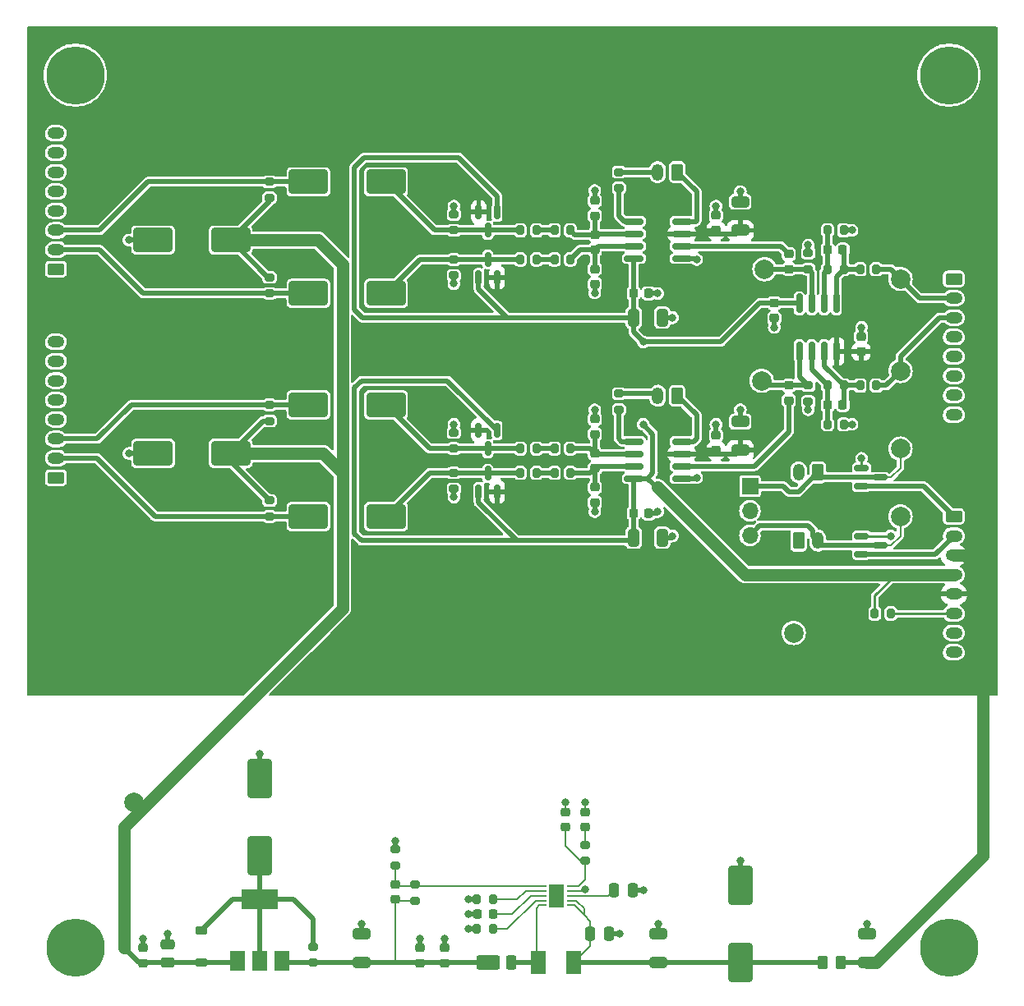
<source format=gbr>
%TF.GenerationSoftware,KiCad,Pcbnew,7.0.2*%
%TF.CreationDate,2023-05-29T18:08:28-04:00*%
%TF.ProjectId,amplifier,616d706c-6966-4696-9572-2e6b69636164,rev?*%
%TF.SameCoordinates,Original*%
%TF.FileFunction,Copper,L1,Top*%
%TF.FilePolarity,Positive*%
%FSLAX46Y46*%
G04 Gerber Fmt 4.6, Leading zero omitted, Abs format (unit mm)*
G04 Created by KiCad (PCBNEW 7.0.2) date 2023-05-29 18:08:28*
%MOMM*%
%LPD*%
G01*
G04 APERTURE LIST*
G04 Aperture macros list*
%AMRoundRect*
0 Rectangle with rounded corners*
0 $1 Rounding radius*
0 $2 $3 $4 $5 $6 $7 $8 $9 X,Y pos of 4 corners*
0 Add a 4 corners polygon primitive as box body*
4,1,4,$2,$3,$4,$5,$6,$7,$8,$9,$2,$3,0*
0 Add four circle primitives for the rounded corners*
1,1,$1+$1,$2,$3*
1,1,$1+$1,$4,$5*
1,1,$1+$1,$6,$7*
1,1,$1+$1,$8,$9*
0 Add four rect primitives between the rounded corners*
20,1,$1+$1,$2,$3,$4,$5,0*
20,1,$1+$1,$4,$5,$6,$7,0*
20,1,$1+$1,$6,$7,$8,$9,0*
20,1,$1+$1,$8,$9,$2,$3,0*%
G04 Aperture macros list end*
%TA.AperFunction,SMDPad,CuDef*%
%ADD10RoundRect,0.225000X0.250000X-0.225000X0.250000X0.225000X-0.250000X0.225000X-0.250000X-0.225000X0*%
%TD*%
%TA.AperFunction,SMDPad,CuDef*%
%ADD11RoundRect,0.200000X0.275000X-0.200000X0.275000X0.200000X-0.275000X0.200000X-0.275000X-0.200000X0*%
%TD*%
%TA.AperFunction,SMDPad,CuDef*%
%ADD12RoundRect,0.200000X0.200000X0.275000X-0.200000X0.275000X-0.200000X-0.275000X0.200000X-0.275000X0*%
%TD*%
%TA.AperFunction,SMDPad,CuDef*%
%ADD13RoundRect,0.225000X-0.250000X0.225000X-0.250000X-0.225000X0.250000X-0.225000X0.250000X0.225000X0*%
%TD*%
%TA.AperFunction,SMDPad,CuDef*%
%ADD14RoundRect,0.200000X-0.200000X-0.275000X0.200000X-0.275000X0.200000X0.275000X-0.200000X0.275000X0*%
%TD*%
%TA.AperFunction,SMDPad,CuDef*%
%ADD15RoundRect,0.250000X-1.750000X-1.000000X1.750000X-1.000000X1.750000X1.000000X-1.750000X1.000000X0*%
%TD*%
%TA.AperFunction,SMDPad,CuDef*%
%ADD16RoundRect,0.150000X-0.587500X-0.150000X0.587500X-0.150000X0.587500X0.150000X-0.587500X0.150000X0*%
%TD*%
%TA.AperFunction,SMDPad,CuDef*%
%ADD17RoundRect,0.225000X-0.375000X0.225000X-0.375000X-0.225000X0.375000X-0.225000X0.375000X0.225000X0*%
%TD*%
%TA.AperFunction,SMDPad,CuDef*%
%ADD18RoundRect,0.200000X-0.275000X0.200000X-0.275000X-0.200000X0.275000X-0.200000X0.275000X0.200000X0*%
%TD*%
%TA.AperFunction,SMDPad,CuDef*%
%ADD19RoundRect,0.250000X1.750000X1.000000X-1.750000X1.000000X-1.750000X-1.000000X1.750000X-1.000000X0*%
%TD*%
%TA.AperFunction,SMDPad,CuDef*%
%ADD20RoundRect,0.250000X0.650000X-0.325000X0.650000X0.325000X-0.650000X0.325000X-0.650000X-0.325000X0*%
%TD*%
%TA.AperFunction,SMDPad,CuDef*%
%ADD21RoundRect,0.250000X-0.325000X-0.650000X0.325000X-0.650000X0.325000X0.650000X-0.325000X0.650000X0*%
%TD*%
%TA.AperFunction,SMDPad,CuDef*%
%ADD22RoundRect,0.150000X-0.825000X-0.150000X0.825000X-0.150000X0.825000X0.150000X-0.825000X0.150000X0*%
%TD*%
%TA.AperFunction,ComponentPad*%
%ADD23RoundRect,0.250000X0.350000X0.625000X-0.350000X0.625000X-0.350000X-0.625000X0.350000X-0.625000X0*%
%TD*%
%TA.AperFunction,ComponentPad*%
%ADD24O,1.200000X1.750000*%
%TD*%
%TA.AperFunction,SMDPad,CuDef*%
%ADD25RoundRect,0.150000X-0.150000X0.587500X-0.150000X-0.587500X0.150000X-0.587500X0.150000X0.587500X0*%
%TD*%
%TA.AperFunction,SMDPad,CuDef*%
%ADD26RoundRect,0.150000X0.150000X-0.587500X0.150000X0.587500X-0.150000X0.587500X-0.150000X-0.587500X0*%
%TD*%
%TA.AperFunction,ComponentPad*%
%ADD27RoundRect,0.250000X-0.625000X0.350000X-0.625000X-0.350000X0.625000X-0.350000X0.625000X0.350000X0*%
%TD*%
%TA.AperFunction,ComponentPad*%
%ADD28O,1.750000X1.200000*%
%TD*%
%TA.AperFunction,SMDPad,CuDef*%
%ADD29RoundRect,0.225000X0.225000X0.250000X-0.225000X0.250000X-0.225000X-0.250000X0.225000X-0.250000X0*%
%TD*%
%TA.AperFunction,SMDPad,CuDef*%
%ADD30RoundRect,0.150000X-0.150000X0.825000X-0.150000X-0.825000X0.150000X-0.825000X0.150000X0.825000X0*%
%TD*%
%TA.AperFunction,SMDPad,CuDef*%
%ADD31RoundRect,0.225000X-0.225000X-0.250000X0.225000X-0.250000X0.225000X0.250000X-0.225000X0.250000X0*%
%TD*%
%TA.AperFunction,ComponentPad*%
%ADD32RoundRect,0.250000X0.625000X-0.350000X0.625000X0.350000X-0.625000X0.350000X-0.625000X-0.350000X0*%
%TD*%
%TA.AperFunction,ComponentPad*%
%ADD33C,2.000000*%
%TD*%
%TA.AperFunction,SMDPad,CuDef*%
%ADD34RoundRect,0.250000X0.950000X0.500000X-0.950000X0.500000X-0.950000X-0.500000X0.950000X-0.500000X0*%
%TD*%
%TA.AperFunction,SMDPad,CuDef*%
%ADD35RoundRect,0.250000X0.275000X0.500000X-0.275000X0.500000X-0.275000X-0.500000X0.275000X-0.500000X0*%
%TD*%
%TA.AperFunction,SMDPad,CuDef*%
%ADD36RoundRect,0.250000X-0.250000X-0.475000X0.250000X-0.475000X0.250000X0.475000X-0.250000X0.475000X0*%
%TD*%
%TA.AperFunction,SMDPad,CuDef*%
%ADD37RoundRect,0.062500X0.362500X0.062500X-0.362500X0.062500X-0.362500X-0.062500X0.362500X-0.062500X0*%
%TD*%
%TA.AperFunction,SMDPad,CuDef*%
%ADD38R,1.650000X2.380000*%
%TD*%
%TA.AperFunction,SMDPad,CuDef*%
%ADD39R,1.500000X2.400000*%
%TD*%
%TA.AperFunction,SMDPad,CuDef*%
%ADD40RoundRect,0.250000X0.475000X-0.250000X0.475000X0.250000X-0.475000X0.250000X-0.475000X-0.250000X0*%
%TD*%
%TA.AperFunction,SMDPad,CuDef*%
%ADD41RoundRect,0.250000X1.000000X-1.750000X1.000000X1.750000X-1.000000X1.750000X-1.000000X-1.750000X0*%
%TD*%
%TA.AperFunction,SMDPad,CuDef*%
%ADD42R,1.500000X2.000000*%
%TD*%
%TA.AperFunction,SMDPad,CuDef*%
%ADD43R,3.800000X2.000000*%
%TD*%
%TA.AperFunction,SMDPad,CuDef*%
%ADD44RoundRect,0.250000X0.262500X0.450000X-0.262500X0.450000X-0.262500X-0.450000X0.262500X-0.450000X0*%
%TD*%
%TA.AperFunction,ComponentPad*%
%ADD45R,1.700000X1.700000*%
%TD*%
%TA.AperFunction,ComponentPad*%
%ADD46O,1.700000X1.700000*%
%TD*%
%TA.AperFunction,ComponentPad*%
%ADD47RoundRect,0.250000X-0.350000X-0.625000X0.350000X-0.625000X0.350000X0.625000X-0.350000X0.625000X0*%
%TD*%
%TA.AperFunction,ViaPad*%
%ADD48C,0.800000*%
%TD*%
%TA.AperFunction,ViaPad*%
%ADD49C,6.000000*%
%TD*%
%TA.AperFunction,ViaPad*%
%ADD50C,1.500000*%
%TD*%
%TA.AperFunction,Conductor*%
%ADD51C,0.508000*%
%TD*%
%TA.AperFunction,Conductor*%
%ADD52C,0.200000*%
%TD*%
%TA.AperFunction,Conductor*%
%ADD53C,0.250000*%
%TD*%
%TA.AperFunction,Conductor*%
%ADD54C,0.152400*%
%TD*%
%TA.AperFunction,Conductor*%
%ADD55C,1.270000*%
%TD*%
%TA.AperFunction,Conductor*%
%ADD56C,0.254000*%
%TD*%
G04 APERTURE END LIST*
D10*
%TO.P,C31,1*%
%TO.N,Net-(U4-VC)*%
X155500000Y-132550000D03*
%TO.P,C31,2*%
%TO.N,GND*%
X155500000Y-131000000D03*
%TD*%
D11*
%TO.P,R6,1*%
%TO.N,GND*%
X144000000Y-97650000D03*
%TO.P,R6,2*%
%TO.N,Net-(C5-Pad2)*%
X144000000Y-96000000D03*
%TD*%
D12*
%TO.P,R21,1*%
%TO.N,Net-(C41-Pad2)*%
X184150000Y-87000000D03*
%TO.P,R21,2*%
%TO.N,Net-(U3B--)*%
X182500000Y-87000000D03*
%TD*%
D13*
%TO.P,C24,1*%
%TO.N,-9V*%
X177000000Y-78500000D03*
%TO.P,C24,2*%
%TO.N,GND*%
X177000000Y-80050000D03*
%TD*%
D14*
%TO.P,R11,1*%
%TO.N,Net-(FB2-Pad2)*%
X154350000Y-71000000D03*
%TO.P,R11,2*%
%TO.N,Net-(U1--)*%
X156000000Y-71000000D03*
%TD*%
D15*
%TO.P,C3,1*%
%TO.N,Net-(J1-Pin_2)*%
X129000000Y-77500000D03*
%TO.P,C3,2*%
%TO.N,Net-(C3-Pad2)*%
X137000000Y-77500000D03*
%TD*%
D14*
%TO.P,FB1,1*%
%TO.N,Net-(C3-Pad2)*%
X150850000Y-74000000D03*
%TO.P,FB1,2*%
%TO.N,Net-(FB1-Pad2)*%
X152500000Y-74000000D03*
%TD*%
D10*
%TO.P,C11,1*%
%TO.N,Net-(U2-+)*%
X158500000Y-95550000D03*
%TO.P,C11,2*%
%TO.N,Net-(U2--)*%
X158500000Y-94000000D03*
%TD*%
%TO.P,C34,1*%
%TO.N,Net-(D5-K)*%
X140500000Y-146550000D03*
%TO.P,C34,2*%
%TO.N,GND*%
X140500000Y-145000000D03*
%TD*%
D16*
%TO.P,Q1,1,G*%
%TO.N,GND*%
X186000000Y-95500000D03*
%TO.P,Q1,2,S*%
%TO.N,Net-(J4-Pin_1)*%
X186000000Y-97400000D03*
%TO.P,Q1,3,D*%
%TO.N,/vbat+*%
X187875000Y-96450000D03*
%TD*%
D15*
%TO.P,C5,1*%
%TO.N,Net-(J2-Pin_2)*%
X129000000Y-100500000D03*
%TO.P,C5,2*%
%TO.N,Net-(C5-Pad2)*%
X137000000Y-100500000D03*
%TD*%
D17*
%TO.P,D6,1,K*%
%TO.N,Net-(D6-K)*%
X118000000Y-143200000D03*
%TO.P,D6,2,A*%
%TO.N,+48V*%
X118000000Y-146500000D03*
%TD*%
D18*
%TO.P,R26,1*%
%TO.N,Net-(C30-Pad1)*%
X157500000Y-134350000D03*
%TO.P,R26,2*%
%TO.N,Net-(U4-VC)*%
X157500000Y-136000000D03*
%TD*%
%TO.P,R28,1*%
%TO.N,GND*%
X138000000Y-134800000D03*
%TO.P,R28,2*%
%TO.N,Net-(U4-FBX)*%
X138000000Y-136450000D03*
%TD*%
D19*
%TO.P,C1,1*%
%TO.N,+48V*%
X121000000Y-72000000D03*
%TO.P,C1,2*%
%TO.N,GND*%
X113000000Y-72000000D03*
%TD*%
D20*
%TO.P,C25,1*%
%TO.N,+9V*%
X186525000Y-146500000D03*
%TO.P,C25,2*%
%TO.N,GND*%
X186525000Y-143550000D03*
%TD*%
D14*
%TO.P,R12,1*%
%TO.N,Net-(FB3-Pad2)*%
X154350000Y-96000000D03*
%TO.P,R12,2*%
%TO.N,Net-(U2-+)*%
X156000000Y-96000000D03*
%TD*%
D19*
%TO.P,C2,1*%
%TO.N,+48V*%
X121000000Y-94000000D03*
%TO.P,C2,2*%
%TO.N,GND*%
X113000000Y-94000000D03*
%TD*%
D21*
%TO.P,C20,1*%
%TO.N,-9V*%
X162500000Y-102675000D03*
%TO.P,C20,2*%
%TO.N,GND*%
X165450000Y-102675000D03*
%TD*%
D10*
%TO.P,C10,1*%
%TO.N,GND*%
X158500000Y-99050000D03*
%TO.P,C10,2*%
%TO.N,Net-(U2-+)*%
X158500000Y-97500000D03*
%TD*%
%TO.P,C23,1*%
%TO.N,+9V*%
X185950000Y-83500000D03*
%TO.P,C23,2*%
%TO.N,GND*%
X185950000Y-81950000D03*
%TD*%
%TO.P,C39,1*%
%TO.N,+48V*%
X112000000Y-146550000D03*
%TO.P,C39,2*%
%TO.N,GND*%
X112000000Y-145000000D03*
%TD*%
%TO.P,C8,1*%
%TO.N,Net-(U1-+)*%
X158500000Y-73000000D03*
%TO.P,C8,2*%
%TO.N,Net-(U1--)*%
X158500000Y-71450000D03*
%TD*%
D22*
%TO.P,U2,1,Rg*%
%TO.N,Net-(R15-Pad2)*%
X162525000Y-92770000D03*
%TO.P,U2,2,-*%
%TO.N,Net-(U2--)*%
X162525000Y-94040000D03*
%TO.P,U2,3,+*%
%TO.N,Net-(U2-+)*%
X162525000Y-95310000D03*
%TO.P,U2,4,V-*%
%TO.N,-9V*%
X162525000Y-96580000D03*
%TO.P,U2,5,Ref*%
%TO.N,GND*%
X167475000Y-96580000D03*
%TO.P,U2,6*%
%TO.N,Net-(C22-Pad1)*%
X167475000Y-95310000D03*
%TO.P,U2,7,V+*%
%TO.N,+9V*%
X167475000Y-94040000D03*
%TO.P,U2,8,Rg*%
%TO.N,Net-(J6-Pin_1)*%
X167475000Y-92770000D03*
%TD*%
D23*
%TO.P,J5,1,Pin_1*%
%TO.N,Net-(J5-Pin_1)*%
X167000000Y-65000000D03*
D24*
%TO.P,J5,2,Pin_2*%
%TO.N,Net-(J5-Pin_2)*%
X165000000Y-65000000D03*
%TD*%
D25*
%TO.P,D4,1,K*%
%TO.N,-9V*%
X148450000Y-91625000D03*
%TO.P,D4,2,A*%
%TO.N,+9V*%
X146550000Y-91625000D03*
%TO.P,D4,3,K*%
%TO.N,Net-(C6-Pad2)*%
X147500000Y-93500000D03*
%TD*%
D10*
%TO.P,C32,1*%
%TO.N,Net-(D5-K)*%
X143000000Y-146550000D03*
%TO.P,C32,2*%
%TO.N,GND*%
X143000000Y-145000000D03*
%TD*%
D26*
%TO.P,D1,1,K*%
%TO.N,-9V*%
X146550000Y-75875000D03*
%TO.P,D1,2,A*%
%TO.N,+9V*%
X148450000Y-75875000D03*
%TO.P,D1,3,K*%
%TO.N,Net-(C3-Pad2)*%
X147500000Y-74000000D03*
%TD*%
D27*
%TO.P,J4,1,Pin_1*%
%TO.N,Net-(J4-Pin_1)*%
X195500000Y-100500000D03*
D28*
%TO.P,J4,2,Pin_2*%
%TO.N,Net-(J4-Pin_2)*%
X195500000Y-102500000D03*
%TO.P,J4,3,Pin_3*%
%TO.N,+9V*%
X195500000Y-104500000D03*
%TO.P,J4,4,Pin_4*%
%TO.N,-9V*%
X195500000Y-106500000D03*
%TO.P,J4,5,Pin_5*%
%TO.N,+9V*%
X195500000Y-108500000D03*
%TO.P,J4,6,Pin_6*%
%TO.N,Net-(J4-Pin_6)*%
X195500000Y-110500000D03*
%TO.P,J4,7,Pin_7*%
%TO.N,unconnected-(J4-Pin_7-Pad7)*%
X195500000Y-112500000D03*
%TO.P,J4,8,Pin_8*%
%TO.N,unconnected-(J4-Pin_8-Pad8)*%
X195500000Y-114500000D03*
%TD*%
D29*
%TO.P,C29,1*%
%TO.N,Net-(U4-SS)*%
X148000000Y-141500000D03*
%TO.P,C29,2*%
%TO.N,GND*%
X146450000Y-141500000D03*
%TD*%
D11*
%TO.P,R2,1*%
%TO.N,Net-(J2-Pin_2)*%
X125000000Y-100500000D03*
%TO.P,R2,2*%
%TO.N,+48V*%
X125000000Y-98850000D03*
%TD*%
D27*
%TO.P,J7,1,Pin_1*%
%TO.N,GND*%
X195500000Y-76000000D03*
D28*
%TO.P,J7,2,Pin_2*%
%TO.N,/HP_Left*%
X195500000Y-78000000D03*
%TO.P,J7,3,Pin_3*%
%TO.N,/HP_Right*%
X195500000Y-80000000D03*
%TO.P,J7,4,Pin_4*%
%TO.N,unconnected-(J7-Pin_4-Pad4)*%
X195500000Y-82000000D03*
%TO.P,J7,5,Pin_5*%
%TO.N,unconnected-(J7-Pin_5-Pad5)*%
X195500000Y-84000000D03*
%TO.P,J7,6,Pin_6*%
%TO.N,unconnected-(J7-Pin_6-Pad6)*%
X195500000Y-86000000D03*
%TO.P,J7,7,Pin_7*%
%TO.N,unconnected-(J7-Pin_7-Pad7)*%
X195500000Y-88000000D03*
%TO.P,J7,8,Pin_8*%
%TO.N,unconnected-(J7-Pin_8-Pad8)*%
X195500000Y-90000000D03*
%TD*%
D30*
%TO.P,U3,1*%
%TO.N,Net-(C40-Pad2)*%
X183405000Y-78525000D03*
%TO.P,U3,2,-*%
%TO.N,Net-(U3A--)*%
X182135000Y-78525000D03*
%TO.P,U3,3,+*%
%TO.N,Net-(U3A-+)*%
X180865000Y-78525000D03*
%TO.P,U3,4,V-*%
%TO.N,-9V*%
X179595000Y-78525000D03*
%TO.P,U3,5,+*%
%TO.N,Net-(U3B-+)*%
X179595000Y-83475000D03*
%TO.P,U3,6,-*%
%TO.N,Net-(U3B--)*%
X180865000Y-83475000D03*
%TO.P,U3,7*%
%TO.N,Net-(C41-Pad2)*%
X182135000Y-83475000D03*
%TO.P,U3,8,V+*%
%TO.N,+9V*%
X183405000Y-83475000D03*
%TD*%
D10*
%TO.P,C35,1*%
%TO.N,Net-(D5-K)*%
X138000000Y-140000000D03*
%TO.P,C35,2*%
%TO.N,Net-(U4-FBX)*%
X138000000Y-138450000D03*
%TD*%
D31*
%TO.P,C40,1*%
%TO.N,Net-(U3A--)*%
X182500000Y-73000000D03*
%TO.P,C40,2*%
%TO.N,Net-(C40-Pad2)*%
X184050000Y-73000000D03*
%TD*%
D21*
%TO.P,C19,1*%
%TO.N,-9V*%
X162500000Y-80000000D03*
%TO.P,C19,2*%
%TO.N,GND*%
X165450000Y-80000000D03*
%TD*%
D32*
%TO.P,J1,1,Pin_1*%
%TO.N,GND*%
X103000000Y-75000000D03*
D28*
%TO.P,J1,2,Pin_2*%
%TO.N,Net-(J1-Pin_2)*%
X103000000Y-73000000D03*
%TO.P,J1,3,Pin_3*%
%TO.N,Net-(J1-Pin_3)*%
X103000000Y-71000000D03*
%TO.P,J1,4,Pin_4*%
%TO.N,GND*%
X103000000Y-69000000D03*
%TO.P,J1,5,Pin_5*%
%TO.N,unconnected-(J1-Pin_5-Pad5)*%
X103000000Y-67000000D03*
%TO.P,J1,6,Pin_6*%
%TO.N,unconnected-(J1-Pin_6-Pad6)*%
X103000000Y-65000000D03*
%TO.P,J1,7,Pin_7*%
%TO.N,unconnected-(J1-Pin_7-Pad7)*%
X103000000Y-63000000D03*
%TO.P,J1,8,Pin_8*%
%TO.N,unconnected-(J1-Pin_8-Pad8)*%
X103000000Y-61000000D03*
%TD*%
D33*
%TO.P,TP5,1,1*%
%TO.N,GND*%
X179000000Y-112500000D03*
%TD*%
D34*
%TO.P,D5,1,K*%
%TO.N,Net-(D5-K)*%
X147500000Y-146500000D03*
D35*
%TO.P,D5,2,A*%
%TO.N,Net-(D5-A)*%
X149875000Y-146500000D03*
%TD*%
D26*
%TO.P,D2,1,K*%
%TO.N,-9V*%
X146550000Y-97937500D03*
%TO.P,D2,2,A*%
%TO.N,+9V*%
X148450000Y-97937500D03*
%TO.P,D2,3,K*%
%TO.N,Net-(C5-Pad2)*%
X147500000Y-96062500D03*
%TD*%
D14*
%TO.P,R7,1*%
%TO.N,-9V*%
X187350000Y-110500000D03*
%TO.P,R7,2*%
%TO.N,Net-(J4-Pin_6)*%
X189000000Y-110500000D03*
%TD*%
D10*
%TO.P,C7,1*%
%TO.N,GND*%
X158500000Y-76550000D03*
%TO.P,C7,2*%
%TO.N,Net-(U1-+)*%
X158500000Y-75000000D03*
%TD*%
D18*
%TO.P,R8,1*%
%TO.N,GND*%
X144000000Y-69350000D03*
%TO.P,R8,2*%
%TO.N,Net-(C4-Pad2)*%
X144000000Y-71000000D03*
%TD*%
D10*
%TO.P,C14,1*%
%TO.N,+9V*%
X171000000Y-93675000D03*
%TO.P,C14,2*%
%TO.N,GND*%
X171000000Y-92125000D03*
%TD*%
D23*
%TO.P,J6,1,Pin_1*%
%TO.N,Net-(J6-Pin_1)*%
X167000000Y-88050000D03*
D24*
%TO.P,J6,2,Pin_2*%
%TO.N,Net-(J6-Pin_2)*%
X165000000Y-88050000D03*
%TD*%
D25*
%TO.P,D3,1,K*%
%TO.N,-9V*%
X148450000Y-69125000D03*
%TO.P,D3,2,A*%
%TO.N,+9V*%
X146550000Y-69125000D03*
%TO.P,D3,3,K*%
%TO.N,Net-(C4-Pad2)*%
X147500000Y-71000000D03*
%TD*%
D36*
%TO.P,C33,1*%
%TO.N,Net-(U4-INTVcc)*%
X160500000Y-139000000D03*
%TO.P,C33,2*%
%TO.N,GND*%
X162400000Y-139000000D03*
%TD*%
D20*
%TO.P,C27,1*%
%TO.N,Net-(U4-EN{slash}UVLO)*%
X165025000Y-146475000D03*
%TO.P,C27,2*%
%TO.N,GND*%
X165025000Y-143525000D03*
%TD*%
D37*
%TO.P,U4,1,EN/UVLO*%
%TO.N,Net-(U4-EN{slash}UVLO)*%
X156040000Y-140595000D03*
%TO.P,U4,2,Vin*%
X156040000Y-140095000D03*
%TO.P,U4,3,INTVcc*%
%TO.N,Net-(U4-INTVcc)*%
X156040000Y-139595000D03*
%TO.P,U4,4,BIAS*%
%TO.N,GND*%
X156040000Y-139095000D03*
%TO.P,U4,5,VC*%
%TO.N,Net-(U4-VC)*%
X156040000Y-138595000D03*
%TO.P,U4,6,FBX*%
%TO.N,Net-(U4-FBX)*%
X153140000Y-138595000D03*
%TO.P,U4,7,RT*%
%TO.N,Net-(U4-RT)*%
X153140000Y-139095000D03*
%TO.P,U4,8,SS*%
%TO.N,Net-(U4-SS)*%
X153140000Y-139595000D03*
%TO.P,U4,9,SYNC/MODE*%
%TO.N,Net-(U4-SYNC{slash}MODE)*%
X153140000Y-140095000D03*
%TO.P,U4,10,SW*%
%TO.N,Net-(D5-A)*%
X153140000Y-140595000D03*
D38*
%TO.P,U4,11,GND*%
%TO.N,GND*%
X154590000Y-139595000D03*
%TD*%
D14*
%TO.P,FB4,1*%
%TO.N,Net-(C6-Pad2)*%
X150850000Y-93500000D03*
%TO.P,FB4,2*%
%TO.N,Net-(FB4-Pad2)*%
X152500000Y-93500000D03*
%TD*%
D33*
%TO.P,TP1,1,1*%
%TO.N,Net-(U3A-+)*%
X176000000Y-75000000D03*
%TD*%
D20*
%TO.P,C18,1*%
%TO.N,+9V*%
X173500000Y-93675000D03*
%TO.P,C18,2*%
%TO.N,GND*%
X173500000Y-90725000D03*
%TD*%
D18*
%TO.P,R15,1*%
%TO.N,Net-(J6-Pin_2)*%
X161000000Y-87850000D03*
%TO.P,R15,2*%
%TO.N,Net-(R15-Pad2)*%
X161000000Y-89500000D03*
%TD*%
D39*
%TO.P,L2,1,1*%
%TO.N,Net-(U4-EN{slash}UVLO)*%
X156350000Y-146500000D03*
%TO.P,L2,2,2*%
%TO.N,Net-(D5-A)*%
X152650000Y-146500000D03*
%TD*%
D33*
%TO.P,TP8,1,1*%
%TO.N,+48V*%
X111000000Y-130000000D03*
%TD*%
D12*
%TO.P,R20,1*%
%TO.N,Net-(C40-Pad2)*%
X184150000Y-75000000D03*
%TO.P,R20,2*%
%TO.N,Net-(U3A--)*%
X182500000Y-75000000D03*
%TD*%
D40*
%TO.P,C38,1*%
%TO.N,+48V*%
X114500000Y-146500000D03*
%TO.P,C38,2*%
%TO.N,GND*%
X114500000Y-144600000D03*
%TD*%
D41*
%TO.P,C26,1*%
%TO.N,Net-(U4-EN{slash}UVLO)*%
X173525000Y-146500000D03*
%TO.P,C26,2*%
%TO.N,GND*%
X173525000Y-138500000D03*
%TD*%
D33*
%TO.P,TP2,1,1*%
%TO.N,/HP_Left*%
X190000000Y-76000000D03*
%TD*%
D18*
%TO.P,R17,1*%
%TO.N,Net-(U3B-+)*%
X180500000Y-87000000D03*
%TO.P,R17,2*%
%TO.N,GND*%
X180500000Y-88650000D03*
%TD*%
D15*
%TO.P,C4,1*%
%TO.N,Net-(J1-Pin_3)*%
X129000000Y-66000000D03*
%TO.P,C4,2*%
%TO.N,Net-(C4-Pad2)*%
X137000000Y-66000000D03*
%TD*%
D14*
%TO.P,FB2,1*%
%TO.N,Net-(C4-Pad2)*%
X150850000Y-71000000D03*
%TO.P,FB2,2*%
%TO.N,Net-(FB2-Pad2)*%
X152500000Y-71000000D03*
%TD*%
D42*
%TO.P,Q3,1,E*%
%TO.N,+48V*%
X121700000Y-146300000D03*
%TO.P,Q3,2,B*%
%TO.N,Net-(D6-K)*%
X124000000Y-146300000D03*
D43*
X124000000Y-140000000D03*
D42*
%TO.P,Q3,3,C*%
%TO.N,Net-(D5-K)*%
X126300000Y-146300000D03*
%TD*%
D18*
%TO.P,R3,1*%
%TO.N,Net-(J1-Pin_3)*%
X125000000Y-66000000D03*
%TO.P,R3,2*%
%TO.N,+48V*%
X125000000Y-67650000D03*
%TD*%
D10*
%TO.P,C12,1*%
%TO.N,Net-(U2--)*%
X158500000Y-92000000D03*
%TO.P,C12,2*%
%TO.N,GND*%
X158500000Y-90450000D03*
%TD*%
D31*
%TO.P,C15,1*%
%TO.N,-9V*%
X162500000Y-77500000D03*
%TO.P,C15,2*%
%TO.N,GND*%
X164050000Y-77500000D03*
%TD*%
D33*
%TO.P,TP4,1,1*%
%TO.N,/HP_Right*%
X190000000Y-85500000D03*
%TD*%
D18*
%TO.P,R14,1*%
%TO.N,Net-(J5-Pin_2)*%
X161000000Y-65000000D03*
%TO.P,R14,2*%
%TO.N,Net-(R14-Pad2)*%
X161000000Y-66650000D03*
%TD*%
D14*
%TO.P,R25,1*%
%TO.N,GND*%
X146350000Y-140000000D03*
%TO.P,R25,2*%
%TO.N,Net-(U4-RT)*%
X148000000Y-140000000D03*
%TD*%
D18*
%TO.P,R9,1*%
%TO.N,GND*%
X144000000Y-91850000D03*
%TO.P,R9,2*%
%TO.N,Net-(C6-Pad2)*%
X144000000Y-93500000D03*
%TD*%
D33*
%TO.P,TP3,1,1*%
%TO.N,Net-(U3B-+)*%
X175700000Y-86500000D03*
%TD*%
%TO.P,TP7,1,1*%
%TO.N,/vbat-*%
X190000000Y-100500000D03*
%TD*%
D10*
%TO.P,C30,1*%
%TO.N,Net-(C30-Pad1)*%
X157500000Y-132550000D03*
%TO.P,C30,2*%
%TO.N,GND*%
X157500000Y-131000000D03*
%TD*%
D13*
%TO.P,C21,1*%
%TO.N,Net-(C21-Pad1)*%
X178500000Y-73450000D03*
%TO.P,C21,2*%
%TO.N,Net-(U3A-+)*%
X178500000Y-75000000D03*
%TD*%
D11*
%TO.P,R5,1*%
%TO.N,GND*%
X144000000Y-75650000D03*
%TO.P,R5,2*%
%TO.N,Net-(C3-Pad2)*%
X144000000Y-74000000D03*
%TD*%
D16*
%TO.P,Q2,1,G*%
%TO.N,GND*%
X186000000Y-102500000D03*
%TO.P,Q2,2,S*%
%TO.N,Net-(J4-Pin_2)*%
X186000000Y-104400000D03*
%TO.P,Q2,3,D*%
%TO.N,/vbat-*%
X187875000Y-103450000D03*
%TD*%
D18*
%TO.P,R29,1*%
%TO.N,Net-(D6-K)*%
X129500000Y-144850000D03*
%TO.P,R29,2*%
%TO.N,Net-(D5-K)*%
X129500000Y-146500000D03*
%TD*%
D14*
%TO.P,FB3,1*%
%TO.N,Net-(C5-Pad2)*%
X150850000Y-96000000D03*
%TO.P,FB3,2*%
%TO.N,Net-(FB3-Pad2)*%
X152500000Y-96000000D03*
%TD*%
D18*
%TO.P,R4,1*%
%TO.N,Net-(J2-Pin_3)*%
X125000000Y-89000000D03*
%TO.P,R4,2*%
%TO.N,+48V*%
X125000000Y-90650000D03*
%TD*%
D14*
%TO.P,R19,1*%
%TO.N,Net-(U3B--)*%
X182500000Y-91000000D03*
%TO.P,R19,2*%
%TO.N,GND*%
X184150000Y-91000000D03*
%TD*%
%TO.P,R18,1*%
%TO.N,Net-(U3A--)*%
X182500000Y-71000000D03*
%TO.P,R18,2*%
%TO.N,GND*%
X184150000Y-71000000D03*
%TD*%
D10*
%TO.P,C22,1*%
%TO.N,Net-(C22-Pad1)*%
X178500000Y-88550000D03*
%TO.P,C22,2*%
%TO.N,Net-(U3B-+)*%
X178500000Y-87000000D03*
%TD*%
D44*
%TO.P,L1,1,1*%
%TO.N,+9V*%
X183850000Y-146500000D03*
%TO.P,L1,2,2*%
%TO.N,Net-(U4-EN{slash}UVLO)*%
X182025000Y-146500000D03*
%TD*%
D12*
%TO.P,R23,1*%
%TO.N,/HP_Right*%
X187500000Y-87000000D03*
%TO.P,R23,2*%
%TO.N,Net-(C41-Pad2)*%
X185850000Y-87000000D03*
%TD*%
D36*
%TO.P,C28,1*%
%TO.N,Net-(U4-EN{slash}UVLO)*%
X158050000Y-143500000D03*
%TO.P,C28,2*%
%TO.N,GND*%
X159950000Y-143500000D03*
%TD*%
D20*
%TO.P,C36,1*%
%TO.N,Net-(D5-K)*%
X134500000Y-146500000D03*
%TO.P,C36,2*%
%TO.N,GND*%
X134500000Y-143550000D03*
%TD*%
D14*
%TO.P,R24,1*%
%TO.N,GND*%
X146350000Y-143000000D03*
%TO.P,R24,2*%
%TO.N,Net-(U4-SYNC{slash}MODE)*%
X148000000Y-143000000D03*
%TD*%
D11*
%TO.P,R1,1*%
%TO.N,Net-(J1-Pin_2)*%
X125000000Y-77500000D03*
%TO.P,R1,2*%
%TO.N,+48V*%
X125000000Y-75850000D03*
%TD*%
D12*
%TO.P,R22,1*%
%TO.N,/HP_Left*%
X187500000Y-75000000D03*
%TO.P,R22,2*%
%TO.N,Net-(C40-Pad2)*%
X185850000Y-75000000D03*
%TD*%
D15*
%TO.P,C6,1*%
%TO.N,Net-(J2-Pin_3)*%
X129000000Y-89000000D03*
%TO.P,C6,2*%
%TO.N,Net-(C6-Pad2)*%
X137000000Y-89000000D03*
%TD*%
D14*
%TO.P,R13,1*%
%TO.N,Net-(FB4-Pad2)*%
X154350000Y-93500000D03*
%TO.P,R13,2*%
%TO.N,Net-(U2--)*%
X156000000Y-93500000D03*
%TD*%
D10*
%TO.P,C13,1*%
%TO.N,+9V*%
X171000000Y-71000000D03*
%TO.P,C13,2*%
%TO.N,GND*%
X171000000Y-69450000D03*
%TD*%
D14*
%TO.P,R10,1*%
%TO.N,Net-(FB1-Pad2)*%
X154350000Y-74000000D03*
%TO.P,R10,2*%
%TO.N,Net-(U1-+)*%
X156000000Y-74000000D03*
%TD*%
D45*
%TO.P,J3,1,Pin_1*%
%TO.N,/vbat+*%
X174500000Y-97370000D03*
D46*
%TO.P,J3,2,Pin_2*%
%TO.N,GND*%
X174500000Y-99910000D03*
%TO.P,J3,3,Pin_3*%
%TO.N,/vbat-*%
X174500000Y-102450000D03*
%TD*%
D22*
%TO.P,U1,1,Rg*%
%TO.N,Net-(R14-Pad2)*%
X162525000Y-70095000D03*
%TO.P,U1,2,-*%
%TO.N,Net-(U1--)*%
X162525000Y-71365000D03*
%TO.P,U1,3,+*%
%TO.N,Net-(U1-+)*%
X162525000Y-72635000D03*
%TO.P,U1,4,V-*%
%TO.N,-9V*%
X162525000Y-73905000D03*
%TO.P,U1,5,Ref*%
%TO.N,GND*%
X167475000Y-73905000D03*
%TO.P,U1,6*%
%TO.N,Net-(C21-Pad1)*%
X167475000Y-72635000D03*
%TO.P,U1,7,V+*%
%TO.N,+9V*%
X167475000Y-71365000D03*
%TO.P,U1,8,Rg*%
%TO.N,Net-(J5-Pin_1)*%
X167475000Y-70095000D03*
%TD*%
D41*
%TO.P,C37,1*%
%TO.N,Net-(D6-K)*%
X124000000Y-135500000D03*
%TO.P,C37,2*%
%TO.N,GND*%
X124000000Y-127500000D03*
%TD*%
D31*
%TO.P,C41,1*%
%TO.N,Net-(U3B--)*%
X182500000Y-89000000D03*
%TO.P,C41,2*%
%TO.N,Net-(C41-Pad2)*%
X184050000Y-89000000D03*
%TD*%
D18*
%TO.P,R27,1*%
%TO.N,Net-(U4-FBX)*%
X140000000Y-138450000D03*
%TO.P,R27,2*%
%TO.N,Net-(D5-K)*%
X140000000Y-140100000D03*
%TD*%
D11*
%TO.P,R16,1*%
%TO.N,Net-(U3A-+)*%
X180500000Y-75000000D03*
%TO.P,R16,2*%
%TO.N,GND*%
X180500000Y-73350000D03*
%TD*%
D20*
%TO.P,C17,1*%
%TO.N,+9V*%
X173500000Y-71000000D03*
%TO.P,C17,2*%
%TO.N,GND*%
X173500000Y-68050000D03*
%TD*%
D33*
%TO.P,TP6,1,1*%
%TO.N,/vbat+*%
X190000000Y-93500000D03*
%TD*%
D31*
%TO.P,C16,1*%
%TO.N,-9V*%
X162500000Y-100175000D03*
%TO.P,C16,2*%
%TO.N,GND*%
X164050000Y-100175000D03*
%TD*%
D10*
%TO.P,C9,1*%
%TO.N,Net-(U1--)*%
X158500000Y-69500000D03*
%TO.P,C9,2*%
%TO.N,GND*%
X158500000Y-67950000D03*
%TD*%
D32*
%TO.P,J2,1,Pin_1*%
%TO.N,GND*%
X103000000Y-96500000D03*
D28*
%TO.P,J2,2,Pin_2*%
%TO.N,Net-(J2-Pin_2)*%
X103000000Y-94500000D03*
%TO.P,J2,3,Pin_3*%
%TO.N,Net-(J2-Pin_3)*%
X103000000Y-92500000D03*
%TO.P,J2,4,Pin_4*%
%TO.N,GND*%
X103000000Y-90500000D03*
%TO.P,J2,5,Pin_5*%
%TO.N,unconnected-(J2-Pin_5-Pad5)*%
X103000000Y-88500000D03*
%TO.P,J2,6,Pin_6*%
%TO.N,unconnected-(J2-Pin_6-Pad6)*%
X103000000Y-86500000D03*
%TO.P,J2,7,Pin_7*%
%TO.N,unconnected-(J2-Pin_7-Pad7)*%
X103000000Y-84500000D03*
%TO.P,J2,8,Pin_8*%
%TO.N,unconnected-(J2-Pin_8-Pad8)*%
X103000000Y-82500000D03*
%TD*%
D23*
%TO.P,BT1,1,+*%
%TO.N,/vbat+*%
X181500000Y-95950000D03*
D24*
%TO.P,BT1,2,-*%
%TO.N,GND*%
X179500000Y-95950000D03*
%TD*%
D47*
%TO.P,BT2,1,+*%
%TO.N,GND*%
X179500000Y-103000000D03*
D24*
%TO.P,BT2,2,-*%
%TO.N,/vbat-*%
X181500000Y-103000000D03*
%TD*%
D48*
%TO.N,GND*%
X158500000Y-89500000D03*
X158500000Y-100000000D03*
X189000000Y-102500000D03*
X144000000Y-68500000D03*
D49*
X195000000Y-55000000D03*
D48*
X185000000Y-91000000D03*
X158500000Y-77450000D03*
X112000000Y-144050000D03*
X155500000Y-130000000D03*
X144000000Y-91000000D03*
X157500000Y-138919300D03*
X163500000Y-139000000D03*
X171000000Y-91000000D03*
X144000000Y-76500000D03*
X177000000Y-81000000D03*
X157500000Y-130000000D03*
X110500000Y-94000000D03*
X173525000Y-136000000D03*
X186000000Y-94500000D03*
X169000000Y-96500000D03*
X165000000Y-77500000D03*
X186000000Y-81000000D03*
D49*
X195000000Y-145000000D03*
D48*
X110500000Y-72000000D03*
X124000000Y-125000000D03*
D50*
X154590000Y-139595000D03*
D48*
X140500000Y-144000000D03*
D49*
X105000000Y-145000000D03*
D48*
X134500000Y-142500000D03*
X173500000Y-67000000D03*
X138000000Y-133950000D03*
X173500000Y-89500000D03*
X165025000Y-142500000D03*
X165000000Y-100000000D03*
X114500000Y-143500000D03*
X185000000Y-71000000D03*
X144000000Y-98500000D03*
X169000000Y-74000000D03*
X145500000Y-143000000D03*
D49*
X105000000Y-55000000D03*
D48*
X171000000Y-68500000D03*
X158500000Y-66900000D03*
X180500000Y-89500000D03*
X145500000Y-141500000D03*
X145500000Y-140000000D03*
X166500000Y-102500000D03*
X186525000Y-142500000D03*
X166500000Y-80000000D03*
X143000000Y-144000000D03*
X180500000Y-72500000D03*
X161050000Y-143500000D03*
%TO.N,+9V*%
X151250000Y-79000000D03*
X144000000Y-64500000D03*
X143000000Y-85500000D03*
X144000000Y-62500000D03*
X146000000Y-104000000D03*
X146250000Y-81000000D03*
X146250000Y-79000000D03*
X146000000Y-102000000D03*
X151250000Y-81000000D03*
X151500000Y-104000000D03*
X151500000Y-102000000D03*
X143000000Y-87500000D03*
%TO.N,-9V*%
X163500000Y-91000000D03*
X163500000Y-82500000D03*
%TD*%
D51*
%TO.N,/vbat+*%
X179500000Y-97950000D02*
X178500000Y-97950000D01*
X182000000Y-96450000D02*
X187875000Y-96450000D01*
X178500000Y-97950000D02*
X177920000Y-97370000D01*
X181500000Y-95950000D02*
X179500000Y-97950000D01*
X181500000Y-95950000D02*
X182000000Y-96450000D01*
D52*
X190000000Y-93500000D02*
X190000000Y-95500000D01*
D51*
X177920000Y-97370000D02*
X174500000Y-97370000D01*
D52*
X190000000Y-95500000D02*
X189050000Y-96450000D01*
X189050000Y-96450000D02*
X187875000Y-96450000D01*
D53*
%TO.N,GND*%
X186000000Y-95500000D02*
X186000000Y-94500000D01*
D51*
X185950000Y-81950000D02*
X185950000Y-81050000D01*
X180500000Y-73350000D02*
X180500000Y-72500000D01*
X162400000Y-139000000D02*
X163500000Y-139000000D01*
X168905000Y-73905000D02*
X169000000Y-74000000D01*
X144000000Y-69350000D02*
X144000000Y-68500000D01*
X114500000Y-144600000D02*
X114500000Y-143500000D01*
D54*
X156040000Y-139095000D02*
X157324300Y-139095000D01*
X155500000Y-131000000D02*
X155500000Y-130000000D01*
D51*
X134500000Y-143550000D02*
X134500000Y-142500000D01*
X158500000Y-76550000D02*
X158500000Y-77450000D01*
X165450000Y-102675000D02*
X166325000Y-102675000D01*
X171000000Y-69450000D02*
X171000000Y-68500000D01*
X168920000Y-96580000D02*
X169000000Y-96500000D01*
X146350000Y-143000000D02*
X145500000Y-143000000D01*
X184150000Y-71000000D02*
X185000000Y-71000000D01*
X171000000Y-92125000D02*
X171000000Y-91000000D01*
X146350000Y-140000000D02*
X145500000Y-140000000D01*
X158500000Y-67950000D02*
X158500000Y-66900000D01*
X113000000Y-94000000D02*
X110500000Y-94000000D01*
X159950000Y-143500000D02*
X161050000Y-143500000D01*
X164050000Y-77500000D02*
X165000000Y-77500000D01*
X158500000Y-99050000D02*
X158500000Y-100000000D01*
X165025000Y-143525000D02*
X165025000Y-142500000D01*
X143000000Y-145000000D02*
X143000000Y-144000000D01*
X173500000Y-90725000D02*
X173500000Y-89500000D01*
X146450000Y-141500000D02*
X145500000Y-141500000D01*
X144000000Y-75650000D02*
X144000000Y-76500000D01*
X124000000Y-127500000D02*
X124000000Y-125000000D01*
X184150000Y-91000000D02*
X185000000Y-91000000D01*
D54*
X157500000Y-131000000D02*
X157500000Y-130000000D01*
D51*
X167475000Y-73905000D02*
X168905000Y-73905000D01*
X164825000Y-100175000D02*
X165000000Y-100000000D01*
X112000000Y-145000000D02*
X112000000Y-144050000D01*
X177000000Y-80050000D02*
X177000000Y-81000000D01*
X186525000Y-143550000D02*
X186525000Y-142500000D01*
X113000000Y-72000000D02*
X110500000Y-72000000D01*
X173500000Y-68050000D02*
X173500000Y-67000000D01*
X180500000Y-88650000D02*
X180500000Y-89500000D01*
X165450000Y-80000000D02*
X166500000Y-80000000D01*
X138000000Y-134800000D02*
X138000000Y-133950000D01*
X144000000Y-97650000D02*
X144000000Y-98500000D01*
X144000000Y-91850000D02*
X144000000Y-91000000D01*
D54*
X157324300Y-139095000D02*
X157500000Y-138919300D01*
D53*
X186000000Y-102500000D02*
X189000000Y-102500000D01*
D51*
X167475000Y-96580000D02*
X168920000Y-96580000D01*
X185950000Y-81050000D02*
X186000000Y-81000000D01*
X173525000Y-138500000D02*
X173525000Y-136000000D01*
X140500000Y-145000000D02*
X140500000Y-144000000D01*
X158500000Y-90450000D02*
X158500000Y-89500000D01*
X164050000Y-100175000D02*
X164825000Y-100175000D01*
X166325000Y-102675000D02*
X166500000Y-102500000D01*
%TO.N,/vbat-*%
X181950000Y-103450000D02*
X187875000Y-103450000D01*
X180500000Y-101450000D02*
X181000000Y-101950000D01*
X175500000Y-101450000D02*
X180500000Y-101450000D01*
X181500000Y-103000000D02*
X181950000Y-103450000D01*
X174500000Y-102450000D02*
X175500000Y-101450000D01*
X181000000Y-102500000D02*
X181500000Y-103000000D01*
D52*
X190000000Y-102500000D02*
X189050000Y-103450000D01*
X190000000Y-100500000D02*
X190000000Y-102500000D01*
D51*
X181000000Y-101950000D02*
X181000000Y-102500000D01*
D52*
X189050000Y-103450000D02*
X187875000Y-103450000D01*
D51*
%TO.N,+48V*%
X125000000Y-75850000D02*
X124850000Y-75850000D01*
D55*
X132500000Y-96000000D02*
X132500000Y-74500000D01*
D51*
X125000000Y-90650000D02*
X124350000Y-90650000D01*
X118000000Y-146500000D02*
X121500000Y-146500000D01*
D55*
X130500000Y-94000000D02*
X132500000Y-96000000D01*
X110000000Y-145000000D02*
X110000000Y-135000000D01*
X132500000Y-110000000D02*
X110000000Y-132500000D01*
X132500000Y-110000000D02*
X132500000Y-96000000D01*
D51*
X125000000Y-68000000D02*
X121000000Y-72000000D01*
X125000000Y-98850000D02*
X121000000Y-94850000D01*
D55*
X110000000Y-132500000D02*
X110000000Y-135000000D01*
X132500000Y-74500000D02*
X130000000Y-72000000D01*
D51*
X111500000Y-146500000D02*
X118000000Y-146500000D01*
D55*
X130000000Y-72000000D02*
X121000000Y-72000000D01*
D51*
X110000000Y-145000000D02*
X111500000Y-146500000D01*
X124850000Y-75850000D02*
X121000000Y-72000000D01*
X125000000Y-67650000D02*
X125000000Y-68000000D01*
X121500000Y-146500000D02*
X121700000Y-146300000D01*
X124350000Y-90650000D02*
X121000000Y-94000000D01*
D55*
X121000000Y-94000000D02*
X130500000Y-94000000D01*
D51*
X121000000Y-94850000D02*
X121000000Y-94000000D01*
%TO.N,Net-(J1-Pin_2)*%
X103000000Y-73000000D02*
X107500000Y-73000000D01*
X112000000Y-77500000D02*
X125000000Y-77500000D01*
X129000000Y-77500000D02*
X125000000Y-77500000D01*
X107500000Y-73000000D02*
X112000000Y-77500000D01*
%TO.N,Net-(C3-Pad2)*%
X140500000Y-74000000D02*
X137000000Y-77500000D01*
X144000000Y-74000000D02*
X140500000Y-74000000D01*
X150850000Y-74000000D02*
X144000000Y-74000000D01*
%TO.N,Net-(J1-Pin_3)*%
X103000000Y-71000000D02*
X107500000Y-71000000D01*
X107500000Y-71000000D02*
X112500000Y-66000000D01*
X112500000Y-66000000D02*
X125000000Y-66000000D01*
X129000000Y-66000000D02*
X125000000Y-66000000D01*
%TO.N,Net-(C4-Pad2)*%
X144000000Y-71000000D02*
X142000000Y-71000000D01*
X150850000Y-71000000D02*
X144000000Y-71000000D01*
X142000000Y-71000000D02*
X137000000Y-66000000D01*
%TO.N,Net-(J2-Pin_2)*%
X113250000Y-100500000D02*
X125000000Y-100500000D01*
X107250000Y-94500000D02*
X113250000Y-100500000D01*
X103000000Y-94500000D02*
X107250000Y-94500000D01*
X129000000Y-100500000D02*
X125000000Y-100500000D01*
%TO.N,Net-(C5-Pad2)*%
X141500000Y-96000000D02*
X137000000Y-100500000D01*
X150850000Y-96000000D02*
X147562500Y-96000000D01*
X147500000Y-96062500D02*
X144062500Y-96062500D01*
X144062500Y-96062500D02*
X144000000Y-96000000D01*
X147562500Y-96000000D02*
X147500000Y-96062500D01*
X144000000Y-96000000D02*
X141500000Y-96000000D01*
%TO.N,Net-(J2-Pin_3)*%
X107250000Y-92500000D02*
X110750000Y-89000000D01*
X103000000Y-92500000D02*
X107250000Y-92500000D01*
X129000000Y-89000000D02*
X125000000Y-89000000D01*
X110750000Y-89000000D02*
X125000000Y-89000000D01*
%TO.N,Net-(C6-Pad2)*%
X147500000Y-93500000D02*
X144000000Y-93500000D01*
X150850000Y-93500000D02*
X147500000Y-93500000D01*
X141500000Y-93500000D02*
X137000000Y-89000000D01*
X144000000Y-93500000D02*
X141500000Y-93500000D01*
%TO.N,Net-(U1-+)*%
X162525000Y-72635000D02*
X158865000Y-72635000D01*
X156000000Y-74000000D02*
X157000000Y-73000000D01*
X157000000Y-73000000D02*
X158500000Y-73000000D01*
X158865000Y-72635000D02*
X158500000Y-73000000D01*
X158500000Y-73000000D02*
X158500000Y-75000000D01*
%TO.N,Net-(U1--)*%
X158500000Y-71450000D02*
X158500000Y-69500000D01*
X162525000Y-71365000D02*
X158585000Y-71365000D01*
X158585000Y-71365000D02*
X158500000Y-71450000D01*
X158500000Y-71450000D02*
X156450000Y-71450000D01*
X156450000Y-71450000D02*
X156000000Y-71000000D01*
%TO.N,Net-(U2-+)*%
X156000000Y-96000000D02*
X158050000Y-96000000D01*
X158050000Y-96000000D02*
X158500000Y-95550000D01*
X158500000Y-97500000D02*
X158500000Y-95550000D01*
X158740000Y-95310000D02*
X158500000Y-95550000D01*
X162525000Y-95310000D02*
X158740000Y-95310000D01*
%TO.N,Net-(U2--)*%
X158500000Y-92000000D02*
X158500000Y-94000000D01*
X162525000Y-94040000D02*
X158540000Y-94040000D01*
X158000000Y-93500000D02*
X156000000Y-93500000D01*
X158540000Y-94040000D02*
X158000000Y-93500000D01*
%TO.N,+9V*%
X185925000Y-83475000D02*
X185950000Y-83500000D01*
D55*
X187500000Y-146500000D02*
X198500000Y-135500000D01*
D51*
X183405000Y-83475000D02*
X185925000Y-83475000D01*
D55*
X196645000Y-104500000D02*
X195500000Y-104500000D01*
D51*
X173135000Y-94040000D02*
X173500000Y-93675000D01*
X173135000Y-71365000D02*
X173500000Y-71000000D01*
X167475000Y-71365000D02*
X173135000Y-71365000D01*
X186525000Y-146500000D02*
X183850000Y-146500000D01*
D55*
X186525000Y-146500000D02*
X187500000Y-146500000D01*
D51*
X167475000Y-94040000D02*
X173135000Y-94040000D01*
D55*
X198500000Y-106355000D02*
X198500000Y-135500000D01*
X198500000Y-106355000D02*
X196645000Y-104500000D01*
D51*
%TO.N,-9V*%
X146550000Y-98375000D02*
X146550000Y-99050000D01*
X164840000Y-97500000D02*
X165000000Y-97500000D01*
D56*
X187350000Y-110500000D02*
X187350000Y-108650000D01*
D51*
X162175000Y-103000000D02*
X162500000Y-102675000D01*
X146550000Y-77050000D02*
X149500000Y-80000000D01*
X149500000Y-80000000D02*
X162500000Y-80000000D01*
X179595000Y-78525000D02*
X177025000Y-78525000D01*
X146550000Y-75875000D02*
X146550000Y-77050000D01*
X171500000Y-82500000D02*
X175500000Y-78500000D01*
X163500000Y-82500000D02*
X162500000Y-81500000D01*
X162525000Y-102650000D02*
X162500000Y-102675000D01*
D55*
X174000000Y-106500000D02*
X165000000Y-97500000D01*
D51*
X162525000Y-96580000D02*
X163920000Y-96580000D01*
X148450000Y-91625000D02*
X143325000Y-86500000D01*
X148450000Y-67450000D02*
X144500000Y-63500000D01*
X162525000Y-79975000D02*
X162500000Y-80000000D01*
X164500000Y-92000000D02*
X163500000Y-91000000D01*
X150500000Y-103000000D02*
X162175000Y-103000000D01*
X133750000Y-64500000D02*
X133750000Y-79161000D01*
X162525000Y-73905000D02*
X162525000Y-79975000D01*
X164500000Y-96000000D02*
X164500000Y-92000000D01*
X163920000Y-96580000D02*
X164840000Y-97500000D01*
X133750000Y-87250000D02*
X133750000Y-102250000D01*
X146550000Y-99050000D02*
X150500000Y-103000000D01*
X133750000Y-79161000D02*
X134589000Y-80000000D01*
X143325000Y-86500000D02*
X134500000Y-86500000D01*
X162500000Y-81500000D02*
X162500000Y-80000000D01*
X163920000Y-96580000D02*
X164500000Y-96000000D01*
X177025000Y-78525000D02*
X177000000Y-78500000D01*
D56*
X187350000Y-108650000D02*
X189500000Y-106500000D01*
D51*
X134750000Y-63500000D02*
X133750000Y-64500000D01*
X133750000Y-102250000D02*
X134500000Y-103000000D01*
X134500000Y-103000000D02*
X150500000Y-103000000D01*
X134589000Y-80000000D02*
X149500000Y-80000000D01*
X144500000Y-63500000D02*
X134750000Y-63500000D01*
D56*
X189500000Y-106500000D02*
X195500000Y-106500000D01*
D51*
X162525000Y-96580000D02*
X162525000Y-102650000D01*
D55*
X195500000Y-106500000D02*
X174000000Y-106500000D01*
D51*
X148450000Y-69125000D02*
X148450000Y-67450000D01*
X175500000Y-78500000D02*
X177000000Y-78500000D01*
X163500000Y-82500000D02*
X171500000Y-82500000D01*
X134500000Y-86500000D02*
X133750000Y-87250000D01*
%TO.N,Net-(C21-Pad1)*%
X177685000Y-72635000D02*
X178500000Y-73450000D01*
X177685000Y-72635000D02*
X167475000Y-72635000D01*
%TO.N,Net-(U3A-+)*%
X178500000Y-75000000D02*
X180500000Y-75000000D01*
X180865000Y-78525000D02*
X180865000Y-75365000D01*
X180865000Y-75365000D02*
X180500000Y-75000000D01*
X178500000Y-75000000D02*
X176500000Y-75000000D01*
%TO.N,Net-(C22-Pad1)*%
X167475000Y-95310000D02*
X174940000Y-95310000D01*
X178500000Y-91750000D02*
X178500000Y-88550000D01*
X174940000Y-95310000D02*
X178500000Y-91750000D01*
%TO.N,Net-(U3B-+)*%
X176200000Y-87000000D02*
X175700000Y-86500000D01*
X178500000Y-87000000D02*
X180500000Y-87000000D01*
X179595000Y-86095000D02*
X180500000Y-87000000D01*
X179595000Y-83475000D02*
X179595000Y-86095000D01*
X178500000Y-87000000D02*
X176200000Y-87000000D01*
D54*
%TO.N,Net-(U4-EN{slash}UVLO)*%
X156405000Y-140595000D02*
X157405000Y-141595000D01*
X158050000Y-144800000D02*
X156350000Y-146500000D01*
X158050000Y-143500000D02*
X158050000Y-144800000D01*
D51*
X165025000Y-146475000D02*
X165000000Y-146500000D01*
X173525000Y-146500000D02*
X165050000Y-146500000D01*
D54*
X156040000Y-140095000D02*
X156595000Y-140095000D01*
X156595000Y-140095000D02*
X157405000Y-140905000D01*
X157405000Y-140905000D02*
X157405000Y-141595000D01*
X158050000Y-142240000D02*
X158050000Y-143500000D01*
D51*
X165000000Y-146500000D02*
X156350000Y-146500000D01*
X182025000Y-146500000D02*
X173525000Y-146500000D01*
D54*
X157405000Y-141595000D02*
X158050000Y-142240000D01*
X156040000Y-140595000D02*
X156405000Y-140595000D01*
D51*
X165050000Y-146500000D02*
X165025000Y-146475000D01*
D54*
%TO.N,Net-(U4-SS)*%
X150000000Y-141500000D02*
X148000000Y-141500000D01*
X151905000Y-139595000D02*
X150000000Y-141500000D01*
X153140000Y-139595000D02*
X151905000Y-139595000D01*
%TO.N,Net-(C30-Pad1)*%
X157500000Y-134350000D02*
X157500000Y-132550000D01*
%TO.N,Net-(U4-VC)*%
X157000000Y-136000000D02*
X157500000Y-136000000D01*
X157500000Y-137963008D02*
X157500000Y-136000000D01*
X155500000Y-132550000D02*
X155500000Y-134500000D01*
X156868008Y-138595000D02*
X157500000Y-137963008D01*
X156040000Y-138595000D02*
X156868008Y-138595000D01*
X155500000Y-134500000D02*
X157000000Y-136000000D01*
%TO.N,Net-(D5-K)*%
X140000000Y-140100000D02*
X138100000Y-140100000D01*
X138000000Y-140000000D02*
X138000000Y-146500000D01*
X138100000Y-140100000D02*
X138000000Y-140000000D01*
D51*
X138000000Y-146500000D02*
X129500000Y-146500000D01*
X140550000Y-146500000D02*
X140500000Y-146550000D01*
X147500000Y-146500000D02*
X140550000Y-146500000D01*
X129500000Y-146500000D02*
X126500000Y-146500000D01*
X140500000Y-146550000D02*
X140450000Y-146500000D01*
X126500000Y-146500000D02*
X126300000Y-146300000D01*
X140450000Y-146500000D02*
X138000000Y-146500000D01*
D54*
%TO.N,Net-(U4-INTVcc)*%
X156040000Y-139595000D02*
X159905000Y-139595000D01*
X159905000Y-139595000D02*
X160500000Y-139000000D01*
%TO.N,Net-(U4-FBX)*%
X138000000Y-138450000D02*
X138000000Y-136450000D01*
X138145000Y-138595000D02*
X138000000Y-138450000D01*
X153140000Y-138595000D02*
X138145000Y-138595000D01*
D51*
%TO.N,Net-(FB1-Pad2)*%
X154350000Y-74000000D02*
X152500000Y-74000000D01*
%TO.N,Net-(FB2-Pad2)*%
X154350000Y-71000000D02*
X152500000Y-71000000D01*
%TO.N,Net-(FB3-Pad2)*%
X154350000Y-96000000D02*
X152500000Y-96000000D01*
%TO.N,Net-(FB4-Pad2)*%
X154350000Y-93500000D02*
X152500000Y-93500000D01*
D56*
%TO.N,Net-(J4-Pin_6)*%
X195500000Y-110500000D02*
X189000000Y-110500000D01*
D51*
%TO.N,Net-(J5-Pin_1)*%
X169000000Y-70000000D02*
X169000000Y-67000000D01*
X169000000Y-67000000D02*
X167000000Y-65000000D01*
X168905000Y-70095000D02*
X169000000Y-70000000D01*
X167475000Y-70095000D02*
X168905000Y-70095000D01*
%TO.N,Net-(J5-Pin_2)*%
X161000000Y-65000000D02*
X165000000Y-65000000D01*
%TO.N,Net-(J6-Pin_1)*%
X168730000Y-92770000D02*
X169000000Y-92500000D01*
X169000000Y-90050000D02*
X167000000Y-88050000D01*
X167475000Y-92770000D02*
X168730000Y-92770000D01*
X169000000Y-92500000D02*
X169000000Y-90050000D01*
%TO.N,Net-(J6-Pin_2)*%
X161000000Y-87850000D02*
X164800000Y-87850000D01*
X164800000Y-87850000D02*
X165000000Y-88050000D01*
%TO.N,Net-(R14-Pad2)*%
X161595000Y-70095000D02*
X161000000Y-69500000D01*
X161000000Y-69500000D02*
X161000000Y-66650000D01*
X162525000Y-70095000D02*
X161595000Y-70095000D01*
%TO.N,Net-(R15-Pad2)*%
X161000000Y-92500000D02*
X161000000Y-89500000D01*
X162525000Y-92770000D02*
X161270000Y-92770000D01*
X161270000Y-92770000D02*
X161000000Y-92500000D01*
%TO.N,Net-(U3A--)*%
X182135000Y-78525000D02*
X182135000Y-75365000D01*
X182500000Y-73000000D02*
X182500000Y-75000000D01*
X182135000Y-75365000D02*
X182500000Y-75000000D01*
X182500000Y-73000000D02*
X182500000Y-71000000D01*
%TO.N,Net-(U3B--)*%
X180865000Y-83475000D02*
X180865000Y-85365000D01*
X180865000Y-85365000D02*
X182500000Y-87000000D01*
X182500000Y-89000000D02*
X182500000Y-91000000D01*
X182500000Y-87000000D02*
X182500000Y-89000000D01*
%TO.N,Net-(C40-Pad2)*%
X184150000Y-75000000D02*
X185850000Y-75000000D01*
X183405000Y-75745000D02*
X184150000Y-75000000D01*
X184150000Y-73100000D02*
X184050000Y-73000000D01*
X184150000Y-75000000D02*
X184150000Y-73100000D01*
X183405000Y-78525000D02*
X183405000Y-75745000D01*
%TO.N,Net-(C41-Pad2)*%
X185850000Y-87000000D02*
X184150000Y-87000000D01*
X184150000Y-88900000D02*
X184050000Y-89000000D01*
X182135000Y-83475000D02*
X182135000Y-84985000D01*
X182135000Y-84985000D02*
X184150000Y-87000000D01*
X184150000Y-87000000D02*
X184150000Y-88900000D01*
D54*
%TO.N,Net-(U4-SYNC{slash}MODE)*%
X153140000Y-140095000D02*
X152405000Y-140095000D01*
X152405000Y-140095000D02*
X149500000Y-143000000D01*
X149500000Y-143000000D02*
X148000000Y-143000000D01*
%TO.N,Net-(U4-RT)*%
X153140000Y-139095000D02*
X151405000Y-139095000D01*
X151405000Y-139095000D02*
X150500000Y-140000000D01*
X150500000Y-140000000D02*
X148000000Y-140000000D01*
%TO.N,Net-(D5-A)*%
X153140000Y-140595000D02*
X152772500Y-140595000D01*
X152500000Y-140867500D02*
X152500000Y-146350000D01*
X152500000Y-146350000D02*
X152650000Y-146500000D01*
X152772500Y-140595000D02*
X152500000Y-140867500D01*
D51*
X152650000Y-146500000D02*
X149875000Y-146500000D01*
%TO.N,Net-(D6-K)*%
X127500000Y-140000000D02*
X124000000Y-140000000D01*
X129500000Y-144850000D02*
X129500000Y-142000000D01*
X124000000Y-146300000D02*
X124000000Y-140000000D01*
X121200000Y-140000000D02*
X124000000Y-140000000D01*
X124000000Y-140000000D02*
X124000000Y-135500000D01*
X118000000Y-143200000D02*
X121200000Y-140000000D01*
X129500000Y-142000000D02*
X127500000Y-140000000D01*
%TO.N,/HP_Left*%
X192000000Y-78000000D02*
X190000000Y-76000000D01*
X195500000Y-78000000D02*
X192000000Y-78000000D01*
X189000000Y-75000000D02*
X190000000Y-76000000D01*
X187500000Y-75000000D02*
X189000000Y-75000000D01*
%TO.N,/HP_Right*%
X188500000Y-87000000D02*
X190000000Y-85500000D01*
X187500000Y-87000000D02*
X188500000Y-87000000D01*
X190000000Y-85500000D02*
X190000000Y-84000000D01*
X190000000Y-84000000D02*
X194000000Y-80000000D01*
X194000000Y-80000000D02*
X195500000Y-80000000D01*
%TO.N,Net-(J4-Pin_1)*%
X192400000Y-97400000D02*
X195500000Y-100500000D01*
X186000000Y-97400000D02*
X192400000Y-97400000D01*
%TO.N,Net-(J4-Pin_2)*%
X193600000Y-104400000D02*
X195500000Y-102500000D01*
X186000000Y-104400000D02*
X193600000Y-104400000D01*
%TD*%
%TA.AperFunction,Conductor*%
%TO.N,+9V*%
G36*
X172098383Y-94175390D02*
G01*
X172136635Y-94231585D01*
X172165643Y-94319123D01*
X172257683Y-94468345D01*
X172379157Y-94589819D01*
X172412642Y-94651142D01*
X172407658Y-94720834D01*
X172365786Y-94776767D01*
X172300322Y-94801184D01*
X172291476Y-94801500D01*
X171602778Y-94801500D01*
X171535739Y-94781815D01*
X171489984Y-94729011D01*
X171480040Y-94659853D01*
X171509065Y-94596297D01*
X171547196Y-94570854D01*
X171546149Y-94569156D01*
X171702732Y-94472573D01*
X171822572Y-94352733D01*
X171913390Y-94205494D01*
X171965338Y-94158769D01*
X172034300Y-94147546D01*
X172098383Y-94175390D01*
G37*
%TD.AperFunction*%
%TA.AperFunction,Conductor*%
G36*
X199942539Y-50020185D02*
G01*
X199988294Y-50072989D01*
X199999500Y-50124500D01*
X199999500Y-118876000D01*
X199979815Y-118943039D01*
X199927011Y-118988794D01*
X199875500Y-119000000D01*
X125057304Y-119000000D01*
X124990265Y-118980315D01*
X124944510Y-118927511D01*
X124934566Y-118858353D01*
X124963591Y-118794797D01*
X124969623Y-118788319D01*
X128939795Y-114818147D01*
X129304475Y-114453467D01*
X194366722Y-114453467D01*
X194376783Y-114639057D01*
X194402020Y-114729951D01*
X194426508Y-114818148D01*
X194470038Y-114900254D01*
X194513569Y-114982363D01*
X194633895Y-115124021D01*
X194781861Y-115236503D01*
X194950545Y-115314544D01*
X194950546Y-115314544D01*
X194950548Y-115314545D01*
X195132067Y-115354500D01*
X195817974Y-115354500D01*
X195821332Y-115354500D01*
X195959775Y-115339443D01*
X196135911Y-115280096D01*
X196295171Y-115184273D01*
X196430108Y-115056454D01*
X196534413Y-114902615D01*
X196603209Y-114729951D01*
X196633278Y-114546535D01*
X196623216Y-114360942D01*
X196573492Y-114181852D01*
X196486431Y-114017638D01*
X196486430Y-114017636D01*
X196366104Y-113875978D01*
X196218138Y-113763496D01*
X196049454Y-113685455D01*
X195867933Y-113645500D01*
X195178668Y-113645500D01*
X195175331Y-113645862D01*
X195175329Y-113645863D01*
X195040224Y-113660556D01*
X194864090Y-113719903D01*
X194704827Y-113815727D01*
X194569894Y-113943544D01*
X194569892Y-113943546D01*
X194519658Y-114017636D01*
X194465587Y-114097385D01*
X194396791Y-114270048D01*
X194366722Y-114453467D01*
X129304475Y-114453467D01*
X131257942Y-112499999D01*
X177740707Y-112499999D01*
X177759838Y-112718671D01*
X177809126Y-112902615D01*
X177816653Y-112930703D01*
X177909421Y-113129646D01*
X178035326Y-113309457D01*
X178190543Y-113464674D01*
X178370354Y-113590579D01*
X178569297Y-113683347D01*
X178781326Y-113740161D01*
X178927108Y-113752915D01*
X178999999Y-113759292D01*
X178999999Y-113759291D01*
X179000000Y-113759292D01*
X179218674Y-113740161D01*
X179430703Y-113683347D01*
X179629646Y-113590579D01*
X179809457Y-113464674D01*
X179964674Y-113309457D01*
X180090579Y-113129646D01*
X180183347Y-112930703D01*
X180240161Y-112718674D01*
X180259292Y-112500000D01*
X180255221Y-112453467D01*
X194366722Y-112453467D01*
X194376783Y-112639057D01*
X194398888Y-112718671D01*
X194426508Y-112818148D01*
X194470038Y-112900254D01*
X194513569Y-112982363D01*
X194633895Y-113124021D01*
X194781861Y-113236503D01*
X194950545Y-113314544D01*
X194950546Y-113314544D01*
X194950548Y-113314545D01*
X195132067Y-113354500D01*
X195817974Y-113354500D01*
X195821332Y-113354500D01*
X195959775Y-113339443D01*
X196135911Y-113280096D01*
X196295171Y-113184273D01*
X196430108Y-113056454D01*
X196534413Y-112902615D01*
X196603209Y-112729951D01*
X196633278Y-112546535D01*
X196623216Y-112360942D01*
X196573492Y-112181852D01*
X196486431Y-112017638D01*
X196486430Y-112017636D01*
X196366104Y-111875978D01*
X196218138Y-111763496D01*
X196049454Y-111685455D01*
X195867933Y-111645500D01*
X195178668Y-111645500D01*
X195175331Y-111645862D01*
X195175329Y-111645863D01*
X195040224Y-111660556D01*
X194864090Y-111719903D01*
X194704827Y-111815727D01*
X194569894Y-111943544D01*
X194569892Y-111943546D01*
X194484631Y-112069297D01*
X194465587Y-112097385D01*
X194396791Y-112270048D01*
X194366722Y-112453467D01*
X180255221Y-112453467D01*
X180240161Y-112281326D01*
X180183347Y-112069297D01*
X180090579Y-111870354D01*
X179964674Y-111690543D01*
X179809457Y-111535326D01*
X179629646Y-111409421D01*
X179479577Y-111339443D01*
X179430704Y-111316653D01*
X179218671Y-111259838D01*
X178999999Y-111240707D01*
X178781328Y-111259838D01*
X178569295Y-111316653D01*
X178370356Y-111409420D01*
X178370354Y-111409421D01*
X178190543Y-111535326D01*
X178190539Y-111535329D01*
X178035329Y-111690539D01*
X178035326Y-111690542D01*
X178035326Y-111690543D01*
X177947672Y-111815727D01*
X177909420Y-111870356D01*
X177816653Y-112069295D01*
X177759838Y-112281328D01*
X177740707Y-112499999D01*
X131257942Y-112499999D01*
X133072570Y-110685371D01*
X133087351Y-110672746D01*
X133098470Y-110664669D01*
X133143286Y-110614894D01*
X133147741Y-110610201D01*
X133159641Y-110598302D01*
X133159642Y-110598300D01*
X133161937Y-110596006D01*
X133174588Y-110580382D01*
X133178769Y-110575487D01*
X133223585Y-110525715D01*
X133230449Y-110513823D01*
X133241463Y-110497798D01*
X133250107Y-110487125D01*
X133280517Y-110427439D01*
X133283587Y-110421786D01*
X133317075Y-110363785D01*
X133321317Y-110350726D01*
X133328760Y-110332757D01*
X133334994Y-110320525D01*
X133352335Y-110255801D01*
X133354163Y-110249636D01*
X133374854Y-110185958D01*
X133374855Y-110185956D01*
X133376290Y-110172297D01*
X133379836Y-110153170D01*
X133383388Y-110139914D01*
X133385033Y-110108528D01*
X133386891Y-110073050D01*
X133387399Y-110066600D01*
X133389500Y-110046620D01*
X133389500Y-110026538D01*
X133389670Y-110020048D01*
X133393174Y-109953188D01*
X133391027Y-109939632D01*
X133389500Y-109920235D01*
X133389500Y-106546532D01*
X133389500Y-102907986D01*
X133409184Y-102840951D01*
X133461988Y-102795196D01*
X133531146Y-102785252D01*
X133594702Y-102814277D01*
X133601180Y-102820309D01*
X134092352Y-103311480D01*
X134108987Y-103332122D01*
X134110956Y-103335186D01*
X134111751Y-103336422D01*
X134149930Y-103369505D01*
X134156409Y-103375537D01*
X134166152Y-103385280D01*
X134177192Y-103393544D01*
X134184077Y-103399093D01*
X134222254Y-103432174D01*
X134222255Y-103432174D01*
X134222257Y-103432176D01*
X134226901Y-103434297D01*
X134249701Y-103447824D01*
X134251731Y-103449343D01*
X134253796Y-103450889D01*
X134301132Y-103468543D01*
X134309301Y-103471928D01*
X134355261Y-103492917D01*
X134355266Y-103492919D01*
X134360326Y-103493646D01*
X134386010Y-103500201D01*
X134390799Y-103501988D01*
X134441204Y-103505593D01*
X134449976Y-103506536D01*
X134463632Y-103508500D01*
X134477414Y-103508500D01*
X134486260Y-103508816D01*
X134536648Y-103512420D01*
X134536648Y-103512419D01*
X134536649Y-103512420D01*
X134541641Y-103511333D01*
X134568000Y-103508500D01*
X150463632Y-103508500D01*
X150477411Y-103508500D01*
X150486257Y-103508816D01*
X150536648Y-103512420D01*
X150536648Y-103512419D01*
X150536649Y-103512420D01*
X150541641Y-103511333D01*
X150568000Y-103508500D01*
X161620099Y-103508500D01*
X161687138Y-103528185D01*
X161719367Y-103558190D01*
X161727656Y-103569264D01*
X161727658Y-103569267D01*
X161814596Y-103685404D01*
X161930733Y-103772342D01*
X161930736Y-103772343D01*
X162066654Y-103823039D01*
X162066655Y-103823039D01*
X162066658Y-103823040D01*
X162126745Y-103829500D01*
X162873254Y-103829499D01*
X162933342Y-103823040D01*
X163069267Y-103772342D01*
X163185404Y-103685404D01*
X163272342Y-103569267D01*
X163323040Y-103433342D01*
X163329500Y-103373255D01*
X163329500Y-103369960D01*
X164620500Y-103369960D01*
X164620501Y-103373254D01*
X164620853Y-103376532D01*
X164620854Y-103376543D01*
X164622681Y-103393536D01*
X164626960Y-103433342D01*
X164677658Y-103569267D01*
X164764596Y-103685404D01*
X164880733Y-103772342D01*
X164880736Y-103772343D01*
X165016654Y-103823039D01*
X165016655Y-103823039D01*
X165016658Y-103823040D01*
X165076745Y-103829500D01*
X165823254Y-103829499D01*
X165883342Y-103823040D01*
X166019267Y-103772342D01*
X166135404Y-103685404D01*
X166222342Y-103569267D01*
X166273040Y-103433342D01*
X166279500Y-103373255D01*
X166279499Y-103303500D01*
X166299183Y-103236463D01*
X166351986Y-103190707D01*
X166394653Y-103179817D01*
X166434201Y-103176989D01*
X166438989Y-103175202D01*
X166464674Y-103168646D01*
X166469734Y-103167919D01*
X166469738Y-103167917D01*
X166469739Y-103167917D01*
X166474584Y-103165705D01*
X166526093Y-103154500D01*
X166579470Y-103154500D01*
X166579471Y-103154500D01*
X166733793Y-103116463D01*
X166874529Y-103042599D01*
X166993498Y-102937201D01*
X167083787Y-102806395D01*
X167140149Y-102657782D01*
X167159307Y-102500000D01*
X167140149Y-102342218D01*
X167083787Y-102193605D01*
X166993498Y-102062799D01*
X166896364Y-101976745D01*
X166874527Y-101957399D01*
X166733794Y-101883537D01*
X166631593Y-101858347D01*
X166579471Y-101845500D01*
X166420529Y-101845500D01*
X166420528Y-101845500D01*
X166368403Y-101858347D01*
X166298600Y-101855277D01*
X166241539Y-101814957D01*
X166222548Y-101781285D01*
X166222520Y-101781212D01*
X166222342Y-101780733D01*
X166135404Y-101664596D01*
X166019267Y-101577658D01*
X166019264Y-101577657D01*
X166019263Y-101577656D01*
X165883345Y-101526960D01*
X165826541Y-101520853D01*
X165826535Y-101520852D01*
X165823255Y-101520500D01*
X165819945Y-101520500D01*
X165080057Y-101520500D01*
X165080038Y-101520500D01*
X165076746Y-101520501D01*
X165073468Y-101520853D01*
X165073456Y-101520854D01*
X165019895Y-101526612D01*
X165016658Y-101526960D01*
X164880733Y-101577658D01*
X164764596Y-101664596D01*
X164690562Y-101763496D01*
X164677656Y-101780736D01*
X164626960Y-101916654D01*
X164620853Y-101973458D01*
X164620500Y-101976745D01*
X164620500Y-101980053D01*
X164620500Y-101980054D01*
X164620500Y-103369942D01*
X164620500Y-103369960D01*
X163329500Y-103369960D01*
X163329499Y-101976746D01*
X163323040Y-101916658D01*
X163272342Y-101780733D01*
X163185404Y-101664596D01*
X163083189Y-101588079D01*
X163041318Y-101532147D01*
X163033500Y-101488813D01*
X163033500Y-100854292D01*
X163053185Y-100787253D01*
X163058233Y-100779981D01*
X163067542Y-100767545D01*
X163067544Y-100767544D01*
X163150175Y-100657163D01*
X163158818Y-100633987D01*
X163200689Y-100578055D01*
X163266154Y-100553638D01*
X163334427Y-100568490D01*
X163383832Y-100617895D01*
X163391179Y-100633984D01*
X163399825Y-100657163D01*
X163482456Y-100767544D01*
X163592837Y-100850175D01*
X163722027Y-100898360D01*
X163779136Y-100904500D01*
X163782460Y-100904500D01*
X164317540Y-100904500D01*
X164320864Y-100904500D01*
X164377973Y-100898360D01*
X164507163Y-100850175D01*
X164617544Y-100767544D01*
X164643262Y-100733188D01*
X164699196Y-100691318D01*
X164742529Y-100683500D01*
X164757000Y-100683500D01*
X164783358Y-100686333D01*
X164788351Y-100687420D01*
X164838744Y-100683816D01*
X164847590Y-100683500D01*
X164861366Y-100683500D01*
X164861368Y-100683500D01*
X164875009Y-100681538D01*
X164883796Y-100680593D01*
X164934201Y-100676989D01*
X164938989Y-100675202D01*
X164964674Y-100668646D01*
X164969734Y-100667919D01*
X164969738Y-100667917D01*
X164969739Y-100667917D01*
X164974584Y-100665705D01*
X165026093Y-100654500D01*
X165079470Y-100654500D01*
X165079471Y-100654500D01*
X165233793Y-100616463D01*
X165374529Y-100542599D01*
X165493498Y-100437201D01*
X165583787Y-100306395D01*
X165640149Y-100157782D01*
X165659307Y-100000000D01*
X165640149Y-99842218D01*
X165583787Y-99693605D01*
X165574821Y-99680616D01*
X165552939Y-99614263D01*
X165570404Y-99546611D01*
X165621672Y-99499141D01*
X165690465Y-99486924D01*
X165754943Y-99513839D01*
X165764553Y-99522496D01*
X173314622Y-107072565D01*
X173327258Y-107087359D01*
X173335331Y-107098470D01*
X173385092Y-107143275D01*
X173389801Y-107147744D01*
X173403994Y-107161937D01*
X173406528Y-107163989D01*
X173419592Y-107174568D01*
X173424515Y-107178772D01*
X173474285Y-107223585D01*
X173486173Y-107230448D01*
X173502207Y-107241467D01*
X173512875Y-107250107D01*
X173572539Y-107280507D01*
X173578223Y-107283593D01*
X173636215Y-107317075D01*
X173649271Y-107321317D01*
X173667247Y-107328763D01*
X173679476Y-107334994D01*
X173744136Y-107352319D01*
X173750349Y-107354158D01*
X173814044Y-107374855D01*
X173827705Y-107376290D01*
X173846822Y-107379834D01*
X173860085Y-107383388D01*
X173926945Y-107386891D01*
X173933405Y-107387400D01*
X173953380Y-107389500D01*
X173973461Y-107389500D01*
X173979950Y-107389669D01*
X174046810Y-107393174D01*
X174060365Y-107391027D01*
X174079764Y-107389500D01*
X187771615Y-107389500D01*
X187838654Y-107409185D01*
X187884409Y-107461989D01*
X187894353Y-107531147D01*
X187865328Y-107594703D01*
X187859296Y-107601181D01*
X187117307Y-108343168D01*
X187097453Y-108359292D01*
X187088045Y-108365438D01*
X187068213Y-108390918D01*
X187058055Y-108402421D01*
X187057886Y-108402589D01*
X187045584Y-108419818D01*
X187042527Y-108423918D01*
X187005075Y-108472039D01*
X187004739Y-108472692D01*
X186987334Y-108531151D01*
X186985771Y-108536030D01*
X186965972Y-108593699D01*
X186965873Y-108594382D01*
X186968394Y-108655321D01*
X186968500Y-108660446D01*
X186968500Y-109731476D01*
X186948815Y-109798515D01*
X186918134Y-109831246D01*
X186824989Y-109899989D01*
X186743631Y-110010226D01*
X186698378Y-110139550D01*
X186695770Y-110167365D01*
X186695769Y-110167378D01*
X186695500Y-110170251D01*
X186695500Y-110173143D01*
X186695500Y-110173144D01*
X186695500Y-110826845D01*
X186695500Y-110826866D01*
X186695501Y-110829748D01*
X186695770Y-110832622D01*
X186695771Y-110832634D01*
X186698378Y-110860449D01*
X186743631Y-110989774D01*
X186824989Y-111100010D01*
X186906348Y-111160055D01*
X186935227Y-111181369D01*
X187064549Y-111226621D01*
X187095251Y-111229500D01*
X187604748Y-111229499D01*
X187635451Y-111226621D01*
X187764773Y-111181369D01*
X187875010Y-111100010D01*
X187956369Y-110989773D01*
X188001621Y-110860451D01*
X188004500Y-110829749D01*
X188004499Y-110170252D01*
X188001621Y-110139549D01*
X187956369Y-110010227D01*
X187914274Y-109953190D01*
X187875010Y-109899989D01*
X187781866Y-109831246D01*
X187739616Y-109775599D01*
X187731500Y-109731476D01*
X187731500Y-108859383D01*
X187751185Y-108792344D01*
X187767819Y-108771702D01*
X189113703Y-107425819D01*
X189175026Y-107392334D01*
X189201384Y-107389500D01*
X194499363Y-107389500D01*
X194566402Y-107409185D01*
X194612157Y-107461989D01*
X194622101Y-107531147D01*
X194593076Y-107594703D01*
X194576015Y-107610970D01*
X194462461Y-107700269D01*
X194324888Y-107859036D01*
X194219853Y-108040963D01*
X194151143Y-108239488D01*
X194149631Y-108249999D01*
X194149632Y-108250000D01*
X195220440Y-108250000D01*
X195181722Y-108292059D01*
X195131449Y-108406670D01*
X195121114Y-108531395D01*
X195151837Y-108652719D01*
X195215394Y-108750000D01*
X194153742Y-108750000D01*
X194180770Y-108861410D01*
X194268039Y-109052505D01*
X194389892Y-109223621D01*
X194541933Y-109368592D01*
X194718657Y-109482166D01*
X194811605Y-109519377D01*
X194866527Y-109562567D01*
X194889380Y-109628594D01*
X194872908Y-109696494D01*
X194829449Y-109740745D01*
X194704829Y-109815726D01*
X194569891Y-109943547D01*
X194488163Y-110064087D01*
X194434249Y-110108528D01*
X194385530Y-110118500D01*
X189732238Y-110118500D01*
X189665199Y-110098815D01*
X189619444Y-110046011D01*
X189615197Y-110035456D01*
X189606369Y-110010227D01*
X189564274Y-109953190D01*
X189525011Y-109899990D01*
X189414773Y-109818631D01*
X189285449Y-109773378D01*
X189257634Y-109770770D01*
X189257622Y-109770769D01*
X189254749Y-109770500D01*
X189251855Y-109770500D01*
X188748154Y-109770500D01*
X188748132Y-109770500D01*
X188745252Y-109770501D01*
X188742378Y-109770770D01*
X188742365Y-109770771D01*
X188714550Y-109773378D01*
X188585225Y-109818631D01*
X188474989Y-109899989D01*
X188393631Y-110010226D01*
X188348378Y-110139550D01*
X188345770Y-110167365D01*
X188345769Y-110167378D01*
X188345500Y-110170251D01*
X188345500Y-110173143D01*
X188345500Y-110173144D01*
X188345500Y-110826845D01*
X188345500Y-110826866D01*
X188345501Y-110829748D01*
X188345770Y-110832622D01*
X188345771Y-110832634D01*
X188348378Y-110860449D01*
X188393631Y-110989774D01*
X188474989Y-111100010D01*
X188556347Y-111160055D01*
X188585227Y-111181369D01*
X188714549Y-111226621D01*
X188745251Y-111229500D01*
X189254748Y-111229499D01*
X189285451Y-111226621D01*
X189414773Y-111181369D01*
X189525010Y-111100010D01*
X189606369Y-110989773D01*
X189615197Y-110964543D01*
X189655919Y-110907769D01*
X189720872Y-110882022D01*
X189732238Y-110881500D01*
X194385487Y-110881500D01*
X194452526Y-110901185D01*
X194495043Y-110947418D01*
X194513569Y-110982363D01*
X194633895Y-111124021D01*
X194781861Y-111236503D01*
X194950545Y-111314544D01*
X194950546Y-111314544D01*
X194950548Y-111314545D01*
X195132067Y-111354500D01*
X195817974Y-111354500D01*
X195821332Y-111354500D01*
X195959775Y-111339443D01*
X196135911Y-111280096D01*
X196295171Y-111184273D01*
X196430108Y-111056454D01*
X196534413Y-110902615D01*
X196603209Y-110729951D01*
X196633278Y-110546535D01*
X196623216Y-110360942D01*
X196573492Y-110181852D01*
X196486431Y-110017638D01*
X196486430Y-110017636D01*
X196366104Y-109875978D01*
X196218138Y-109763496D01*
X196188317Y-109749700D01*
X196135739Y-109703686D01*
X196116385Y-109636550D01*
X196136399Y-109569609D01*
X196183563Y-109526945D01*
X196372412Y-109429587D01*
X196537538Y-109299730D01*
X196675111Y-109140963D01*
X196780146Y-108959036D01*
X196848856Y-108760511D01*
X196850368Y-108750000D01*
X195779560Y-108750000D01*
X195818278Y-108707941D01*
X195868551Y-108593330D01*
X195878886Y-108468605D01*
X195848163Y-108347281D01*
X195784606Y-108250000D01*
X196846257Y-108250000D01*
X196819229Y-108138589D01*
X196731960Y-107947494D01*
X196610107Y-107776378D01*
X196458066Y-107631407D01*
X196281344Y-107517833D01*
X196188393Y-107480622D01*
X196133472Y-107437431D01*
X196110619Y-107371404D01*
X196127092Y-107303504D01*
X196170548Y-107259255D01*
X196295171Y-107184273D01*
X196430108Y-107056454D01*
X196534413Y-106902615D01*
X196603209Y-106729951D01*
X196633278Y-106546535D01*
X196623216Y-106360942D01*
X196573492Y-106181852D01*
X196486431Y-106017638D01*
X196486430Y-106017636D01*
X196366104Y-105875978D01*
X196218138Y-105763496D01*
X196188317Y-105749700D01*
X196135739Y-105703686D01*
X196116385Y-105636550D01*
X196136399Y-105569609D01*
X196183563Y-105526945D01*
X196372412Y-105429587D01*
X196537538Y-105299730D01*
X196675111Y-105140963D01*
X196780146Y-104959036D01*
X196848856Y-104760511D01*
X196850368Y-104750000D01*
X195779560Y-104750000D01*
X195818278Y-104707941D01*
X195868551Y-104593330D01*
X195878886Y-104468605D01*
X195848163Y-104347281D01*
X195784606Y-104250000D01*
X196846257Y-104250000D01*
X196819229Y-104138589D01*
X196731960Y-103947494D01*
X196610107Y-103776378D01*
X196458066Y-103631407D01*
X196281344Y-103517833D01*
X196188393Y-103480622D01*
X196133472Y-103437431D01*
X196110619Y-103371404D01*
X196127092Y-103303504D01*
X196170548Y-103259255D01*
X196295171Y-103184273D01*
X196430108Y-103056454D01*
X196534413Y-102902615D01*
X196603209Y-102729951D01*
X196633278Y-102546535D01*
X196623216Y-102360942D01*
X196573492Y-102181852D01*
X196486431Y-102017638D01*
X196486430Y-102017636D01*
X196366104Y-101875978D01*
X196218138Y-101763496D01*
X196049454Y-101685455D01*
X195867933Y-101645500D01*
X195178668Y-101645500D01*
X195175331Y-101645862D01*
X195175329Y-101645863D01*
X195040224Y-101660556D01*
X194864090Y-101719903D01*
X194704827Y-101815727D01*
X194598277Y-101916658D01*
X194569892Y-101943546D01*
X194489037Y-102062799D01*
X194465587Y-102097385D01*
X194406302Y-102246179D01*
X194396791Y-102270049D01*
X194368056Y-102445331D01*
X194366722Y-102453467D01*
X194376783Y-102639058D01*
X194415025Y-102776791D01*
X194413993Y-102846653D01*
X194383226Y-102897645D01*
X193425691Y-103855181D01*
X193364368Y-103888666D01*
X193338010Y-103891500D01*
X189409200Y-103891500D01*
X189342161Y-103871815D01*
X189296406Y-103819011D01*
X189286462Y-103749853D01*
X189315487Y-103686297D01*
X189321519Y-103679819D01*
X189764875Y-103236463D01*
X190215580Y-102785757D01*
X190235435Y-102769634D01*
X190243416Y-102764421D01*
X190261500Y-102741185D01*
X190271327Y-102730058D01*
X190282763Y-102714040D01*
X190285831Y-102709925D01*
X190316085Y-102671056D01*
X190316085Y-102671054D01*
X190320727Y-102665091D01*
X190322882Y-102657849D01*
X190322884Y-102657848D01*
X190336958Y-102610571D01*
X190338484Y-102605807D01*
X190354500Y-102559156D01*
X190354500Y-102559152D01*
X190356954Y-102552005D01*
X190354606Y-102495236D01*
X190354500Y-102490112D01*
X190354500Y-101797877D01*
X190374185Y-101730838D01*
X190426096Y-101685495D01*
X190430701Y-101683347D01*
X190430703Y-101683347D01*
X190629646Y-101590579D01*
X190809457Y-101464674D01*
X190964674Y-101309457D01*
X191090579Y-101129646D01*
X191183347Y-100930703D01*
X191240161Y-100718674D01*
X191259292Y-100500000D01*
X191240161Y-100281326D01*
X191183347Y-100069297D01*
X191090579Y-99870354D01*
X190964674Y-99690543D01*
X190809457Y-99535326D01*
X190629646Y-99409421D01*
X190492566Y-99345500D01*
X190430704Y-99316653D01*
X190218671Y-99259838D01*
X190000000Y-99240707D01*
X189781328Y-99259838D01*
X189569295Y-99316653D01*
X189370356Y-99409420D01*
X189370354Y-99409421D01*
X189190543Y-99535326D01*
X189190539Y-99535329D01*
X189035329Y-99690539D01*
X189035326Y-99690542D01*
X189035326Y-99690543D01*
X188911420Y-99867500D01*
X188909420Y-99870356D01*
X188816653Y-100069295D01*
X188759838Y-100281328D01*
X188740707Y-100500000D01*
X188759838Y-100718671D01*
X188816653Y-100930704D01*
X188854758Y-101012420D01*
X188909421Y-101129646D01*
X189035326Y-101309457D01*
X189190543Y-101464674D01*
X189370354Y-101590579D01*
X189569297Y-101683347D01*
X189569298Y-101683347D01*
X189573904Y-101685495D01*
X189626344Y-101731667D01*
X189645500Y-101797877D01*
X189645500Y-101921944D01*
X189625815Y-101988983D01*
X189573011Y-102034738D01*
X189503853Y-102044682D01*
X189440297Y-102015657D01*
X189439273Y-102014759D01*
X189374529Y-101957401D01*
X189233794Y-101883537D01*
X189131593Y-101858347D01*
X189079471Y-101845500D01*
X188920529Y-101845500D01*
X188880862Y-101855277D01*
X188766205Y-101883537D01*
X188625472Y-101957399D01*
X188506502Y-102062798D01*
X188505004Y-102064968D01*
X188503643Y-102066940D01*
X188449362Y-102110930D01*
X188401594Y-102120500D01*
X186981412Y-102120500D01*
X186914373Y-102100815D01*
X186893731Y-102084182D01*
X186872347Y-102062798D01*
X186828223Y-102018674D01*
X186828220Y-102018672D01*
X186714056Y-101960501D01*
X186619336Y-101945500D01*
X186619334Y-101945500D01*
X185380666Y-101945500D01*
X185380664Y-101945500D01*
X185285943Y-101960501D01*
X185171777Y-102018673D01*
X185081173Y-102109277D01*
X185023001Y-102223443D01*
X185008000Y-102318163D01*
X185008000Y-102681836D01*
X185026074Y-102795953D01*
X185021832Y-102796624D01*
X185028077Y-102829873D01*
X185001801Y-102894614D01*
X184944695Y-102934871D01*
X184904696Y-102941500D01*
X182478500Y-102941500D01*
X182411461Y-102921815D01*
X182365706Y-102869011D01*
X182354500Y-102817500D01*
X182354500Y-102682025D01*
X182354500Y-102678668D01*
X182339443Y-102540225D01*
X182338143Y-102536368D01*
X182280096Y-102364090D01*
X182280096Y-102364089D01*
X182184273Y-102204829D01*
X182184272Y-102204827D01*
X182093761Y-102109277D01*
X182056454Y-102069892D01*
X181902615Y-101965587D01*
X181729951Y-101896791D01*
X181584176Y-101872892D01*
X181521205Y-101842622D01*
X181491444Y-101802037D01*
X181489544Y-101797877D01*
X181471932Y-101759311D01*
X181468547Y-101751140D01*
X181465983Y-101744266D01*
X181450889Y-101703796D01*
X181450078Y-101702713D01*
X181447823Y-101699700D01*
X181434296Y-101676900D01*
X181432176Y-101672257D01*
X181432174Y-101672255D01*
X181432174Y-101672254D01*
X181399093Y-101634077D01*
X181393544Y-101627192D01*
X181385280Y-101616152D01*
X181375537Y-101606409D01*
X181369505Y-101599930D01*
X181336422Y-101561751D01*
X181336421Y-101561750D01*
X181332123Y-101558987D01*
X181311480Y-101542352D01*
X180907645Y-101138517D01*
X180891014Y-101117880D01*
X180888250Y-101113579D01*
X180888246Y-101113576D01*
X180888246Y-101113575D01*
X180850069Y-101080494D01*
X180843602Y-101074474D01*
X180833848Y-101064720D01*
X180833847Y-101064719D01*
X180833845Y-101064717D01*
X180822809Y-101056456D01*
X180815918Y-101050902D01*
X180777745Y-101017825D01*
X180773094Y-101015701D01*
X180750300Y-101002176D01*
X180746206Y-100999111D01*
X180698863Y-100981453D01*
X180690687Y-100978066D01*
X180644735Y-100957080D01*
X180639675Y-100956353D01*
X180613997Y-100949799D01*
X180610963Y-100948668D01*
X180609199Y-100948010D01*
X180558795Y-100944405D01*
X180550000Y-100943459D01*
X180536372Y-100941500D01*
X180536368Y-100941500D01*
X180522590Y-100941500D01*
X180513744Y-100941184D01*
X180463351Y-100937579D01*
X180458359Y-100938666D01*
X180432000Y-100941500D01*
X175568000Y-100941500D01*
X175541641Y-100938666D01*
X175536648Y-100937579D01*
X175486257Y-100941184D01*
X175477411Y-100941500D01*
X175463631Y-100941500D01*
X175449983Y-100943461D01*
X175441198Y-100944405D01*
X175390798Y-100948011D01*
X175385999Y-100949801D01*
X175360325Y-100956353D01*
X175355265Y-100957080D01*
X175345053Y-100961744D01*
X175275894Y-100971684D01*
X175212340Y-100942656D01*
X175174568Y-100883876D01*
X175174571Y-100814007D01*
X175210006Y-100757313D01*
X175319732Y-100657285D01*
X175443088Y-100493935D01*
X175534328Y-100310701D01*
X175534329Y-100310699D01*
X175590345Y-100113823D01*
X175600892Y-100000000D01*
X175609232Y-99910000D01*
X175590345Y-99706179D01*
X175590345Y-99706176D01*
X175534329Y-99509300D01*
X175443088Y-99326065D01*
X175319731Y-99162713D01*
X175168464Y-99024815D01*
X174994427Y-98917056D01*
X174927140Y-98890989D01*
X174803556Y-98843112D01*
X174602347Y-98805500D01*
X174397653Y-98805500D01*
X174215082Y-98839628D01*
X174196444Y-98843112D01*
X174005572Y-98917056D01*
X173831535Y-99024815D01*
X173680268Y-99162713D01*
X173556911Y-99326065D01*
X173465670Y-99509300D01*
X173409654Y-99706176D01*
X173390768Y-99910000D01*
X173409654Y-100113823D01*
X173465670Y-100310699D01*
X173556911Y-100493934D01*
X173680268Y-100657286D01*
X173831535Y-100795184D01*
X173831537Y-100795185D01*
X173831538Y-100795186D01*
X174005573Y-100902944D01*
X174196444Y-100976888D01*
X174397653Y-101014500D01*
X174397655Y-101014500D01*
X174602345Y-101014500D01*
X174602347Y-101014500D01*
X174803556Y-100976888D01*
X174981443Y-100907973D01*
X175051066Y-100902111D01*
X175112806Y-100934821D01*
X175147061Y-100995717D01*
X175142956Y-101065466D01*
X175120611Y-101098086D01*
X175121387Y-101098585D01*
X175108984Y-101117882D01*
X175092353Y-101138518D01*
X174887015Y-101343856D01*
X174825692Y-101377341D01*
X174776551Y-101378063D01*
X174602347Y-101345500D01*
X174397653Y-101345500D01*
X174227317Y-101377341D01*
X174196444Y-101383112D01*
X174005572Y-101457056D01*
X173831535Y-101564815D01*
X173680268Y-101702713D01*
X173556911Y-101866065D01*
X173465670Y-102049300D01*
X173409654Y-102246176D01*
X173390768Y-102450000D01*
X173409654Y-102653823D01*
X173465670Y-102850699D01*
X173556911Y-103033934D01*
X173680268Y-103197286D01*
X173831535Y-103335184D01*
X173831537Y-103335185D01*
X173831538Y-103335186D01*
X174005573Y-103442944D01*
X174196444Y-103516888D01*
X174397653Y-103554500D01*
X174397655Y-103554500D01*
X174602345Y-103554500D01*
X174602347Y-103554500D01*
X174803556Y-103516888D01*
X174994427Y-103442944D01*
X175168462Y-103335186D01*
X175319732Y-103197285D01*
X175443088Y-103033935D01*
X175534328Y-102850701D01*
X175536504Y-102843054D01*
X175590345Y-102653823D01*
X175599559Y-102554386D01*
X175609232Y-102450000D01*
X175590345Y-102246179D01*
X175573208Y-102185948D01*
X175573794Y-102116082D01*
X175604792Y-102064334D01*
X175674309Y-101994817D01*
X175735634Y-101961333D01*
X175761990Y-101958500D01*
X178588304Y-101958500D01*
X178655343Y-101978185D01*
X178701098Y-102030989D01*
X178711042Y-102100147D01*
X178704485Y-102125835D01*
X178651960Y-102266655D01*
X178646423Y-102318163D01*
X178645500Y-102326745D01*
X178645500Y-102330053D01*
X178645500Y-102330054D01*
X178645500Y-103669942D01*
X178645500Y-103669960D01*
X178645501Y-103673254D01*
X178645853Y-103676532D01*
X178645854Y-103676543D01*
X178646807Y-103685404D01*
X178651960Y-103733342D01*
X178702658Y-103869267D01*
X178789596Y-103985404D01*
X178905733Y-104072342D01*
X178932202Y-104082214D01*
X179041654Y-104123039D01*
X179041655Y-104123039D01*
X179041658Y-104123040D01*
X179101745Y-104129500D01*
X179898254Y-104129499D01*
X179958342Y-104123040D01*
X180094267Y-104072342D01*
X180210404Y-103985404D01*
X180297342Y-103869267D01*
X180348040Y-103733342D01*
X180354500Y-103673255D01*
X180354499Y-102864008D01*
X180374183Y-102796971D01*
X180426987Y-102751216D01*
X180496146Y-102741272D01*
X180559702Y-102770297D01*
X180572212Y-102782807D01*
X180600902Y-102815917D01*
X180606456Y-102822809D01*
X180620034Y-102840947D01*
X180617218Y-102843054D01*
X180642648Y-102889549D01*
X180645500Y-102915989D01*
X180645500Y-103321332D01*
X180645862Y-103324669D01*
X180645863Y-103324670D01*
X180660556Y-103459775D01*
X180719903Y-103635909D01*
X180815727Y-103795172D01*
X180848244Y-103829499D01*
X180943546Y-103930108D01*
X181097385Y-104034413D01*
X181270049Y-104103209D01*
X181453465Y-104133278D01*
X181639058Y-104123216D01*
X181818148Y-104073492D01*
X181952132Y-104002457D01*
X181994278Y-103980114D01*
X181995033Y-103981538D01*
X182044362Y-103959594D01*
X182060801Y-103958500D01*
X184904696Y-103958500D01*
X184971735Y-103978185D01*
X185017490Y-104030989D01*
X185027434Y-104100147D01*
X185025950Y-104104825D01*
X185008000Y-104218163D01*
X185008000Y-104581836D01*
X185023001Y-104676556D01*
X185081173Y-104790722D01*
X185171777Y-104881326D01*
X185285943Y-104939498D01*
X185380664Y-104954500D01*
X185380666Y-104954500D01*
X186619336Y-104954500D01*
X186682481Y-104944498D01*
X186714055Y-104939498D01*
X186748364Y-104922016D01*
X186804661Y-104908500D01*
X193532000Y-104908500D01*
X193558358Y-104911333D01*
X193563351Y-104912420D01*
X193613744Y-104908816D01*
X193622590Y-104908500D01*
X193636366Y-104908500D01*
X193636368Y-104908500D01*
X193650009Y-104906538D01*
X193658796Y-104905593D01*
X193709201Y-104901989D01*
X193713989Y-104900202D01*
X193739677Y-104893645D01*
X193744734Y-104892919D01*
X193790699Y-104871926D01*
X193798835Y-104868556D01*
X193846204Y-104850889D01*
X193850295Y-104847826D01*
X193873093Y-104834299D01*
X193877743Y-104832176D01*
X193915934Y-104799081D01*
X193922803Y-104793546D01*
X193933848Y-104785280D01*
X193943608Y-104775518D01*
X193950077Y-104769497D01*
X193968530Y-104753508D01*
X194032086Y-104724484D01*
X194101245Y-104734429D01*
X194154048Y-104780185D01*
X194170236Y-104817988D01*
X194180770Y-104861410D01*
X194268039Y-105052505D01*
X194389892Y-105223621D01*
X194541933Y-105368592D01*
X194563083Y-105382185D01*
X194608838Y-105434989D01*
X194618781Y-105504148D01*
X194589756Y-105567703D01*
X194530977Y-105605477D01*
X194496043Y-105610500D01*
X174419805Y-105610500D01*
X174352766Y-105590815D01*
X174332124Y-105574181D01*
X167003008Y-98245065D01*
X173395500Y-98245065D01*
X173410266Y-98319301D01*
X173466515Y-98403484D01*
X173545916Y-98456538D01*
X173550699Y-98459734D01*
X173624933Y-98474500D01*
X175375066Y-98474499D01*
X175449301Y-98459734D01*
X175533484Y-98403484D01*
X175589734Y-98319301D01*
X175601235Y-98261480D01*
X175604500Y-98245068D01*
X175604500Y-98002500D01*
X175624185Y-97935461D01*
X175676989Y-97889706D01*
X175728500Y-97878500D01*
X177658010Y-97878500D01*
X177725049Y-97898185D01*
X177745691Y-97914819D01*
X178092352Y-98261480D01*
X178108987Y-98282122D01*
X178111751Y-98286422D01*
X178149930Y-98319505D01*
X178156407Y-98325535D01*
X178166152Y-98335280D01*
X178177192Y-98343544D01*
X178184077Y-98349093D01*
X178222254Y-98382174D01*
X178222255Y-98382174D01*
X178222257Y-98382176D01*
X178226901Y-98384297D01*
X178249700Y-98397823D01*
X178253795Y-98400889D01*
X178301148Y-98418551D01*
X178309302Y-98421928D01*
X178355266Y-98442919D01*
X178357222Y-98443200D01*
X178360321Y-98443646D01*
X178386010Y-98450203D01*
X178388362Y-98451080D01*
X178390799Y-98451989D01*
X178441197Y-98455593D01*
X178449979Y-98456536D01*
X178463632Y-98458500D01*
X178477410Y-98458500D01*
X178486256Y-98458816D01*
X178536648Y-98462420D01*
X178536648Y-98462419D01*
X178536649Y-98462420D01*
X178541641Y-98461333D01*
X178568000Y-98458500D01*
X179432000Y-98458500D01*
X179458358Y-98461333D01*
X179463351Y-98462420D01*
X179513744Y-98458816D01*
X179522590Y-98458500D01*
X179536366Y-98458500D01*
X179536368Y-98458500D01*
X179550009Y-98456538D01*
X179558796Y-98455593D01*
X179609201Y-98451989D01*
X179613989Y-98450202D01*
X179639677Y-98443645D01*
X179644734Y-98442919D01*
X179690699Y-98421926D01*
X179698835Y-98418556D01*
X179746204Y-98400889D01*
X179750295Y-98397826D01*
X179773093Y-98384299D01*
X179777743Y-98382176D01*
X179815934Y-98349081D01*
X179822803Y-98343546D01*
X179833848Y-98335280D01*
X179843609Y-98325518D01*
X179850057Y-98319514D01*
X179888250Y-98286421D01*
X179891015Y-98282117D01*
X179907642Y-98261484D01*
X181053310Y-97115816D01*
X181114631Y-97082333D01*
X181140980Y-97079499D01*
X181898254Y-97079499D01*
X181958342Y-97073040D01*
X182094267Y-97022342D01*
X182144935Y-96984413D01*
X182146513Y-96983232D01*
X182211977Y-96958816D01*
X182220822Y-96958500D01*
X184904696Y-96958500D01*
X184971735Y-96978185D01*
X185017490Y-97030989D01*
X185027434Y-97100147D01*
X185025950Y-97104825D01*
X185008000Y-97218163D01*
X185008000Y-97581836D01*
X185023001Y-97676556D01*
X185081173Y-97790722D01*
X185171777Y-97881326D01*
X185285943Y-97939498D01*
X185380664Y-97954500D01*
X185380666Y-97954500D01*
X186619336Y-97954500D01*
X186682481Y-97944498D01*
X186714055Y-97939498D01*
X186748364Y-97922016D01*
X186804661Y-97908500D01*
X192138010Y-97908500D01*
X192205049Y-97928185D01*
X192225691Y-97944819D01*
X194334181Y-100053309D01*
X194367666Y-100114632D01*
X194370500Y-100140990D01*
X194370500Y-100894942D01*
X194370500Y-100894960D01*
X194370501Y-100898254D01*
X194370853Y-100901532D01*
X194370854Y-100901543D01*
X194373989Y-100930703D01*
X194376960Y-100958342D01*
X194427658Y-101094267D01*
X194514596Y-101210404D01*
X194630733Y-101297342D01*
X194630736Y-101297343D01*
X194766654Y-101348039D01*
X194766655Y-101348039D01*
X194766658Y-101348040D01*
X194826745Y-101354500D01*
X196173254Y-101354499D01*
X196233342Y-101348040D01*
X196369267Y-101297342D01*
X196485404Y-101210404D01*
X196572342Y-101094267D01*
X196623040Y-100958342D01*
X196629500Y-100898255D01*
X196629499Y-100101746D01*
X196623040Y-100041658D01*
X196572342Y-99905733D01*
X196485404Y-99789596D01*
X196369267Y-99702658D01*
X196369264Y-99702657D01*
X196369263Y-99702656D01*
X196233345Y-99651960D01*
X196176541Y-99645853D01*
X196176535Y-99645852D01*
X196173255Y-99645500D01*
X196169945Y-99645500D01*
X195415990Y-99645500D01*
X195348951Y-99625815D01*
X195328309Y-99609181D01*
X192807645Y-97088517D01*
X192791014Y-97067880D01*
X192788250Y-97063579D01*
X192788246Y-97063576D01*
X192788246Y-97063575D01*
X192750069Y-97030494D01*
X192743602Y-97024474D01*
X192733848Y-97014720D01*
X192733847Y-97014719D01*
X192733845Y-97014717D01*
X192722809Y-97006456D01*
X192715918Y-97000902D01*
X192677745Y-96967825D01*
X192673094Y-96965701D01*
X192650300Y-96952176D01*
X192646206Y-96949111D01*
X192598863Y-96931453D01*
X192590687Y-96928066D01*
X192544735Y-96907080D01*
X192539675Y-96906353D01*
X192513997Y-96899799D01*
X192510963Y-96898668D01*
X192509199Y-96898010D01*
X192458795Y-96894405D01*
X192450000Y-96893459D01*
X192436372Y-96891500D01*
X192436368Y-96891500D01*
X192422590Y-96891500D01*
X192413744Y-96891184D01*
X192363351Y-96887579D01*
X192358359Y-96888666D01*
X192332000Y-96891500D01*
X189409200Y-96891500D01*
X189342161Y-96871815D01*
X189296406Y-96819011D01*
X189286462Y-96749853D01*
X189315487Y-96686297D01*
X189321519Y-96679819D01*
X189758810Y-96242528D01*
X190215580Y-95785757D01*
X190235435Y-95769634D01*
X190243416Y-95764421D01*
X190261500Y-95741185D01*
X190271327Y-95730058D01*
X190282763Y-95714040D01*
X190285831Y-95709925D01*
X190290807Y-95703532D01*
X190316085Y-95671056D01*
X190316085Y-95671054D01*
X190320727Y-95665091D01*
X190322882Y-95657849D01*
X190322884Y-95657848D01*
X190336958Y-95610571D01*
X190338484Y-95605807D01*
X190354500Y-95559156D01*
X190354500Y-95559152D01*
X190356954Y-95552005D01*
X190356491Y-95540818D01*
X190354606Y-95495236D01*
X190354500Y-95490112D01*
X190354500Y-94797877D01*
X190374185Y-94730838D01*
X190426096Y-94685495D01*
X190430701Y-94683347D01*
X190430703Y-94683347D01*
X190629646Y-94590579D01*
X190809457Y-94464674D01*
X190964674Y-94309457D01*
X191090579Y-94129646D01*
X191183347Y-93930703D01*
X191240161Y-93718674D01*
X191259292Y-93500000D01*
X191258023Y-93485500D01*
X191248121Y-93372316D01*
X191240161Y-93281326D01*
X191183347Y-93069297D01*
X191090579Y-92870354D01*
X190964674Y-92690543D01*
X190809457Y-92535326D01*
X190629646Y-92409421D01*
X190537286Y-92366353D01*
X190430704Y-92316653D01*
X190218671Y-92259838D01*
X190000000Y-92240707D01*
X189781328Y-92259838D01*
X189569295Y-92316653D01*
X189399427Y-92395864D01*
X189370354Y-92409421D01*
X189200503Y-92528352D01*
X189190539Y-92535329D01*
X189035329Y-92690539D01*
X189035326Y-92690542D01*
X189035326Y-92690543D01*
X188911420Y-92867500D01*
X188909420Y-92870356D01*
X188816653Y-93069295D01*
X188759838Y-93281328D01*
X188740707Y-93500000D01*
X188759838Y-93718671D01*
X188816653Y-93930704D01*
X188854758Y-94012420D01*
X188909421Y-94129646D01*
X189035326Y-94309457D01*
X189190543Y-94464674D01*
X189370354Y-94590579D01*
X189569297Y-94683347D01*
X189569298Y-94683347D01*
X189573904Y-94685495D01*
X189626344Y-94731667D01*
X189645500Y-94797877D01*
X189645500Y-95301799D01*
X189625815Y-95368838D01*
X189609181Y-95389480D01*
X188954286Y-96044374D01*
X188892963Y-96077859D01*
X188823271Y-96072875D01*
X188778924Y-96044375D01*
X188741712Y-96007163D01*
X188703223Y-95968674D01*
X188703220Y-95968672D01*
X188589056Y-95910501D01*
X188494336Y-95895500D01*
X188494334Y-95895500D01*
X187255666Y-95895500D01*
X187255664Y-95895500D01*
X187160945Y-95910501D01*
X187154609Y-95913730D01*
X187085939Y-95926625D01*
X187021200Y-95900347D01*
X186980943Y-95843240D01*
X186975843Y-95783846D01*
X186978095Y-95769631D01*
X186988142Y-95706194D01*
X186992000Y-95681835D01*
X186992000Y-95318163D01*
X186976998Y-95223443D01*
X186918826Y-95109277D01*
X186828222Y-95018673D01*
X186714056Y-94960501D01*
X186686655Y-94956162D01*
X186623521Y-94926233D01*
X186586589Y-94866922D01*
X186587587Y-94797059D01*
X186590099Y-94789750D01*
X186640149Y-94657782D01*
X186659307Y-94500000D01*
X186640149Y-94342218D01*
X186583787Y-94193605D01*
X186493498Y-94062799D01*
X186374529Y-93957401D01*
X186374527Y-93957399D01*
X186233794Y-93883537D01*
X186156632Y-93864518D01*
X186079471Y-93845500D01*
X185920529Y-93845500D01*
X185891898Y-93852557D01*
X185766205Y-93883537D01*
X185625472Y-93957399D01*
X185524526Y-94046831D01*
X185509478Y-94060163D01*
X185506501Y-94062800D01*
X185416212Y-94193605D01*
X185359851Y-94342217D01*
X185340692Y-94500000D01*
X185359851Y-94657782D01*
X185409888Y-94789718D01*
X185415255Y-94859381D01*
X185382108Y-94920887D01*
X185320969Y-94954709D01*
X185313344Y-94956162D01*
X185285944Y-94960501D01*
X185171777Y-95018673D01*
X185081173Y-95109277D01*
X185023001Y-95223443D01*
X185008000Y-95318163D01*
X185008000Y-95681836D01*
X185026074Y-95795953D01*
X185021832Y-95796624D01*
X185028077Y-95829873D01*
X185001801Y-95894614D01*
X184944695Y-95934871D01*
X184904696Y-95941500D01*
X182478499Y-95941500D01*
X182411460Y-95921815D01*
X182365705Y-95869011D01*
X182354499Y-95817500D01*
X182354499Y-95280057D01*
X182354499Y-95280054D01*
X182354499Y-95276746D01*
X182348040Y-95216658D01*
X182297342Y-95080733D01*
X182210404Y-94964596D01*
X182094267Y-94877658D01*
X182094264Y-94877657D01*
X182094263Y-94877656D01*
X181958345Y-94826960D01*
X181901541Y-94820853D01*
X181901535Y-94820852D01*
X181898255Y-94820500D01*
X181894945Y-94820500D01*
X181105057Y-94820500D01*
X181105038Y-94820500D01*
X181101746Y-94820501D01*
X181098468Y-94820853D01*
X181098456Y-94820854D01*
X181043295Y-94826784D01*
X181041658Y-94826960D01*
X180905733Y-94877658D01*
X180789596Y-94964596D01*
X180726971Y-95048255D01*
X180702656Y-95080736D01*
X180651960Y-95216654D01*
X180645853Y-95273458D01*
X180645500Y-95276745D01*
X180645500Y-95280053D01*
X180645500Y-95280054D01*
X180645500Y-96034009D01*
X180625815Y-96101048D01*
X180609180Y-96121691D01*
X180566179Y-96164691D01*
X180504856Y-96198176D01*
X180435164Y-96193190D01*
X180379231Y-96151318D01*
X180354815Y-96085854D01*
X180354500Y-96077036D01*
X180354500Y-95628668D01*
X180340901Y-95503634D01*
X180339443Y-95490224D01*
X180291672Y-95348445D01*
X180280096Y-95314089D01*
X180184273Y-95154829D01*
X180184272Y-95154827D01*
X180104392Y-95070500D01*
X180056454Y-95019892D01*
X179902615Y-94915587D01*
X179729951Y-94846791D01*
X179546535Y-94816722D01*
X179546532Y-94816722D01*
X179360942Y-94826783D01*
X179181852Y-94876508D01*
X179017636Y-94963569D01*
X178875978Y-95083895D01*
X178763496Y-95231861D01*
X178685455Y-95400545D01*
X178648636Y-95567820D01*
X178645500Y-95582067D01*
X178645500Y-96271332D01*
X178645862Y-96274669D01*
X178645863Y-96274670D01*
X178660556Y-96409775D01*
X178718353Y-96581309D01*
X178719904Y-96585911D01*
X178744108Y-96626139D01*
X178815727Y-96745172D01*
X178845455Y-96776555D01*
X178943546Y-96880108D01*
X179097385Y-96984413D01*
X179270049Y-97053209D01*
X179381692Y-97071511D01*
X179444663Y-97101782D01*
X179481273Y-97161293D01*
X179479897Y-97231149D01*
X179449313Y-97281557D01*
X179325689Y-97405182D01*
X179264369Y-97438666D01*
X179238010Y-97441500D01*
X178761990Y-97441500D01*
X178694951Y-97421815D01*
X178674309Y-97405181D01*
X178327645Y-97058517D01*
X178311014Y-97037880D01*
X178308250Y-97033579D01*
X178308246Y-97033576D01*
X178308246Y-97033575D01*
X178270069Y-97000494D01*
X178263602Y-96994474D01*
X178253848Y-96984720D01*
X178253847Y-96984719D01*
X178253845Y-96984717D01*
X178242809Y-96976456D01*
X178235918Y-96970902D01*
X178197745Y-96937825D01*
X178193094Y-96935701D01*
X178170300Y-96922176D01*
X178166206Y-96919111D01*
X178118863Y-96901453D01*
X178110687Y-96898066D01*
X178064735Y-96877080D01*
X178059675Y-96876353D01*
X178033997Y-96869799D01*
X178030963Y-96868668D01*
X178029199Y-96868010D01*
X177978795Y-96864405D01*
X177970000Y-96863459D01*
X177956372Y-96861500D01*
X177956368Y-96861500D01*
X177942590Y-96861500D01*
X177933744Y-96861184D01*
X177883351Y-96857579D01*
X177878359Y-96858666D01*
X177852000Y-96861500D01*
X175728499Y-96861500D01*
X175661460Y-96841815D01*
X175615705Y-96789011D01*
X175604499Y-96737500D01*
X175604499Y-96494934D01*
X175603473Y-96489774D01*
X175589734Y-96420699D01*
X175568052Y-96388250D01*
X175533484Y-96336515D01*
X175449300Y-96280265D01*
X175375069Y-96265500D01*
X173624934Y-96265500D01*
X173550698Y-96280266D01*
X173466515Y-96336515D01*
X173410265Y-96420699D01*
X173395500Y-96494930D01*
X173395500Y-98245065D01*
X167003008Y-98245065D01*
X165598300Y-96840357D01*
X165596006Y-96838063D01*
X165560233Y-96809095D01*
X165487125Y-96749893D01*
X165320524Y-96665005D01*
X165139913Y-96616610D01*
X164953189Y-96606825D01*
X164929894Y-96610515D01*
X164860600Y-96601558D01*
X164807150Y-96556560D01*
X164786512Y-96489808D01*
X164805239Y-96422495D01*
X164825268Y-96402181D01*
X164824743Y-96401727D01*
X164836419Y-96388250D01*
X164836421Y-96388250D01*
X164869514Y-96350057D01*
X164875518Y-96343609D01*
X164885280Y-96333848D01*
X164893546Y-96322803D01*
X164899081Y-96315934D01*
X164932176Y-96277743D01*
X164934299Y-96273093D01*
X164947826Y-96250295D01*
X164950889Y-96246204D01*
X164968556Y-96198835D01*
X164971926Y-96190699D01*
X164992919Y-96144734D01*
X164993645Y-96139677D01*
X165000203Y-96113989D01*
X165001989Y-96109201D01*
X165005593Y-96058796D01*
X165006538Y-96050009D01*
X165008500Y-96036368D01*
X165008500Y-96022588D01*
X165008816Y-96013742D01*
X165012420Y-95963351D01*
X165011334Y-95958359D01*
X165008500Y-95932000D01*
X165008500Y-94290000D01*
X166002704Y-94290000D01*
X166002900Y-94292488D01*
X166048719Y-94450200D01*
X166132317Y-94591557D01*
X166248442Y-94707682D01*
X166287936Y-94731038D01*
X166335621Y-94782106D01*
X166348126Y-94850848D01*
X166327198Y-94901578D01*
X166327590Y-94901778D01*
X166325100Y-94906663D01*
X166321481Y-94915438D01*
X166319510Y-94917635D01*
X166260501Y-95033443D01*
X166245500Y-95128163D01*
X166245500Y-95491836D01*
X166260501Y-95586556D01*
X166315901Y-95695281D01*
X166318674Y-95700723D01*
X166409277Y-95791326D01*
X166458762Y-95816540D01*
X166494041Y-95834516D01*
X166544836Y-95882490D01*
X166561631Y-95950311D01*
X166539093Y-96016446D01*
X166494041Y-96055484D01*
X166409276Y-96098674D01*
X166318673Y-96189277D01*
X166260501Y-96303443D01*
X166245500Y-96398163D01*
X166245500Y-96761836D01*
X166260501Y-96856556D01*
X166318673Y-96970722D01*
X166409277Y-97061326D01*
X166523443Y-97119498D01*
X166618164Y-97134500D01*
X166618166Y-97134500D01*
X168331836Y-97134500D01*
X168401634Y-97123445D01*
X168426555Y-97119498D01*
X168460864Y-97102016D01*
X168517161Y-97088500D01*
X168682364Y-97088500D01*
X168739990Y-97102704D01*
X168766204Y-97116462D01*
X168766206Y-97116462D01*
X168766207Y-97116463D01*
X168920529Y-97154500D01*
X168920530Y-97154500D01*
X169079470Y-97154500D01*
X169079471Y-97154500D01*
X169233793Y-97116463D01*
X169374529Y-97042599D01*
X169493498Y-96937201D01*
X169583787Y-96806395D01*
X169640149Y-96657782D01*
X169659307Y-96500000D01*
X169658069Y-96489808D01*
X169649678Y-96420698D01*
X169640149Y-96342218D01*
X169583787Y-96193605D01*
X169493498Y-96062799D01*
X169462474Y-96035314D01*
X169425349Y-95976125D01*
X169426117Y-95906260D01*
X169464535Y-95847900D01*
X169528406Y-95819576D01*
X169544703Y-95818500D01*
X174872000Y-95818500D01*
X174898358Y-95821333D01*
X174903351Y-95822420D01*
X174953744Y-95818816D01*
X174962590Y-95818500D01*
X174976366Y-95818500D01*
X174976368Y-95818500D01*
X174990009Y-95816538D01*
X174998796Y-95815593D01*
X175049201Y-95811989D01*
X175053989Y-95810202D01*
X175079677Y-95803645D01*
X175084734Y-95802919D01*
X175130699Y-95781926D01*
X175138835Y-95778556D01*
X175186204Y-95760889D01*
X175190295Y-95757826D01*
X175213093Y-95744299D01*
X175217743Y-95742176D01*
X175255934Y-95709081D01*
X175262803Y-95703546D01*
X175273848Y-95695280D01*
X175283609Y-95685518D01*
X175290057Y-95679514D01*
X175328250Y-95646421D01*
X175331015Y-95642117D01*
X175347642Y-95621484D01*
X178811484Y-92157642D01*
X178832117Y-92141015D01*
X178836421Y-92138250D01*
X178869514Y-92100057D01*
X178875518Y-92093609D01*
X178885280Y-92083848D01*
X178893546Y-92072803D01*
X178899081Y-92065934D01*
X178932176Y-92027743D01*
X178934298Y-92023094D01*
X178947825Y-92000296D01*
X178950889Y-91996204D01*
X178968551Y-91948844D01*
X178971928Y-91940695D01*
X178992919Y-91894734D01*
X178993644Y-91889683D01*
X179000203Y-91863984D01*
X179001988Y-91859201D01*
X179005592Y-91808804D01*
X179006538Y-91800014D01*
X179008500Y-91786370D01*
X179008500Y-91772586D01*
X179008816Y-91763739D01*
X179011053Y-91732459D01*
X179012420Y-91713352D01*
X179011333Y-91708359D01*
X179008500Y-91682001D01*
X179008500Y-89242528D01*
X179028185Y-89175489D01*
X179058189Y-89143261D01*
X179092544Y-89117544D01*
X179175175Y-89007163D01*
X179214448Y-88901866D01*
X179770500Y-88901866D01*
X179770501Y-88904748D01*
X179770770Y-88907622D01*
X179770771Y-88907634D01*
X179773378Y-88935449D01*
X179818631Y-89064774D01*
X179875219Y-89141448D01*
X179899190Y-89207077D01*
X179891391Y-89259053D01*
X179859851Y-89342217D01*
X179840692Y-89499999D01*
X179859851Y-89657782D01*
X179916212Y-89806394D01*
X179922654Y-89815727D01*
X180006502Y-89937201D01*
X180077375Y-89999989D01*
X180125472Y-90042600D01*
X180250732Y-90108341D01*
X180266207Y-90116463D01*
X180420529Y-90154500D01*
X180420530Y-90154500D01*
X180579470Y-90154500D01*
X180579471Y-90154500D01*
X180733793Y-90116463D01*
X180874529Y-90042599D01*
X180993498Y-89937201D01*
X181083787Y-89806395D01*
X181140149Y-89657782D01*
X181159307Y-89500000D01*
X181140149Y-89342218D01*
X181108607Y-89259051D01*
X181103241Y-89189389D01*
X181124781Y-89141446D01*
X181181369Y-89064773D01*
X181226621Y-88935451D01*
X181229500Y-88904749D01*
X181229499Y-88395252D01*
X181226621Y-88364549D01*
X181181369Y-88235227D01*
X181181368Y-88235225D01*
X181100010Y-88124989D01*
X180989773Y-88043631D01*
X180860449Y-87998378D01*
X180832634Y-87995770D01*
X180832622Y-87995769D01*
X180829749Y-87995500D01*
X180826855Y-87995500D01*
X180173154Y-87995500D01*
X180173132Y-87995500D01*
X180170252Y-87995501D01*
X180167378Y-87995770D01*
X180167365Y-87995771D01*
X180139550Y-87998378D01*
X180010225Y-88043631D01*
X179899989Y-88124989D01*
X179818631Y-88235226D01*
X179773378Y-88364550D01*
X179770770Y-88392365D01*
X179770769Y-88392378D01*
X179770500Y-88395251D01*
X179770500Y-88398143D01*
X179770500Y-88398144D01*
X179770500Y-88901845D01*
X179770500Y-88901866D01*
X179214448Y-88901866D01*
X179223360Y-88877973D01*
X179229500Y-88820864D01*
X179229500Y-88279136D01*
X179223360Y-88222027D01*
X179175175Y-88092837D01*
X179092544Y-87982456D01*
X178982163Y-87899825D01*
X178982161Y-87899824D01*
X178958986Y-87891180D01*
X178903053Y-87849307D01*
X178878638Y-87783843D01*
X178893491Y-87715570D01*
X178942897Y-87666166D01*
X178958971Y-87658824D01*
X178982163Y-87650175D01*
X179092544Y-87567544D01*
X179099547Y-87558188D01*
X179155481Y-87516318D01*
X179198814Y-87508500D01*
X179836815Y-87508500D01*
X179903854Y-87528185D01*
X179910449Y-87532730D01*
X179957621Y-87567544D01*
X180010227Y-87606369D01*
X180139549Y-87651621D01*
X180170251Y-87654500D01*
X180829748Y-87654499D01*
X180860451Y-87651621D01*
X180989773Y-87606369D01*
X181100010Y-87525010D01*
X181181369Y-87414773D01*
X181226621Y-87285451D01*
X181229500Y-87254749D01*
X181229499Y-86747988D01*
X181249183Y-86680950D01*
X181301987Y-86635195D01*
X181371146Y-86625251D01*
X181434702Y-86654276D01*
X181441180Y-86660308D01*
X181809181Y-87028309D01*
X181842666Y-87089632D01*
X181845500Y-87115989D01*
X181845500Y-87326845D01*
X181845500Y-87326866D01*
X181845501Y-87329748D01*
X181845770Y-87332622D01*
X181845771Y-87332634D01*
X181848378Y-87360449D01*
X181893631Y-87489774D01*
X181967270Y-87589550D01*
X181991241Y-87655179D01*
X181991500Y-87663184D01*
X181991500Y-88301186D01*
X181971815Y-88368225D01*
X181941813Y-88400451D01*
X181932457Y-88407454D01*
X181849825Y-88517837D01*
X181801640Y-88647026D01*
X181797636Y-88684273D01*
X181795500Y-88704136D01*
X181795500Y-89295864D01*
X181801640Y-89352973D01*
X181849825Y-89482163D01*
X181932456Y-89592544D01*
X181938923Y-89597385D01*
X181941811Y-89599547D01*
X181983682Y-89655481D01*
X181991500Y-89698814D01*
X181991500Y-90336815D01*
X181971815Y-90403854D01*
X181967270Y-90410449D01*
X181893631Y-90510226D01*
X181848378Y-90639550D01*
X181845770Y-90667365D01*
X181845769Y-90667378D01*
X181845500Y-90670251D01*
X181845500Y-90673143D01*
X181845500Y-90673144D01*
X181845500Y-91326845D01*
X181845500Y-91326866D01*
X181845501Y-91329748D01*
X181845770Y-91332622D01*
X181845771Y-91332634D01*
X181848378Y-91360449D01*
X181893631Y-91489774D01*
X181974989Y-91600010D01*
X182048821Y-91654500D01*
X182085227Y-91681369D01*
X182214549Y-91726621D01*
X182245251Y-91729500D01*
X182754748Y-91729499D01*
X182785451Y-91726621D01*
X182914773Y-91681369D01*
X183025010Y-91600010D01*
X183106369Y-91489773D01*
X183151621Y-91360451D01*
X183154500Y-91329749D01*
X183154500Y-91326866D01*
X183495500Y-91326866D01*
X183495501Y-91329748D01*
X183495770Y-91332622D01*
X183495771Y-91332634D01*
X183498378Y-91360449D01*
X183543631Y-91489774D01*
X183624989Y-91600010D01*
X183698821Y-91654500D01*
X183735227Y-91681369D01*
X183864549Y-91726621D01*
X183895251Y-91729500D01*
X184404748Y-91729499D01*
X184435451Y-91726621D01*
X184564773Y-91681369D01*
X184637391Y-91627773D01*
X184703020Y-91603802D01*
X184751292Y-91614058D01*
X184751588Y-91612860D01*
X184812097Y-91627774D01*
X184920529Y-91654500D01*
X184920530Y-91654500D01*
X185079470Y-91654500D01*
X185079471Y-91654500D01*
X185233793Y-91616463D01*
X185374529Y-91542599D01*
X185493498Y-91437201D01*
X185583787Y-91306395D01*
X185640149Y-91157782D01*
X185659307Y-91000000D01*
X185640149Y-90842218D01*
X185583787Y-90693605D01*
X185493498Y-90562799D01*
X185374529Y-90457401D01*
X185374527Y-90457399D01*
X185233794Y-90383537D01*
X185156632Y-90364518D01*
X185079471Y-90345500D01*
X184920529Y-90345500D01*
X184806442Y-90373620D01*
X184751589Y-90387140D01*
X184751244Y-90385741D01*
X184700139Y-90395978D01*
X184637391Y-90372226D01*
X184626990Y-90364550D01*
X184564773Y-90318631D01*
X184545791Y-90311989D01*
X184435449Y-90273378D01*
X184407634Y-90270770D01*
X184407622Y-90270769D01*
X184404749Y-90270500D01*
X184401855Y-90270500D01*
X183898154Y-90270500D01*
X183898132Y-90270500D01*
X183895252Y-90270501D01*
X183892378Y-90270770D01*
X183892365Y-90270771D01*
X183864550Y-90273378D01*
X183735225Y-90318631D01*
X183624989Y-90399989D01*
X183543631Y-90510226D01*
X183498378Y-90639550D01*
X183495770Y-90667365D01*
X183495769Y-90667378D01*
X183495500Y-90670251D01*
X183495500Y-90673143D01*
X183495500Y-90673144D01*
X183495500Y-91326845D01*
X183495500Y-91326866D01*
X183154500Y-91326866D01*
X183154499Y-90670252D01*
X183151621Y-90639549D01*
X183106369Y-90510227D01*
X183102142Y-90504500D01*
X183032729Y-90410449D01*
X183008758Y-90344820D01*
X183008499Y-90336843D01*
X183008499Y-89953467D01*
X194366722Y-89953467D01*
X194376783Y-90139057D01*
X194409377Y-90256449D01*
X194426508Y-90318148D01*
X194466039Y-90392712D01*
X194513569Y-90482363D01*
X194633895Y-90624021D01*
X194781861Y-90736503D01*
X194950545Y-90814544D01*
X194950546Y-90814544D01*
X194950548Y-90814545D01*
X195132067Y-90854500D01*
X195817974Y-90854500D01*
X195821332Y-90854500D01*
X195959775Y-90839443D01*
X196135911Y-90780096D01*
X196295171Y-90684273D01*
X196430108Y-90556454D01*
X196534413Y-90402615D01*
X196603209Y-90229951D01*
X196633278Y-90046535D01*
X196623216Y-89860942D01*
X196573492Y-89681852D01*
X196486431Y-89517638D01*
X196486430Y-89517636D01*
X196380977Y-89393488D01*
X196366105Y-89375979D01*
X196337850Y-89354500D01*
X196218138Y-89263496D01*
X196049454Y-89185455D01*
X195867933Y-89145500D01*
X195178668Y-89145500D01*
X195175331Y-89145862D01*
X195175329Y-89145863D01*
X195040224Y-89160556D01*
X194864090Y-89219903D01*
X194704827Y-89315727D01*
X194570582Y-89442892D01*
X194569892Y-89443546D01*
X194476704Y-89580989D01*
X194465587Y-89597385D01*
X194396791Y-89770048D01*
X194390833Y-89806394D01*
X194366855Y-89952658D01*
X194366722Y-89953467D01*
X183008499Y-89953467D01*
X183008499Y-89698813D01*
X183028184Y-89631775D01*
X183058185Y-89599549D01*
X183067544Y-89592544D01*
X183150175Y-89482163D01*
X183158819Y-89458986D01*
X183200686Y-89403057D01*
X183266150Y-89378638D01*
X183334423Y-89393488D01*
X183383830Y-89442892D01*
X183391180Y-89458986D01*
X183399825Y-89482163D01*
X183482456Y-89592544D01*
X183592837Y-89675175D01*
X183722027Y-89723360D01*
X183779136Y-89729500D01*
X183782460Y-89729500D01*
X184317540Y-89729500D01*
X184320864Y-89729500D01*
X184377973Y-89723360D01*
X184507163Y-89675175D01*
X184617544Y-89592544D01*
X184700175Y-89482163D01*
X184748360Y-89352973D01*
X184754500Y-89295864D01*
X184754500Y-88704136D01*
X184748360Y-88647027D01*
X184700175Y-88517837D01*
X184694140Y-88509775D01*
X184683232Y-88495203D01*
X184658816Y-88429738D01*
X184658500Y-88420894D01*
X184658500Y-87953467D01*
X194366722Y-87953467D01*
X194376783Y-88139057D01*
X194403485Y-88235226D01*
X194426508Y-88318148D01*
X194466527Y-88393631D01*
X194513569Y-88482363D01*
X194633895Y-88624021D01*
X194781861Y-88736503D01*
X194950545Y-88814544D01*
X194950546Y-88814544D01*
X194950548Y-88814545D01*
X195132067Y-88854500D01*
X195817974Y-88854500D01*
X195821332Y-88854500D01*
X195959775Y-88839443D01*
X196135911Y-88780096D01*
X196295171Y-88684273D01*
X196430108Y-88556454D01*
X196534413Y-88402615D01*
X196603209Y-88229951D01*
X196633278Y-88046535D01*
X196623216Y-87860942D01*
X196573492Y-87681852D01*
X196486431Y-87517638D01*
X196486430Y-87517636D01*
X196366756Y-87376746D01*
X196366105Y-87375979D01*
X196357577Y-87369496D01*
X196218138Y-87263496D01*
X196049454Y-87185455D01*
X195867933Y-87145500D01*
X195178668Y-87145500D01*
X195175331Y-87145862D01*
X195175329Y-87145863D01*
X195040224Y-87160556D01*
X194864090Y-87219903D01*
X194704827Y-87315727D01*
X194569894Y-87443544D01*
X194569892Y-87443546D01*
X194491705Y-87558864D01*
X194465587Y-87597385D01*
X194398343Y-87766155D01*
X194396791Y-87770049D01*
X194368349Y-87943544D01*
X194366722Y-87953467D01*
X184658500Y-87953467D01*
X184658500Y-87663183D01*
X184678185Y-87596144D01*
X184682715Y-87589569D01*
X184705377Y-87558863D01*
X184761026Y-87516615D01*
X184805146Y-87508500D01*
X185194854Y-87508500D01*
X185261893Y-87528185D01*
X185294624Y-87558867D01*
X185324988Y-87600009D01*
X185378627Y-87639596D01*
X185435227Y-87681369D01*
X185564549Y-87726621D01*
X185595251Y-87729500D01*
X186104748Y-87729499D01*
X186135451Y-87726621D01*
X186264773Y-87681369D01*
X186375010Y-87600010D01*
X186456369Y-87489773D01*
X186501621Y-87360451D01*
X186504500Y-87329749D01*
X186504500Y-87326866D01*
X186845500Y-87326866D01*
X186845501Y-87329748D01*
X186845770Y-87332622D01*
X186845771Y-87332634D01*
X186848378Y-87360449D01*
X186893631Y-87489774D01*
X186974989Y-87600010D01*
X187028627Y-87639596D01*
X187085227Y-87681369D01*
X187214549Y-87726621D01*
X187245251Y-87729500D01*
X187754748Y-87729499D01*
X187785451Y-87726621D01*
X187914773Y-87681369D01*
X188025010Y-87600010D01*
X188026387Y-87598144D01*
X188055376Y-87558867D01*
X188111023Y-87516616D01*
X188155146Y-87508500D01*
X188432000Y-87508500D01*
X188458358Y-87511333D01*
X188463351Y-87512420D01*
X188513744Y-87508816D01*
X188522590Y-87508500D01*
X188536366Y-87508500D01*
X188536368Y-87508500D01*
X188550009Y-87506538D01*
X188558796Y-87505593D01*
X188609201Y-87501989D01*
X188613989Y-87500202D01*
X188639677Y-87493645D01*
X188644734Y-87492919D01*
X188690699Y-87471926D01*
X188698835Y-87468556D01*
X188746204Y-87450889D01*
X188750295Y-87447826D01*
X188773093Y-87434299D01*
X188777743Y-87432176D01*
X188815934Y-87399081D01*
X188822803Y-87393546D01*
X188833848Y-87385280D01*
X188843609Y-87375518D01*
X188850057Y-87369514D01*
X188888250Y-87336421D01*
X188891015Y-87332117D01*
X188907642Y-87311484D01*
X189492241Y-86726885D01*
X189553562Y-86693402D01*
X189612013Y-86694792D01*
X189781326Y-86740161D01*
X189927108Y-86752915D01*
X189999999Y-86759292D01*
X189999999Y-86759291D01*
X190000000Y-86759292D01*
X190218674Y-86740161D01*
X190430703Y-86683347D01*
X190629646Y-86590579D01*
X190809457Y-86464674D01*
X190964674Y-86309457D01*
X191090579Y-86129646D01*
X191172732Y-85953467D01*
X194366722Y-85953467D01*
X194376783Y-86139057D01*
X194407813Y-86250815D01*
X194426508Y-86318148D01*
X194466527Y-86393631D01*
X194513569Y-86482363D01*
X194633895Y-86624021D01*
X194781861Y-86736503D01*
X194950545Y-86814544D01*
X194950546Y-86814544D01*
X194950548Y-86814545D01*
X195132067Y-86854500D01*
X195817974Y-86854500D01*
X195821332Y-86854500D01*
X195959775Y-86839443D01*
X196135911Y-86780096D01*
X196295171Y-86684273D01*
X196430108Y-86556454D01*
X196534413Y-86402615D01*
X196603209Y-86229951D01*
X196633278Y-86046535D01*
X196623216Y-85860942D01*
X196573492Y-85681852D01*
X196486431Y-85517638D01*
X196486430Y-85517636D01*
X196366104Y-85375978D01*
X196218138Y-85263496D01*
X196049454Y-85185455D01*
X195867933Y-85145500D01*
X195178668Y-85145500D01*
X195175331Y-85145862D01*
X195175329Y-85145863D01*
X195040224Y-85160556D01*
X194864090Y-85219903D01*
X194704827Y-85315727D01*
X194569894Y-85443544D01*
X194569892Y-85443546D01*
X194465586Y-85597385D01*
X194465587Y-85597385D01*
X194399513Y-85763218D01*
X194396791Y-85770049D01*
X194368349Y-85943544D01*
X194366722Y-85953467D01*
X191172732Y-85953467D01*
X191183347Y-85930703D01*
X191240161Y-85718674D01*
X191259292Y-85500000D01*
X191240161Y-85281326D01*
X191183347Y-85069297D01*
X191090579Y-84870354D01*
X190964674Y-84690543D01*
X190809457Y-84535326D01*
X190629646Y-84409421D01*
X190629642Y-84409418D01*
X190580095Y-84386315D01*
X190527655Y-84340143D01*
X190508499Y-84273933D01*
X190508499Y-84261989D01*
X190528184Y-84194950D01*
X190544813Y-84174313D01*
X190765659Y-83953467D01*
X194366722Y-83953467D01*
X194376783Y-84139057D01*
X194392302Y-84194950D01*
X194426508Y-84318148D01*
X194463736Y-84388368D01*
X194513569Y-84482363D01*
X194633895Y-84624021D01*
X194781861Y-84736503D01*
X194950545Y-84814544D01*
X194950546Y-84814544D01*
X194950548Y-84814545D01*
X195132067Y-84854500D01*
X195817974Y-84854500D01*
X195821332Y-84854500D01*
X195959775Y-84839443D01*
X196135911Y-84780096D01*
X196295171Y-84684273D01*
X196430108Y-84556454D01*
X196534413Y-84402615D01*
X196603209Y-84229951D01*
X196633278Y-84046535D01*
X196623216Y-83860942D01*
X196573492Y-83681852D01*
X196486431Y-83517638D01*
X196486430Y-83517636D01*
X196366104Y-83375978D01*
X196218138Y-83263496D01*
X196049454Y-83185455D01*
X195867933Y-83145500D01*
X195178668Y-83145500D01*
X195175331Y-83145862D01*
X195175329Y-83145863D01*
X195040224Y-83160556D01*
X194864090Y-83219903D01*
X194704827Y-83315727D01*
X194569894Y-83443544D01*
X194569892Y-83443546D01*
X194519658Y-83517636D01*
X194465587Y-83597385D01*
X194396791Y-83770048D01*
X194395742Y-83776445D01*
X194368010Y-83945613D01*
X194366722Y-83953467D01*
X190765659Y-83953467D01*
X192765660Y-81953467D01*
X194366722Y-81953467D01*
X194376783Y-82139057D01*
X194410502Y-82260501D01*
X194426508Y-82318148D01*
X194449196Y-82360942D01*
X194513569Y-82482363D01*
X194633895Y-82624021D01*
X194781861Y-82736503D01*
X194950545Y-82814544D01*
X194950546Y-82814544D01*
X194950548Y-82814545D01*
X195132067Y-82854500D01*
X195817974Y-82854500D01*
X195821332Y-82854500D01*
X195959775Y-82839443D01*
X196135911Y-82780096D01*
X196295171Y-82684273D01*
X196430108Y-82556454D01*
X196534413Y-82402615D01*
X196603209Y-82229951D01*
X196633278Y-82046535D01*
X196623216Y-81860942D01*
X196573492Y-81681852D01*
X196486431Y-81517638D01*
X196486430Y-81517636D01*
X196387436Y-81401093D01*
X196366105Y-81375979D01*
X196366104Y-81375978D01*
X196218138Y-81263496D01*
X196049454Y-81185455D01*
X195867933Y-81145500D01*
X195178668Y-81145500D01*
X195175331Y-81145862D01*
X195175329Y-81145863D01*
X195040224Y-81160556D01*
X194864090Y-81219903D01*
X194704827Y-81315727D01*
X194582081Y-81432000D01*
X194569892Y-81443546D01*
X194502733Y-81542599D01*
X194465587Y-81597385D01*
X194404660Y-81750300D01*
X194396791Y-81770049D01*
X194368349Y-81943544D01*
X194366722Y-81953467D01*
X192765660Y-81953467D01*
X194174308Y-80544819D01*
X194235632Y-80511334D01*
X194261990Y-80508500D01*
X194478402Y-80508500D01*
X194545441Y-80528185D01*
X194572910Y-80552224D01*
X194633895Y-80624021D01*
X194781861Y-80736503D01*
X194950545Y-80814544D01*
X194950546Y-80814544D01*
X194950548Y-80814545D01*
X195132067Y-80854500D01*
X195817974Y-80854500D01*
X195821332Y-80854500D01*
X195959775Y-80839443D01*
X196135911Y-80780096D01*
X196295171Y-80684273D01*
X196430108Y-80556454D01*
X196534413Y-80402615D01*
X196603209Y-80229951D01*
X196633278Y-80046535D01*
X196623216Y-79860942D01*
X196573492Y-79681852D01*
X196486431Y-79517638D01*
X196486430Y-79517636D01*
X196386359Y-79399824D01*
X196366105Y-79375979D01*
X196323234Y-79343389D01*
X196218138Y-79263496D01*
X196049454Y-79185455D01*
X195867933Y-79145500D01*
X195178668Y-79145500D01*
X195175331Y-79145862D01*
X195175329Y-79145863D01*
X195040224Y-79160556D01*
X194864090Y-79219903D01*
X194704827Y-79315727D01*
X194560101Y-79452820D01*
X194557945Y-79450544D01*
X194520351Y-79481530D01*
X194471637Y-79491500D01*
X194067999Y-79491500D01*
X194041640Y-79488666D01*
X194036648Y-79487580D01*
X194036647Y-79487580D01*
X193986261Y-79491184D01*
X193977414Y-79491500D01*
X193963626Y-79491500D01*
X193949978Y-79493461D01*
X193941192Y-79494406D01*
X193890798Y-79498011D01*
X193886006Y-79499799D01*
X193860332Y-79506352D01*
X193855264Y-79507080D01*
X193809307Y-79528068D01*
X193801133Y-79531454D01*
X193753795Y-79549110D01*
X193749699Y-79552177D01*
X193726915Y-79565695D01*
X193722260Y-79567820D01*
X193684071Y-79600911D01*
X193677185Y-79606460D01*
X193666147Y-79614723D01*
X193656394Y-79624475D01*
X193649926Y-79630497D01*
X193611749Y-79663579D01*
X193608985Y-79667880D01*
X193592354Y-79688516D01*
X189688516Y-83592354D01*
X189667880Y-83608985D01*
X189663579Y-83611749D01*
X189630497Y-83649926D01*
X189624475Y-83656394D01*
X189614723Y-83666147D01*
X189606460Y-83677185D01*
X189600911Y-83684071D01*
X189567820Y-83722260D01*
X189565695Y-83726915D01*
X189552178Y-83749698D01*
X189549110Y-83753796D01*
X189531448Y-83801147D01*
X189528063Y-83809319D01*
X189507080Y-83855267D01*
X189506352Y-83860329D01*
X189499801Y-83885996D01*
X189498011Y-83890795D01*
X189494406Y-83941194D01*
X189493461Y-83949985D01*
X189491500Y-83963630D01*
X189491500Y-83977410D01*
X189491184Y-83986256D01*
X189487579Y-84036646D01*
X189488666Y-84041640D01*
X189491499Y-84067996D01*
X189491499Y-84273933D01*
X189471814Y-84340972D01*
X189419905Y-84386315D01*
X189415500Y-84388369D01*
X189370354Y-84409421D01*
X189266184Y-84482362D01*
X189190539Y-84535329D01*
X189035329Y-84690539D01*
X189035326Y-84690542D01*
X189035326Y-84690543D01*
X188946303Y-84817682D01*
X188909420Y-84870356D01*
X188816653Y-85069295D01*
X188759838Y-85281328D01*
X188740707Y-85500000D01*
X188759838Y-85718671D01*
X188805206Y-85887983D01*
X188803543Y-85957833D01*
X188773112Y-86007758D01*
X188325691Y-86455181D01*
X188264368Y-86488666D01*
X188238010Y-86491500D01*
X188155146Y-86491500D01*
X188088107Y-86471815D01*
X188055376Y-86441133D01*
X188025011Y-86399990D01*
X187914773Y-86318631D01*
X187785449Y-86273378D01*
X187757634Y-86270770D01*
X187757622Y-86270769D01*
X187754749Y-86270500D01*
X187751855Y-86270500D01*
X187248154Y-86270500D01*
X187248132Y-86270500D01*
X187245252Y-86270501D01*
X187242378Y-86270770D01*
X187242365Y-86270771D01*
X187214550Y-86273378D01*
X187085225Y-86318631D01*
X186974989Y-86399989D01*
X186893631Y-86510226D01*
X186848378Y-86639550D01*
X186845770Y-86667365D01*
X186845769Y-86667378D01*
X186845500Y-86670251D01*
X186845500Y-86673143D01*
X186845500Y-86673144D01*
X186845500Y-87326845D01*
X186845500Y-87326866D01*
X186504500Y-87326866D01*
X186504499Y-86670252D01*
X186501621Y-86639549D01*
X186456369Y-86510227D01*
X186456368Y-86510225D01*
X186375010Y-86399989D01*
X186264773Y-86318631D01*
X186135449Y-86273378D01*
X186107634Y-86270770D01*
X186107622Y-86270769D01*
X186104749Y-86270500D01*
X186101855Y-86270500D01*
X185598154Y-86270500D01*
X185598132Y-86270500D01*
X185595252Y-86270501D01*
X185592378Y-86270770D01*
X185592365Y-86270771D01*
X185564550Y-86273378D01*
X185435225Y-86318631D01*
X185324988Y-86399990D01*
X185294624Y-86441133D01*
X185238977Y-86483384D01*
X185194854Y-86491500D01*
X184805146Y-86491500D01*
X184738107Y-86471815D01*
X184705376Y-86441133D01*
X184675011Y-86399990D01*
X184564773Y-86318631D01*
X184435449Y-86273378D01*
X184407634Y-86270770D01*
X184407622Y-86270769D01*
X184404749Y-86270500D01*
X184401855Y-86270500D01*
X184190990Y-86270500D01*
X184123951Y-86250815D01*
X184103309Y-86234181D01*
X183020017Y-85150889D01*
X182986532Y-85089566D01*
X182991516Y-85019874D01*
X183033388Y-84963941D01*
X183098852Y-84939524D01*
X183142293Y-84944132D01*
X183152507Y-84947099D01*
X183154999Y-84947295D01*
X183155000Y-84947294D01*
X183155000Y-83725000D01*
X183655000Y-83725000D01*
X183655000Y-84947295D01*
X183657488Y-84947099D01*
X183815200Y-84901280D01*
X183956557Y-84817682D01*
X184072682Y-84701557D01*
X184156282Y-84560197D01*
X184202099Y-84402493D01*
X184204808Y-84368076D01*
X184205000Y-84363196D01*
X184205000Y-83750000D01*
X184975001Y-83750000D01*
X184975001Y-83770165D01*
X184975321Y-83776447D01*
X184985143Y-83872605D01*
X185038453Y-84033486D01*
X185127426Y-84177732D01*
X185247267Y-84297573D01*
X185391513Y-84386546D01*
X185552393Y-84439856D01*
X185648535Y-84449678D01*
X185654852Y-84449999D01*
X185699999Y-84449999D01*
X185700000Y-84449998D01*
X185700000Y-83750000D01*
X186200000Y-83750000D01*
X186200000Y-84449999D01*
X186245165Y-84449999D01*
X186251447Y-84449678D01*
X186347605Y-84439856D01*
X186508486Y-84386546D01*
X186652732Y-84297573D01*
X186772573Y-84177732D01*
X186861546Y-84033486D01*
X186914856Y-83872606D01*
X186924680Y-83776445D01*
X186925000Y-83770167D01*
X186925000Y-83750000D01*
X186200000Y-83750000D01*
X185700000Y-83750000D01*
X184975001Y-83750000D01*
X184205000Y-83750000D01*
X184205000Y-83725000D01*
X183655000Y-83725000D01*
X183155000Y-83725000D01*
X183155000Y-83250000D01*
X184975000Y-83250000D01*
X186924999Y-83250000D01*
X186924999Y-83229834D01*
X186924678Y-83223552D01*
X186914856Y-83127394D01*
X186861546Y-82966513D01*
X186772573Y-82822267D01*
X186652733Y-82702427D01*
X186598148Y-82668758D01*
X186551424Y-82616810D01*
X186540203Y-82547847D01*
X186563979Y-82488910D01*
X186625175Y-82407163D01*
X186673360Y-82277973D01*
X186679500Y-82220864D01*
X186679500Y-81679136D01*
X186673360Y-81622027D01*
X186625175Y-81492837D01*
X186590116Y-81446004D01*
X186565700Y-81380541D01*
X186578742Y-81320584D01*
X186578448Y-81320473D01*
X186579196Y-81318499D01*
X186580552Y-81312268D01*
X186583174Y-81308009D01*
X186583785Y-81306397D01*
X186583787Y-81306395D01*
X186640149Y-81157782D01*
X186659307Y-81000000D01*
X186640149Y-80842218D01*
X186583787Y-80693605D01*
X186493498Y-80562799D01*
X186396627Y-80476978D01*
X186374527Y-80457399D01*
X186233794Y-80383537D01*
X186156632Y-80364518D01*
X186079471Y-80345500D01*
X185920529Y-80345500D01*
X185869088Y-80358178D01*
X185766205Y-80383537D01*
X185625472Y-80457399D01*
X185506501Y-80562800D01*
X185416212Y-80693605D01*
X185359851Y-80842217D01*
X185340692Y-80999999D01*
X185359851Y-81157782D01*
X185392582Y-81244087D01*
X185397949Y-81313750D01*
X185364801Y-81375257D01*
X185359176Y-81380158D01*
X185274825Y-81492836D01*
X185226640Y-81622026D01*
X185222498Y-81660556D01*
X185220500Y-81679136D01*
X185220500Y-82220864D01*
X185226640Y-82277973D01*
X185273128Y-82402614D01*
X185274826Y-82407165D01*
X185336020Y-82488910D01*
X185360437Y-82554374D01*
X185345585Y-82622647D01*
X185301852Y-82668758D01*
X185247265Y-82702428D01*
X185127426Y-82822267D01*
X185038453Y-82966513D01*
X184985143Y-83127393D01*
X184975319Y-83223554D01*
X184975000Y-83229832D01*
X184975000Y-83250000D01*
X183155000Y-83250000D01*
X183155000Y-82002703D01*
X183655000Y-82002703D01*
X183655000Y-83225000D01*
X184205000Y-83225000D01*
X184205000Y-82586803D01*
X184204808Y-82581923D01*
X184202099Y-82547506D01*
X184156282Y-82389802D01*
X184072682Y-82248442D01*
X183956557Y-82132317D01*
X183815200Y-82048719D01*
X183657487Y-82002900D01*
X183655000Y-82002703D01*
X183155000Y-82002703D01*
X183152512Y-82002900D01*
X182994799Y-82048719D01*
X182853442Y-82132317D01*
X182737316Y-82248443D01*
X182713958Y-82287939D01*
X182662888Y-82335622D01*
X182594146Y-82348124D01*
X182543422Y-82327197D01*
X182543222Y-82327590D01*
X182538320Y-82325092D01*
X182529557Y-82321477D01*
X182527363Y-82319509D01*
X182411556Y-82260501D01*
X182316836Y-82245500D01*
X182316834Y-82245500D01*
X181953166Y-82245500D01*
X181953164Y-82245500D01*
X181858443Y-82260501D01*
X181744277Y-82318673D01*
X181653674Y-82409276D01*
X181610484Y-82494041D01*
X181562510Y-82544836D01*
X181494689Y-82561631D01*
X181428554Y-82539093D01*
X181389516Y-82494041D01*
X181346325Y-82409276D01*
X181255722Y-82318673D01*
X181141556Y-82260501D01*
X181046836Y-82245500D01*
X181046834Y-82245500D01*
X180683166Y-82245500D01*
X180683164Y-82245500D01*
X180588443Y-82260501D01*
X180474277Y-82318673D01*
X180383674Y-82409276D01*
X180340484Y-82494041D01*
X180292510Y-82544836D01*
X180224689Y-82561631D01*
X180158554Y-82539093D01*
X180119516Y-82494041D01*
X180076325Y-82409276D01*
X179985722Y-82318673D01*
X179871556Y-82260501D01*
X179776836Y-82245500D01*
X179776834Y-82245500D01*
X179413166Y-82245500D01*
X179413164Y-82245500D01*
X179318443Y-82260501D01*
X179204277Y-82318673D01*
X179113673Y-82409277D01*
X179055501Y-82523443D01*
X179040500Y-82618163D01*
X179040500Y-84331836D01*
X179055501Y-84426552D01*
X179055501Y-84426553D01*
X179055502Y-84426555D01*
X179072984Y-84460866D01*
X179086500Y-84517160D01*
X179086500Y-86027000D01*
X179083666Y-86053359D01*
X179082579Y-86058351D01*
X179086184Y-86108742D01*
X179086500Y-86117588D01*
X179086500Y-86131371D01*
X179088459Y-86145000D01*
X179089405Y-86153794D01*
X179092985Y-86203834D01*
X179078134Y-86272108D01*
X179028730Y-86321514D01*
X178960458Y-86336367D01*
X178925968Y-86328865D01*
X178852975Y-86301640D01*
X178799157Y-86295854D01*
X178799156Y-86295853D01*
X178795864Y-86295500D01*
X178204136Y-86295500D01*
X178200844Y-86295853D01*
X178200842Y-86295854D01*
X178147026Y-86301640D01*
X178017836Y-86349825D01*
X177931753Y-86414267D01*
X177907456Y-86432456D01*
X177900961Y-86441133D01*
X177900453Y-86441811D01*
X177844519Y-86483682D01*
X177801186Y-86491500D01*
X177072174Y-86491500D01*
X177005135Y-86471815D01*
X176959380Y-86419011D01*
X176948646Y-86378307D01*
X176940161Y-86281328D01*
X176940161Y-86281326D01*
X176883347Y-86069297D01*
X176790579Y-85870354D01*
X176664674Y-85690543D01*
X176509457Y-85535326D01*
X176329646Y-85409421D01*
X176155790Y-85328351D01*
X176130704Y-85316653D01*
X175918671Y-85259838D01*
X175699999Y-85240707D01*
X175481328Y-85259838D01*
X175269295Y-85316653D01*
X175117175Y-85387588D01*
X175070354Y-85409421D01*
X174927091Y-85509735D01*
X174890539Y-85535329D01*
X174735329Y-85690539D01*
X174735326Y-85690542D01*
X174735326Y-85690543D01*
X174616012Y-85860942D01*
X174609420Y-85870356D01*
X174516653Y-86069295D01*
X174459838Y-86281328D01*
X174440707Y-86500000D01*
X174459838Y-86718671D01*
X174516653Y-86930704D01*
X174556235Y-87015587D01*
X174609421Y-87129646D01*
X174735326Y-87309457D01*
X174890543Y-87464674D01*
X175070354Y-87590579D01*
X175269297Y-87683347D01*
X175481326Y-87740161D01*
X175700000Y-87759292D01*
X175918674Y-87740161D01*
X176130703Y-87683347D01*
X176329646Y-87590579D01*
X176414840Y-87530925D01*
X176481047Y-87508598D01*
X176485964Y-87508500D01*
X177801186Y-87508500D01*
X177868225Y-87528185D01*
X177900452Y-87558188D01*
X177907456Y-87567544D01*
X178017837Y-87650175D01*
X178041012Y-87658818D01*
X178096945Y-87700690D01*
X178121361Y-87766155D01*
X178106509Y-87834428D01*
X178057103Y-87883833D01*
X178041015Y-87891179D01*
X178017836Y-87899824D01*
X178017837Y-87899825D01*
X177907456Y-87982456D01*
X177824825Y-88092836D01*
X177776766Y-88221690D01*
X177776640Y-88222027D01*
X177770500Y-88279136D01*
X177770500Y-88820864D01*
X177776640Y-88877973D01*
X177824825Y-89007163D01*
X177907456Y-89117544D01*
X177941809Y-89143261D01*
X177983681Y-89199193D01*
X177991500Y-89242528D01*
X177991500Y-91488009D01*
X177971815Y-91555048D01*
X177955181Y-91575690D01*
X174977043Y-94553828D01*
X174915720Y-94587313D01*
X174846028Y-94582329D01*
X174790095Y-94540457D01*
X174765678Y-94474993D01*
X174780530Y-94406720D01*
X174783824Y-94401050D01*
X174834357Y-94319123D01*
X174889506Y-94152696D01*
X174899680Y-94053109D01*
X174900000Y-94046831D01*
X174900000Y-93925000D01*
X173374000Y-93925000D01*
X173306961Y-93905315D01*
X173261206Y-93852511D01*
X173250000Y-93801000D01*
X173250000Y-92600000D01*
X173750000Y-92600000D01*
X173750000Y-93425000D01*
X174899999Y-93425000D01*
X174899999Y-93303170D01*
X174899678Y-93296888D01*
X174889506Y-93197304D01*
X174834357Y-93030877D01*
X174742316Y-92881654D01*
X174618345Y-92757683D01*
X174469122Y-92665642D01*
X174302696Y-92610493D01*
X174203109Y-92600319D01*
X174196832Y-92600000D01*
X173750000Y-92600000D01*
X173250000Y-92600000D01*
X172803171Y-92600000D01*
X172796888Y-92600321D01*
X172697304Y-92610493D01*
X172530877Y-92665642D01*
X172381654Y-92757683D01*
X172257683Y-92881654D01*
X172165640Y-93030880D01*
X172136634Y-93118413D01*
X172096861Y-93175858D01*
X172032345Y-93202680D01*
X171963569Y-93190364D01*
X171913391Y-93144505D01*
X171822573Y-92997267D01*
X171702733Y-92877427D01*
X171648148Y-92843758D01*
X171601424Y-92791810D01*
X171590203Y-92722847D01*
X171613979Y-92663910D01*
X171675175Y-92582163D01*
X171723360Y-92452973D01*
X171729500Y-92395864D01*
X171729500Y-91854136D01*
X171723360Y-91797027D01*
X171675175Y-91667837D01*
X171634019Y-91612860D01*
X171592543Y-91557454D01*
X171568034Y-91539107D01*
X171526164Y-91483173D01*
X171521180Y-91413481D01*
X171540297Y-91369400D01*
X171583787Y-91306395D01*
X171640149Y-91157782D01*
X171647777Y-91094960D01*
X172345500Y-91094960D01*
X172345501Y-91098254D01*
X172345853Y-91101532D01*
X172345854Y-91101543D01*
X172350887Y-91148360D01*
X172351960Y-91158342D01*
X172402658Y-91294267D01*
X172489596Y-91410404D01*
X172605733Y-91497342D01*
X172605736Y-91497343D01*
X172741654Y-91548039D01*
X172741655Y-91548039D01*
X172741658Y-91548040D01*
X172801745Y-91554500D01*
X174198254Y-91554499D01*
X174258342Y-91548040D01*
X174394267Y-91497342D01*
X174510404Y-91410404D01*
X174597342Y-91294267D01*
X174648040Y-91158342D01*
X174654500Y-91098255D01*
X174654499Y-90351746D01*
X174648040Y-90291658D01*
X174597342Y-90155733D01*
X174510404Y-90039596D01*
X174394267Y-89952658D01*
X174394264Y-89952657D01*
X174394263Y-89952656D01*
X174258342Y-89901959D01*
X174215413Y-89897343D01*
X174150862Y-89870604D01*
X174111015Y-89813211D01*
X174108522Y-89743386D01*
X174112723Y-89730097D01*
X174140149Y-89657782D01*
X174159307Y-89500000D01*
X174140149Y-89342218D01*
X174083787Y-89193605D01*
X173993498Y-89062799D01*
X173874529Y-88957401D01*
X173874527Y-88957399D01*
X173733794Y-88883537D01*
X173615985Y-88854500D01*
X173579471Y-88845500D01*
X173420529Y-88845500D01*
X173384015Y-88854500D01*
X173266205Y-88883537D01*
X173125472Y-88957399D01*
X173006501Y-89062800D01*
X172916212Y-89193605D01*
X172859851Y-89342217D01*
X172840692Y-89500000D01*
X172857977Y-89642352D01*
X172859851Y-89657782D01*
X172887050Y-89729500D01*
X172887272Y-89730084D01*
X172892639Y-89799747D01*
X172859492Y-89861253D01*
X172798354Y-89895075D01*
X172784585Y-89897345D01*
X172741667Y-89901959D01*
X172741658Y-89901960D01*
X172605733Y-89952658D01*
X172489596Y-90039596D01*
X172415142Y-90139057D01*
X172402656Y-90155736D01*
X172351960Y-90291654D01*
X172345853Y-90348458D01*
X172345500Y-90351745D01*
X172345500Y-90355053D01*
X172345500Y-90355054D01*
X172345500Y-91094942D01*
X172345500Y-91094960D01*
X171647777Y-91094960D01*
X171659307Y-91000000D01*
X171640149Y-90842218D01*
X171583787Y-90693605D01*
X171493498Y-90562799D01*
X171374529Y-90457401D01*
X171374527Y-90457399D01*
X171233794Y-90383537D01*
X171156632Y-90364518D01*
X171079471Y-90345500D01*
X170920529Y-90345500D01*
X170881767Y-90355054D01*
X170766205Y-90383537D01*
X170625472Y-90457399D01*
X170506501Y-90562800D01*
X170416212Y-90693605D01*
X170359851Y-90842217D01*
X170340692Y-91000000D01*
X170359851Y-91157782D01*
X170416212Y-91306394D01*
X170459703Y-91369401D01*
X170481586Y-91435755D01*
X170464121Y-91503407D01*
X170431966Y-91539106D01*
X170407457Y-91557453D01*
X170324825Y-91667836D01*
X170276640Y-91797026D01*
X170271914Y-91840988D01*
X170270500Y-91854136D01*
X170270500Y-92395864D01*
X170276640Y-92452973D01*
X170319372Y-92567544D01*
X170324826Y-92582165D01*
X170386020Y-92663910D01*
X170410437Y-92729374D01*
X170395585Y-92797647D01*
X170351852Y-92843758D01*
X170297265Y-92877428D01*
X170177426Y-92997267D01*
X170088453Y-93141513D01*
X170035143Y-93302393D01*
X170025319Y-93398554D01*
X170025000Y-93404832D01*
X170025000Y-93425000D01*
X171126000Y-93425000D01*
X171193039Y-93444685D01*
X171238794Y-93497489D01*
X171250000Y-93549000D01*
X171250000Y-93801000D01*
X171230315Y-93868039D01*
X171177511Y-93913794D01*
X171126000Y-93925000D01*
X170025001Y-93925000D01*
X170025001Y-93945165D01*
X170025321Y-93951447D01*
X170035143Y-94047605D01*
X170088453Y-94208486D01*
X170177426Y-94352732D01*
X170297267Y-94472573D01*
X170453851Y-94569156D01*
X170452623Y-94571146D01*
X170493671Y-94599566D01*
X170520494Y-94664082D01*
X170508179Y-94732858D01*
X170460636Y-94784058D01*
X170397222Y-94801500D01*
X168907102Y-94801500D01*
X168840063Y-94781815D01*
X168794308Y-94729011D01*
X168784364Y-94659853D01*
X168813389Y-94596297D01*
X168817474Y-94591909D01*
X168901280Y-94450200D01*
X168947099Y-94292488D01*
X168947295Y-94290000D01*
X166002704Y-94290000D01*
X165008500Y-94290000D01*
X165008500Y-93789999D01*
X166002704Y-93789999D01*
X166002705Y-93790000D01*
X168947295Y-93790000D01*
X168947295Y-93789999D01*
X168947099Y-93787511D01*
X168901280Y-93629799D01*
X168817682Y-93488442D01*
X168802844Y-93473604D01*
X168769359Y-93412281D01*
X168774343Y-93342589D01*
X168816215Y-93286656D01*
X168872881Y-93263185D01*
X168874734Y-93262919D01*
X168920699Y-93241926D01*
X168928835Y-93238556D01*
X168976204Y-93220889D01*
X168980295Y-93217826D01*
X169003093Y-93204299D01*
X169007743Y-93202176D01*
X169045934Y-93169081D01*
X169052803Y-93163546D01*
X169063848Y-93155280D01*
X169073609Y-93145518D01*
X169080062Y-93139510D01*
X169118250Y-93106421D01*
X169121014Y-93102119D01*
X169137644Y-93081482D01*
X169311479Y-92907647D01*
X169332124Y-92891011D01*
X169336421Y-92888250D01*
X169369520Y-92850050D01*
X169375524Y-92843602D01*
X169385280Y-92833847D01*
X169393548Y-92822800D01*
X169399078Y-92815938D01*
X169432176Y-92777743D01*
X169434299Y-92773092D01*
X169447830Y-92750290D01*
X169450889Y-92746204D01*
X169468555Y-92698836D01*
X169471925Y-92690701D01*
X169492919Y-92644734D01*
X169493646Y-92639675D01*
X169500203Y-92613988D01*
X169501989Y-92609200D01*
X169505594Y-92558795D01*
X169506539Y-92550008D01*
X169508500Y-92536371D01*
X169508500Y-92522588D01*
X169508816Y-92513742D01*
X169512420Y-92463351D01*
X169511334Y-92458359D01*
X169508500Y-92432000D01*
X169508500Y-90117999D01*
X169511334Y-90091639D01*
X169512420Y-90086649D01*
X169508816Y-90036260D01*
X169508500Y-90027414D01*
X169508500Y-90013631D01*
X169506538Y-89999989D01*
X169505593Y-89991204D01*
X169501988Y-89940799D01*
X169500201Y-89936010D01*
X169493646Y-89910326D01*
X169492919Y-89905266D01*
X169492192Y-89903674D01*
X169471928Y-89859301D01*
X169468539Y-89851121D01*
X169450889Y-89803796D01*
X169447824Y-89799701D01*
X169434296Y-89776900D01*
X169432176Y-89772257D01*
X169432174Y-89772255D01*
X169432174Y-89772254D01*
X169399093Y-89734077D01*
X169393544Y-89727192D01*
X169385280Y-89716152D01*
X169375537Y-89706409D01*
X169369505Y-89699930D01*
X169336422Y-89661751D01*
X169336421Y-89661750D01*
X169332123Y-89658987D01*
X169311480Y-89642352D01*
X167890818Y-88221690D01*
X167857333Y-88160367D01*
X167854499Y-88134009D01*
X167854499Y-87380057D01*
X167854499Y-87380054D01*
X167854499Y-87376746D01*
X167848040Y-87316658D01*
X167797342Y-87180733D01*
X167710404Y-87064596D01*
X167594267Y-86977658D01*
X167594264Y-86977657D01*
X167594263Y-86977656D01*
X167458345Y-86926960D01*
X167401541Y-86920853D01*
X167401535Y-86920852D01*
X167398255Y-86920500D01*
X167394945Y-86920500D01*
X166605057Y-86920500D01*
X166605038Y-86920500D01*
X166601746Y-86920501D01*
X166598468Y-86920853D01*
X166598456Y-86920854D01*
X166543295Y-86926784D01*
X166541658Y-86926960D01*
X166405733Y-86977658D01*
X166289596Y-87064596D01*
X166217762Y-87160557D01*
X166202656Y-87180736D01*
X166151960Y-87316654D01*
X166145853Y-87373458D01*
X166145500Y-87376745D01*
X166145500Y-87380053D01*
X166145500Y-87380054D01*
X166145500Y-88719942D01*
X166145500Y-88719960D01*
X166145501Y-88723254D01*
X166145853Y-88726532D01*
X166145854Y-88726543D01*
X166146925Y-88736502D01*
X166151960Y-88783342D01*
X166202658Y-88919267D01*
X166289596Y-89035404D01*
X166405733Y-89122342D01*
X166410235Y-89124021D01*
X166541654Y-89173039D01*
X166541655Y-89173039D01*
X166541658Y-89173040D01*
X166601745Y-89179500D01*
X167359009Y-89179499D01*
X167426048Y-89199183D01*
X167446689Y-89215818D01*
X168455182Y-90224310D01*
X168488666Y-90285631D01*
X168491500Y-90311989D01*
X168491500Y-92095603D01*
X168471815Y-92162642D01*
X168419011Y-92208397D01*
X168349853Y-92218341D01*
X168348142Y-92218083D01*
X168331834Y-92215500D01*
X166618166Y-92215500D01*
X166618164Y-92215500D01*
X166523443Y-92230501D01*
X166409277Y-92288673D01*
X166318673Y-92379277D01*
X166260501Y-92493443D01*
X166245500Y-92588163D01*
X166245500Y-92951836D01*
X166260501Y-93046556D01*
X166327590Y-93178222D01*
X166325896Y-93179084D01*
X166345982Y-93215869D01*
X166340998Y-93285561D01*
X166299126Y-93341494D01*
X166287939Y-93348958D01*
X166248443Y-93372316D01*
X166132317Y-93488442D01*
X166048719Y-93629799D01*
X166002900Y-93787511D01*
X166002704Y-93789999D01*
X165008500Y-93789999D01*
X165008500Y-92067999D01*
X165011334Y-92041639D01*
X165012420Y-92036647D01*
X165008816Y-91986256D01*
X165008500Y-91977410D01*
X165008500Y-91963630D01*
X165006539Y-91949994D01*
X165005594Y-91941207D01*
X165001989Y-91890800D01*
X165000203Y-91886011D01*
X164993646Y-91860322D01*
X164992919Y-91855268D01*
X164992919Y-91855266D01*
X164971919Y-91809282D01*
X164968547Y-91801140D01*
X164950889Y-91753795D01*
X164947824Y-91749701D01*
X164934297Y-91726902D01*
X164933813Y-91725842D01*
X164932176Y-91722257D01*
X164899084Y-91684067D01*
X164893536Y-91677181D01*
X164885281Y-91666154D01*
X164875542Y-91656415D01*
X164869510Y-91649937D01*
X164836420Y-91611749D01*
X164832117Y-91608984D01*
X164811478Y-91592351D01*
X164181296Y-90962169D01*
X164147811Y-90900846D01*
X164145882Y-90889443D01*
X164140149Y-90842218D01*
X164083787Y-90693605D01*
X163993498Y-90562799D01*
X163874529Y-90457401D01*
X163874527Y-90457399D01*
X163733794Y-90383537D01*
X163656631Y-90364518D01*
X163579471Y-90345500D01*
X163420529Y-90345500D01*
X163381767Y-90355054D01*
X163266205Y-90383537D01*
X163125472Y-90457399D01*
X163006501Y-90562800D01*
X162916212Y-90693605D01*
X162859851Y-90842217D01*
X162840692Y-90999999D01*
X162859851Y-91157782D01*
X162916212Y-91306394D01*
X162952214Y-91358551D01*
X163006502Y-91437201D01*
X163071224Y-91494540D01*
X163125472Y-91542600D01*
X163266204Y-91616462D01*
X163266206Y-91616462D01*
X163266207Y-91616463D01*
X163406665Y-91651083D01*
X163464670Y-91683798D01*
X163955181Y-92174308D01*
X163988666Y-92235631D01*
X163991500Y-92261989D01*
X163991500Y-92508954D01*
X163971815Y-92575993D01*
X163919011Y-92621748D01*
X163849853Y-92631692D01*
X163786297Y-92602667D01*
X163748523Y-92543889D01*
X163745027Y-92528352D01*
X163739498Y-92493443D01*
X163681326Y-92379277D01*
X163590722Y-92288673D01*
X163476556Y-92230501D01*
X163381836Y-92215500D01*
X163381834Y-92215500D01*
X161668166Y-92215500D01*
X161651895Y-92218076D01*
X161582603Y-92209121D01*
X161529152Y-92164124D01*
X161508513Y-92097372D01*
X161508500Y-92095603D01*
X161508500Y-90155144D01*
X161528185Y-90088105D01*
X161558865Y-90055376D01*
X161600010Y-90025010D01*
X161681369Y-89914773D01*
X161726621Y-89785451D01*
X161729500Y-89754749D01*
X161729499Y-89245252D01*
X161726621Y-89214549D01*
X161681369Y-89085227D01*
X161681368Y-89085225D01*
X161600010Y-88974989D01*
X161489773Y-88893631D01*
X161360449Y-88848378D01*
X161332634Y-88845770D01*
X161332622Y-88845769D01*
X161329749Y-88845500D01*
X161326855Y-88845500D01*
X160673154Y-88845500D01*
X160673132Y-88845500D01*
X160670252Y-88845501D01*
X160667378Y-88845770D01*
X160667365Y-88845771D01*
X160639550Y-88848378D01*
X160510225Y-88893631D01*
X160399989Y-88974989D01*
X160318631Y-89085226D01*
X160273378Y-89214550D01*
X160270770Y-89242365D01*
X160270769Y-89242378D01*
X160270500Y-89245251D01*
X160270500Y-89248143D01*
X160270500Y-89248144D01*
X160270500Y-89751845D01*
X160270500Y-89751866D01*
X160270501Y-89754748D01*
X160270770Y-89757622D01*
X160270771Y-89757634D01*
X160273378Y-89785449D01*
X160318631Y-89914774D01*
X160391592Y-90013631D01*
X160399990Y-90025010D01*
X160441133Y-90055375D01*
X160483384Y-90111019D01*
X160491500Y-90155144D01*
X160491500Y-92432000D01*
X160488666Y-92458359D01*
X160487579Y-92463351D01*
X160491184Y-92513742D01*
X160491500Y-92522588D01*
X160491500Y-92536371D01*
X160493459Y-92550000D01*
X160494405Y-92558795D01*
X160498010Y-92609199D01*
X160498011Y-92609201D01*
X160499796Y-92613988D01*
X160499799Y-92613994D01*
X160506353Y-92639675D01*
X160507080Y-92644735D01*
X160528066Y-92690687D01*
X160531453Y-92698863D01*
X160549111Y-92746206D01*
X160552176Y-92750300D01*
X160565701Y-92773094D01*
X160567825Y-92777745D01*
X160600902Y-92815918D01*
X160606456Y-92822809D01*
X160614721Y-92833850D01*
X160624462Y-92843591D01*
X160630493Y-92850069D01*
X160663576Y-92888249D01*
X160667876Y-92891012D01*
X160688519Y-92907647D01*
X160862352Y-93081479D01*
X160878982Y-93102114D01*
X160881750Y-93106421D01*
X160901704Y-93123711D01*
X160919937Y-93139510D01*
X160926415Y-93145542D01*
X160936154Y-93155281D01*
X160947181Y-93163536D01*
X160954067Y-93169084D01*
X160992257Y-93202176D01*
X160996904Y-93204298D01*
X161019701Y-93217824D01*
X161023795Y-93220889D01*
X161043258Y-93228148D01*
X161071149Y-93238550D01*
X161079282Y-93241919D01*
X161125266Y-93262919D01*
X161128800Y-93263427D01*
X161130322Y-93263646D01*
X161156011Y-93270203D01*
X161158363Y-93271080D01*
X161160800Y-93271989D01*
X161211207Y-93275594D01*
X161219994Y-93276539D01*
X161233630Y-93278500D01*
X161233632Y-93278500D01*
X161247411Y-93278500D01*
X161256257Y-93278816D01*
X161306648Y-93282420D01*
X161306648Y-93282419D01*
X161306649Y-93282420D01*
X161311641Y-93281333D01*
X161338000Y-93278500D01*
X161482839Y-93278500D01*
X161539139Y-93292018D01*
X161544045Y-93294518D01*
X161594839Y-93342494D01*
X161611631Y-93410316D01*
X161589091Y-93476450D01*
X161544045Y-93515482D01*
X161539139Y-93517982D01*
X161482839Y-93531500D01*
X159228758Y-93531500D01*
X159161719Y-93511815D01*
X159129492Y-93481812D01*
X159092544Y-93432456D01*
X159076614Y-93420531D01*
X159058187Y-93406736D01*
X159016318Y-93350803D01*
X159008500Y-93307471D01*
X159008500Y-92692528D01*
X159028185Y-92625489D01*
X159058189Y-92593261D01*
X159092544Y-92567544D01*
X159175175Y-92457163D01*
X159223360Y-92327973D01*
X159229500Y-92270864D01*
X159229500Y-91729136D01*
X159223360Y-91672027D01*
X159175175Y-91542837D01*
X159092544Y-91432456D01*
X158982163Y-91349825D01*
X158982161Y-91349824D01*
X158958986Y-91341180D01*
X158903053Y-91299307D01*
X158878638Y-91233843D01*
X158893491Y-91165570D01*
X158942897Y-91116166D01*
X158958971Y-91108824D01*
X158982163Y-91100175D01*
X159092544Y-91017544D01*
X159175175Y-90907163D01*
X159223360Y-90777973D01*
X159229500Y-90720864D01*
X159229500Y-90179136D01*
X159223360Y-90122027D01*
X159175175Y-89992837D01*
X159108426Y-89903671D01*
X159084010Y-89838210D01*
X159091752Y-89785392D01*
X159140149Y-89657782D01*
X159159307Y-89500000D01*
X159140149Y-89342218D01*
X159083787Y-89193605D01*
X158993498Y-89062799D01*
X158874529Y-88957401D01*
X158874527Y-88957399D01*
X158733794Y-88883537D01*
X158615985Y-88854500D01*
X158579471Y-88845500D01*
X158420529Y-88845500D01*
X158384015Y-88854500D01*
X158266205Y-88883537D01*
X158125472Y-88957399D01*
X158006501Y-89062800D01*
X157916212Y-89193605D01*
X157859851Y-89342217D01*
X157840692Y-89500000D01*
X157859851Y-89657782D01*
X157908247Y-89785392D01*
X157913614Y-89855055D01*
X157891572Y-89903673D01*
X157824826Y-89992834D01*
X157776640Y-90122026D01*
X157772950Y-90156352D01*
X157770500Y-90179136D01*
X157770500Y-90720864D01*
X157776640Y-90777973D01*
X157824825Y-90907163D01*
X157907456Y-91017544D01*
X158017837Y-91100175D01*
X158041012Y-91108818D01*
X158096945Y-91150690D01*
X158121361Y-91216155D01*
X158106509Y-91284428D01*
X158057103Y-91333833D01*
X158041015Y-91341179D01*
X158017836Y-91349824D01*
X158017837Y-91349825D01*
X157907456Y-91432456D01*
X157824825Y-91542836D01*
X157776640Y-91672026D01*
X157771240Y-91722257D01*
X157770500Y-91729136D01*
X157770500Y-92270864D01*
X157770853Y-92274156D01*
X157770854Y-92274157D01*
X157771544Y-92280576D01*
X157776640Y-92327973D01*
X157824825Y-92457163D01*
X157907456Y-92567544D01*
X157941809Y-92593261D01*
X157983681Y-92649193D01*
X157991500Y-92692528D01*
X157991500Y-92867500D01*
X157971815Y-92934539D01*
X157919011Y-92980294D01*
X157867500Y-92991500D01*
X156655146Y-92991500D01*
X156588107Y-92971815D01*
X156555376Y-92941133D01*
X156525011Y-92899990D01*
X156414773Y-92818631D01*
X156285449Y-92773378D01*
X156257634Y-92770770D01*
X156257622Y-92770769D01*
X156254749Y-92770500D01*
X156251855Y-92770500D01*
X155748154Y-92770500D01*
X155748132Y-92770500D01*
X155745252Y-92770501D01*
X155742378Y-92770770D01*
X155742365Y-92770771D01*
X155714550Y-92773378D01*
X155585225Y-92818631D01*
X155474989Y-92899989D01*
X155393631Y-93010226D01*
X155348378Y-93139550D01*
X155345770Y-93167365D01*
X155345769Y-93167378D01*
X155345500Y-93170251D01*
X155345500Y-93173143D01*
X155345500Y-93173144D01*
X155345500Y-93826845D01*
X155345500Y-93826866D01*
X155345501Y-93829748D01*
X155345770Y-93832622D01*
X155345771Y-93832634D01*
X155348378Y-93860449D01*
X155393631Y-93989774D01*
X155474989Y-94100010D01*
X155544920Y-94151621D01*
X155585227Y-94181369D01*
X155714549Y-94226621D01*
X155745251Y-94229500D01*
X156254748Y-94229499D01*
X156285451Y-94226621D01*
X156414773Y-94181369D01*
X156525010Y-94100010D01*
X156525011Y-94100009D01*
X156555376Y-94058867D01*
X156611023Y-94016616D01*
X156655146Y-94008500D01*
X157646500Y-94008500D01*
X157713539Y-94028185D01*
X157759294Y-94080989D01*
X157770500Y-94132499D01*
X157770500Y-94270864D01*
X157770853Y-94274156D01*
X157770854Y-94274157D01*
X157776640Y-94327973D01*
X157824825Y-94457163D01*
X157907456Y-94567544D01*
X158017837Y-94650175D01*
X158041012Y-94658818D01*
X158096945Y-94700690D01*
X158121361Y-94766155D01*
X158106509Y-94834428D01*
X158057103Y-94883833D01*
X158041015Y-94891179D01*
X158017836Y-94899824D01*
X158017837Y-94899825D01*
X157907456Y-94982456D01*
X157824825Y-95092836D01*
X157776640Y-95222026D01*
X157776488Y-95223445D01*
X157770500Y-95279136D01*
X157770500Y-95282458D01*
X157770500Y-95282459D01*
X157770500Y-95367500D01*
X157750815Y-95434539D01*
X157698011Y-95480294D01*
X157646500Y-95491500D01*
X156655146Y-95491500D01*
X156588107Y-95471815D01*
X156555376Y-95441133D01*
X156525011Y-95399990D01*
X156414773Y-95318631D01*
X156285449Y-95273378D01*
X156257634Y-95270770D01*
X156257622Y-95270769D01*
X156254749Y-95270500D01*
X156251855Y-95270500D01*
X155748154Y-95270500D01*
X155748132Y-95270500D01*
X155745252Y-95270501D01*
X155742378Y-95270770D01*
X155742365Y-95270771D01*
X155714550Y-95273378D01*
X155585225Y-95318631D01*
X155474989Y-95399989D01*
X155393631Y-95510226D01*
X155348378Y-95639550D01*
X155345770Y-95667365D01*
X155345769Y-95667378D01*
X155345500Y-95670251D01*
X155345500Y-95673143D01*
X155345500Y-95673144D01*
X155345500Y-96326845D01*
X155345500Y-96326866D01*
X155345501Y-96329748D01*
X155345770Y-96332622D01*
X155345771Y-96332634D01*
X155348378Y-96360449D01*
X155393631Y-96489774D01*
X155474989Y-96600010D01*
X155543394Y-96650495D01*
X155585227Y-96681369D01*
X155714549Y-96726621D01*
X155745251Y-96729500D01*
X156254748Y-96729499D01*
X156285451Y-96726621D01*
X156414773Y-96681369D01*
X156525010Y-96600010D01*
X156528538Y-96595230D01*
X156555376Y-96558867D01*
X156611023Y-96516616D01*
X156655146Y-96508500D01*
X157867500Y-96508500D01*
X157934539Y-96528185D01*
X157980294Y-96580989D01*
X157991500Y-96632500D01*
X157991500Y-96807470D01*
X157971815Y-96874509D01*
X157941812Y-96906736D01*
X157907457Y-96932454D01*
X157824825Y-97042836D01*
X157776640Y-97172026D01*
X157771112Y-97223447D01*
X157770500Y-97229136D01*
X157770500Y-97770864D01*
X157776640Y-97827973D01*
X157824825Y-97957163D01*
X157907456Y-98067544D01*
X158017837Y-98150175D01*
X158041012Y-98158818D01*
X158096945Y-98200690D01*
X158121361Y-98266155D01*
X158106509Y-98334428D01*
X158057103Y-98383833D01*
X158041015Y-98391179D01*
X158023205Y-98397823D01*
X158017837Y-98399825D01*
X157907456Y-98482456D01*
X157824825Y-98592836D01*
X157802926Y-98651552D01*
X157776640Y-98722027D01*
X157770500Y-98779136D01*
X157770500Y-99320864D01*
X157776640Y-99377973D01*
X157823852Y-99504555D01*
X157824826Y-99507165D01*
X157891572Y-99596327D01*
X157915989Y-99661791D01*
X157908247Y-99714608D01*
X157859851Y-99842217D01*
X157840692Y-100000000D01*
X157859851Y-100157782D01*
X157916212Y-100306394D01*
X157916213Y-100306395D01*
X158006502Y-100437201D01*
X158077386Y-100499999D01*
X158125472Y-100542600D01*
X158266205Y-100616462D01*
X158266207Y-100616463D01*
X158420529Y-100654500D01*
X158420530Y-100654500D01*
X158579470Y-100654500D01*
X158579471Y-100654500D01*
X158733793Y-100616463D01*
X158874529Y-100542599D01*
X158993498Y-100437201D01*
X159083787Y-100306395D01*
X159140149Y-100157782D01*
X159159307Y-100000000D01*
X159140149Y-99842218D01*
X159091751Y-99714606D01*
X159086385Y-99644944D01*
X159108427Y-99596326D01*
X159175175Y-99507163D01*
X159223360Y-99377973D01*
X159229500Y-99320864D01*
X159229500Y-98779136D01*
X159223360Y-98722027D01*
X159175175Y-98592837D01*
X159092544Y-98482456D01*
X158982163Y-98399825D01*
X158958987Y-98391181D01*
X158903055Y-98349311D01*
X158878638Y-98283846D01*
X158893490Y-98215573D01*
X158942895Y-98166168D01*
X158958984Y-98158820D01*
X158982163Y-98150175D01*
X159092544Y-98067544D01*
X159175175Y-97957163D01*
X159223360Y-97827973D01*
X159229500Y-97770864D01*
X159229500Y-97229136D01*
X159223360Y-97172027D01*
X159175175Y-97042837D01*
X159092544Y-96932456D01*
X159092542Y-96932455D01*
X159092542Y-96932454D01*
X159058188Y-96906736D01*
X159016318Y-96850802D01*
X159008500Y-96807470D01*
X159008500Y-96242528D01*
X159028185Y-96175489D01*
X159058189Y-96143261D01*
X159092544Y-96117544D01*
X159175175Y-96007163D01*
X159215455Y-95899164D01*
X159257327Y-95843233D01*
X159322791Y-95818816D01*
X159331637Y-95818500D01*
X161482839Y-95818500D01*
X161539121Y-95832009D01*
X161544028Y-95834509D01*
X161594828Y-95882476D01*
X161611632Y-95950295D01*
X161589102Y-96016432D01*
X161544041Y-96055483D01*
X161459277Y-96098673D01*
X161368673Y-96189277D01*
X161310501Y-96303443D01*
X161295500Y-96398163D01*
X161295500Y-96761836D01*
X161310501Y-96856556D01*
X161368673Y-96970722D01*
X161459277Y-97061326D01*
X161573443Y-97119498D01*
X161668164Y-97134500D01*
X161668166Y-97134500D01*
X161892500Y-97134500D01*
X161959539Y-97154185D01*
X162005294Y-97206989D01*
X162016500Y-97258500D01*
X162016500Y-99457470D01*
X161996815Y-99524509D01*
X161966812Y-99556736D01*
X161932457Y-99582454D01*
X161849825Y-99692836D01*
X161811213Y-99796361D01*
X161801640Y-99822027D01*
X161795500Y-99879136D01*
X161795500Y-100470864D01*
X161795853Y-100474156D01*
X161795854Y-100474157D01*
X161801640Y-100527972D01*
X161801640Y-100527973D01*
X161849825Y-100657163D01*
X161932456Y-100767544D01*
X161966809Y-100793261D01*
X162008681Y-100849193D01*
X162016500Y-100892528D01*
X162016500Y-101459573D01*
X161996815Y-101526612D01*
X161944011Y-101572367D01*
X161935839Y-101575753D01*
X161930735Y-101577656D01*
X161839621Y-101645863D01*
X161814596Y-101664596D01*
X161740562Y-101763496D01*
X161727656Y-101780736D01*
X161676960Y-101916654D01*
X161670853Y-101973458D01*
X161670500Y-101976745D01*
X161670500Y-101980053D01*
X161670500Y-101980054D01*
X161670500Y-102367500D01*
X161650815Y-102434539D01*
X161598011Y-102480294D01*
X161546500Y-102491500D01*
X150761989Y-102491500D01*
X150694950Y-102471815D01*
X150674308Y-102455181D01*
X147094819Y-98875691D01*
X147061334Y-98814368D01*
X147058500Y-98788010D01*
X147058500Y-98742160D01*
X147072015Y-98685866D01*
X147089498Y-98651555D01*
X147104500Y-98556834D01*
X147104500Y-98187500D01*
X147650000Y-98187500D01*
X147650000Y-98588196D01*
X147650191Y-98593076D01*
X147652900Y-98627493D01*
X147698717Y-98785197D01*
X147782317Y-98926557D01*
X147898442Y-99042682D01*
X148039799Y-99126280D01*
X148197511Y-99172099D01*
X148200000Y-99172295D01*
X148200000Y-98187500D01*
X148700000Y-98187500D01*
X148700000Y-99172295D01*
X148702488Y-99172099D01*
X148860200Y-99126280D01*
X149001557Y-99042682D01*
X149117682Y-98926557D01*
X149201282Y-98785197D01*
X149247099Y-98627493D01*
X149249808Y-98593076D01*
X149250000Y-98588196D01*
X149250000Y-98187500D01*
X148700000Y-98187500D01*
X148200000Y-98187500D01*
X147650000Y-98187500D01*
X147104500Y-98187500D01*
X147104500Y-97318166D01*
X147089498Y-97223445D01*
X147086270Y-97217110D01*
X147073374Y-97148444D01*
X147099649Y-97083703D01*
X147156755Y-97043445D01*
X147216153Y-97038343D01*
X147318164Y-97054500D01*
X147543822Y-97054500D01*
X147610861Y-97074185D01*
X147656616Y-97126989D01*
X147666560Y-97196147D01*
X147662898Y-97213095D01*
X147652900Y-97247506D01*
X147650191Y-97281923D01*
X147650000Y-97286803D01*
X147650000Y-97687500D01*
X149250000Y-97687500D01*
X149250000Y-97286803D01*
X149249808Y-97281923D01*
X149247099Y-97247506D01*
X149201282Y-97089802D01*
X149117682Y-96948442D01*
X149001557Y-96832317D01*
X148846715Y-96740744D01*
X148848458Y-96737795D01*
X148811150Y-96713968D01*
X148781945Y-96650495D01*
X148791692Y-96581309D01*
X148837297Y-96528375D01*
X148904280Y-96508500D01*
X150194854Y-96508500D01*
X150261893Y-96528185D01*
X150294624Y-96558867D01*
X150324988Y-96600009D01*
X150347482Y-96616610D01*
X150435227Y-96681369D01*
X150564549Y-96726621D01*
X150595251Y-96729500D01*
X151104748Y-96729499D01*
X151135451Y-96726621D01*
X151264773Y-96681369D01*
X151375010Y-96600010D01*
X151456369Y-96489773D01*
X151501621Y-96360451D01*
X151504500Y-96329749D01*
X151504500Y-96326866D01*
X151845500Y-96326866D01*
X151845501Y-96329748D01*
X151845770Y-96332622D01*
X151845771Y-96332634D01*
X151848378Y-96360449D01*
X151893631Y-96489774D01*
X151974989Y-96600010D01*
X152043394Y-96650495D01*
X152085227Y-96681369D01*
X152214549Y-96726621D01*
X152245251Y-96729500D01*
X152754748Y-96729499D01*
X152785451Y-96726621D01*
X152914773Y-96681369D01*
X153025010Y-96600010D01*
X153028538Y-96595230D01*
X153055376Y-96558867D01*
X153111023Y-96516616D01*
X153155146Y-96508500D01*
X153694854Y-96508500D01*
X153761893Y-96528185D01*
X153794624Y-96558867D01*
X153824988Y-96600009D01*
X153847482Y-96616610D01*
X153935227Y-96681369D01*
X154064549Y-96726621D01*
X154095251Y-96729500D01*
X154604748Y-96729499D01*
X154635451Y-96726621D01*
X154764773Y-96681369D01*
X154875010Y-96600010D01*
X154956369Y-96489773D01*
X155001621Y-96360451D01*
X155004500Y-96329749D01*
X155004499Y-95670252D01*
X155001621Y-95639549D01*
X154956369Y-95510227D01*
X154956368Y-95510225D01*
X154875010Y-95399989D01*
X154764773Y-95318631D01*
X154635449Y-95273378D01*
X154607634Y-95270770D01*
X154607622Y-95270769D01*
X154604749Y-95270500D01*
X154601855Y-95270500D01*
X154098154Y-95270500D01*
X154098132Y-95270500D01*
X154095252Y-95270501D01*
X154092378Y-95270770D01*
X154092365Y-95270771D01*
X154064550Y-95273378D01*
X153935225Y-95318631D01*
X153824988Y-95399990D01*
X153794624Y-95441133D01*
X153738977Y-95483384D01*
X153694854Y-95491500D01*
X153155146Y-95491500D01*
X153088107Y-95471815D01*
X153055376Y-95441133D01*
X153025011Y-95399990D01*
X152914773Y-95318631D01*
X152785449Y-95273378D01*
X152757634Y-95270770D01*
X152757622Y-95270769D01*
X152754749Y-95270500D01*
X152751855Y-95270500D01*
X152248154Y-95270500D01*
X152248132Y-95270500D01*
X152245252Y-95270501D01*
X152242378Y-95270770D01*
X152242365Y-95270771D01*
X152214550Y-95273378D01*
X152085225Y-95318631D01*
X151974989Y-95399989D01*
X151893631Y-95510226D01*
X151848378Y-95639550D01*
X151845770Y-95667365D01*
X151845769Y-95667378D01*
X151845500Y-95670251D01*
X151845500Y-95673143D01*
X151845500Y-95673144D01*
X151845500Y-96326845D01*
X151845500Y-96326866D01*
X151504500Y-96326866D01*
X151504499Y-95670252D01*
X151501621Y-95639549D01*
X151456369Y-95510227D01*
X151456368Y-95510225D01*
X151375010Y-95399989D01*
X151264773Y-95318631D01*
X151135449Y-95273378D01*
X151107634Y-95270770D01*
X151107622Y-95270769D01*
X151104749Y-95270500D01*
X151101855Y-95270500D01*
X150598154Y-95270500D01*
X150598132Y-95270500D01*
X150595252Y-95270501D01*
X150592378Y-95270770D01*
X150592365Y-95270771D01*
X150564550Y-95273378D01*
X150435225Y-95318631D01*
X150324988Y-95399990D01*
X150294624Y-95441133D01*
X150238977Y-95483384D01*
X150194854Y-95491500D01*
X148168062Y-95491500D01*
X148101023Y-95471815D01*
X148055268Y-95419011D01*
X148045589Y-95386898D01*
X148039498Y-95348444D01*
X147981326Y-95234277D01*
X147890722Y-95143673D01*
X147776556Y-95085501D01*
X147681836Y-95070500D01*
X147681834Y-95070500D01*
X147318166Y-95070500D01*
X147318164Y-95070500D01*
X147223443Y-95085501D01*
X147109277Y-95143673D01*
X147018673Y-95234277D01*
X146960501Y-95348444D01*
X146944513Y-95449397D01*
X146914584Y-95512532D01*
X146855273Y-95549464D01*
X146822040Y-95554000D01*
X144720921Y-95554000D01*
X144653882Y-95534315D01*
X144621151Y-95503634D01*
X144600010Y-95474989D01*
X144489773Y-95393631D01*
X144360449Y-95348378D01*
X144332634Y-95345770D01*
X144332622Y-95345769D01*
X144329749Y-95345500D01*
X144326855Y-95345500D01*
X143673154Y-95345500D01*
X143673132Y-95345500D01*
X143670252Y-95345501D01*
X143667378Y-95345770D01*
X143667365Y-95345771D01*
X143639550Y-95348378D01*
X143510225Y-95393631D01*
X143410449Y-95467270D01*
X143344820Y-95491241D01*
X143336815Y-95491500D01*
X141568000Y-95491500D01*
X141541641Y-95488666D01*
X141536648Y-95487579D01*
X141486256Y-95491184D01*
X141477410Y-95491500D01*
X141463630Y-95491500D01*
X141449985Y-95493461D01*
X141441194Y-95494406D01*
X141390795Y-95498011D01*
X141385996Y-95499801D01*
X141360329Y-95506352D01*
X141355267Y-95507080D01*
X141309319Y-95528063D01*
X141301147Y-95531448D01*
X141253796Y-95549110D01*
X141249698Y-95552178D01*
X141226915Y-95565695D01*
X141222260Y-95567820D01*
X141184071Y-95600911D01*
X141177185Y-95606460D01*
X141166147Y-95614723D01*
X141156394Y-95624475D01*
X141149926Y-95630497D01*
X141111749Y-95663579D01*
X141108985Y-95667880D01*
X141092354Y-95688516D01*
X137821689Y-98959181D01*
X137760366Y-98992666D01*
X137734008Y-98995500D01*
X135205057Y-98995500D01*
X135205038Y-98995500D01*
X135201746Y-98995501D01*
X135198468Y-98995853D01*
X135198456Y-98995854D01*
X135141658Y-99001960D01*
X135005733Y-99052658D01*
X134889596Y-99139596D01*
X134810908Y-99244713D01*
X134802656Y-99255736D01*
X134751960Y-99391654D01*
X134745853Y-99448458D01*
X134745500Y-99451745D01*
X134745500Y-99455053D01*
X134745500Y-99455054D01*
X134745500Y-101544942D01*
X134745500Y-101544960D01*
X134745501Y-101548254D01*
X134745853Y-101551532D01*
X134745854Y-101551543D01*
X134749782Y-101588081D01*
X134751960Y-101608342D01*
X134802658Y-101744267D01*
X134889596Y-101860404D01*
X135005733Y-101947342D01*
X135005736Y-101947343D01*
X135141654Y-101998039D01*
X135141655Y-101998039D01*
X135141658Y-101998040D01*
X135201745Y-102004500D01*
X138798254Y-102004499D01*
X138858342Y-101998040D01*
X138994267Y-101947342D01*
X139110404Y-101860404D01*
X139197342Y-101744267D01*
X139248040Y-101608342D01*
X139254500Y-101548255D01*
X139254499Y-99451746D01*
X139248040Y-99391658D01*
X139197342Y-99255733D01*
X139161575Y-99207954D01*
X139137159Y-99142491D01*
X139152011Y-99074218D01*
X139173158Y-99045968D01*
X140317260Y-97901866D01*
X143270500Y-97901866D01*
X143270501Y-97904748D01*
X143270770Y-97907622D01*
X143270771Y-97907634D01*
X143273378Y-97935449D01*
X143318631Y-98064774D01*
X143375219Y-98141448D01*
X143399190Y-98207077D01*
X143391391Y-98259053D01*
X143359851Y-98342217D01*
X143340692Y-98500000D01*
X143359851Y-98657782D01*
X143416212Y-98806394D01*
X143416213Y-98806395D01*
X143506502Y-98937201D01*
X143592457Y-99013351D01*
X143625472Y-99042600D01*
X143738374Y-99101855D01*
X143766207Y-99116463D01*
X143920529Y-99154500D01*
X143920530Y-99154500D01*
X144079470Y-99154500D01*
X144079471Y-99154500D01*
X144233793Y-99116463D01*
X144374529Y-99042599D01*
X144493498Y-98937201D01*
X144583787Y-98806395D01*
X144640149Y-98657782D01*
X144659307Y-98500000D01*
X144640149Y-98342218D01*
X144608607Y-98259051D01*
X144603241Y-98189389D01*
X144624781Y-98141446D01*
X144681369Y-98064773D01*
X144726621Y-97935451D01*
X144729500Y-97904749D01*
X144729499Y-97395252D01*
X144726621Y-97364549D01*
X144681369Y-97235227D01*
X144681368Y-97235225D01*
X144600010Y-97124989D01*
X144489773Y-97043631D01*
X144360449Y-96998378D01*
X144332634Y-96995770D01*
X144332622Y-96995769D01*
X144329749Y-96995500D01*
X144326855Y-96995500D01*
X143673154Y-96995500D01*
X143673132Y-96995500D01*
X143670252Y-96995501D01*
X143667378Y-96995770D01*
X143667365Y-96995771D01*
X143639550Y-96998378D01*
X143510225Y-97043631D01*
X143399989Y-97124989D01*
X143318631Y-97235226D01*
X143273378Y-97364550D01*
X143270770Y-97392365D01*
X143270769Y-97392378D01*
X143270500Y-97395251D01*
X143270500Y-97398143D01*
X143270500Y-97398144D01*
X143270500Y-97901845D01*
X143270500Y-97901866D01*
X140317260Y-97901866D01*
X141674308Y-96544819D01*
X141735632Y-96511334D01*
X141761990Y-96508500D01*
X143336815Y-96508500D01*
X143403854Y-96528185D01*
X143410449Y-96532730D01*
X143487126Y-96589319D01*
X143510227Y-96606369D01*
X143639549Y-96651621D01*
X143670251Y-96654500D01*
X144329748Y-96654499D01*
X144360451Y-96651621D01*
X144489773Y-96606369D01*
X144504866Y-96595229D01*
X144570494Y-96571259D01*
X144578499Y-96571000D01*
X146822040Y-96571000D01*
X146889079Y-96590685D01*
X146934834Y-96643489D01*
X146944513Y-96675603D01*
X146960501Y-96776553D01*
X146963729Y-96782888D01*
X146976625Y-96851557D01*
X146950349Y-96916298D01*
X146893242Y-96956555D01*
X146833847Y-96961656D01*
X146731838Y-96945500D01*
X146731834Y-96945500D01*
X146368166Y-96945500D01*
X146368164Y-96945500D01*
X146273443Y-96960501D01*
X146159277Y-97018673D01*
X146068673Y-97109277D01*
X146010501Y-97223443D01*
X145995500Y-97318163D01*
X145995500Y-98556836D01*
X146010501Y-98651552D01*
X146010501Y-98651553D01*
X146010502Y-98651555D01*
X146027984Y-98685866D01*
X146041500Y-98742160D01*
X146041500Y-98982000D01*
X146038666Y-99008359D01*
X146037579Y-99013351D01*
X146041184Y-99063742D01*
X146041500Y-99072588D01*
X146041500Y-99086371D01*
X146043459Y-99100000D01*
X146044405Y-99108795D01*
X146048010Y-99159199D01*
X146049799Y-99163994D01*
X146056353Y-99189675D01*
X146057080Y-99194735D01*
X146078066Y-99240687D01*
X146081453Y-99248863D01*
X146099111Y-99296206D01*
X146102176Y-99300300D01*
X146115701Y-99323094D01*
X146117825Y-99327745D01*
X146150902Y-99365918D01*
X146156456Y-99372809D01*
X146164721Y-99383850D01*
X146174462Y-99393591D01*
X146180493Y-99400069D01*
X146213576Y-99438249D01*
X146217876Y-99441012D01*
X146238519Y-99457647D01*
X147749412Y-100968540D01*
X149060692Y-102279819D01*
X149094177Y-102341142D01*
X149089193Y-102410834D01*
X149047321Y-102466767D01*
X148981857Y-102491184D01*
X148973011Y-102491500D01*
X134761990Y-102491500D01*
X134694951Y-102471815D01*
X134674309Y-102455181D01*
X134294819Y-102075690D01*
X134261334Y-102014367D01*
X134258500Y-101988009D01*
X134258500Y-87511990D01*
X134278185Y-87444951D01*
X134294819Y-87424309D01*
X134674309Y-87044819D01*
X134735632Y-87011334D01*
X134761990Y-87008500D01*
X143063010Y-87008500D01*
X143130049Y-87028185D01*
X143150691Y-87044819D01*
X146303265Y-90197393D01*
X146336750Y-90258716D01*
X146331766Y-90328408D01*
X146289894Y-90384341D01*
X146250179Y-90404150D01*
X146139802Y-90436217D01*
X145998442Y-90519817D01*
X145882317Y-90635942D01*
X145798717Y-90777302D01*
X145752900Y-90935006D01*
X145750191Y-90969423D01*
X145750000Y-90974303D01*
X145750000Y-91375000D01*
X147368491Y-91375000D01*
X147389074Y-91363760D01*
X147458765Y-91368742D01*
X147503116Y-91397243D01*
X147859182Y-91753309D01*
X147892666Y-91814630D01*
X147895500Y-91840988D01*
X147895500Y-92244336D01*
X147910501Y-92339053D01*
X147913729Y-92345388D01*
X147926625Y-92414057D01*
X147900349Y-92478798D01*
X147843242Y-92519055D01*
X147783847Y-92524156D01*
X147681838Y-92508000D01*
X147681834Y-92508000D01*
X147456178Y-92508000D01*
X147389139Y-92488315D01*
X147343384Y-92435511D01*
X147333440Y-92366353D01*
X147337102Y-92349405D01*
X147347099Y-92314993D01*
X147349808Y-92280576D01*
X147350000Y-92275696D01*
X147350000Y-91875000D01*
X145750000Y-91875000D01*
X145750000Y-92275696D01*
X145750191Y-92280576D01*
X145752900Y-92314993D01*
X145798717Y-92472697D01*
X145882317Y-92614057D01*
X145998442Y-92730182D01*
X146050160Y-92760768D01*
X146097843Y-92811837D01*
X146110347Y-92880579D01*
X146083702Y-92945168D01*
X146026366Y-92985098D01*
X145987039Y-92991500D01*
X144663185Y-92991500D01*
X144596146Y-92971815D01*
X144589551Y-92967270D01*
X144489773Y-92893631D01*
X144360449Y-92848378D01*
X144332634Y-92845770D01*
X144332622Y-92845769D01*
X144329749Y-92845500D01*
X144326855Y-92845500D01*
X143673154Y-92845500D01*
X143673132Y-92845500D01*
X143670252Y-92845501D01*
X143667378Y-92845770D01*
X143667365Y-92845771D01*
X143639550Y-92848378D01*
X143510225Y-92893631D01*
X143410449Y-92967270D01*
X143344820Y-92991241D01*
X143336815Y-92991500D01*
X141761990Y-92991500D01*
X141694951Y-92971815D01*
X141674309Y-92955181D01*
X140820994Y-92101866D01*
X143270500Y-92101866D01*
X143270501Y-92104748D01*
X143270770Y-92107622D01*
X143270771Y-92107634D01*
X143273378Y-92135449D01*
X143318631Y-92264774D01*
X143399989Y-92375010D01*
X143477208Y-92432000D01*
X143510227Y-92456369D01*
X143639549Y-92501621D01*
X143670251Y-92504500D01*
X144329748Y-92504499D01*
X144360451Y-92501621D01*
X144489773Y-92456369D01*
X144600010Y-92375010D01*
X144681369Y-92264773D01*
X144726621Y-92135451D01*
X144729500Y-92104749D01*
X144729499Y-91595252D01*
X144726621Y-91564549D01*
X144681369Y-91435227D01*
X144663049Y-91410404D01*
X144624780Y-91358551D01*
X144600809Y-91292922D01*
X144608608Y-91240947D01*
X144640149Y-91157782D01*
X144659307Y-91000000D01*
X144640149Y-90842218D01*
X144583787Y-90693605D01*
X144493498Y-90562799D01*
X144374529Y-90457401D01*
X144374527Y-90457399D01*
X144233794Y-90383537D01*
X144156631Y-90364518D01*
X144079471Y-90345500D01*
X143920529Y-90345500D01*
X143881767Y-90355054D01*
X143766205Y-90383537D01*
X143625472Y-90457399D01*
X143506501Y-90562800D01*
X143416212Y-90693605D01*
X143359851Y-90842217D01*
X143340692Y-91000000D01*
X143359851Y-91157782D01*
X143391391Y-91240947D01*
X143396758Y-91310611D01*
X143375219Y-91358552D01*
X143318631Y-91435226D01*
X143273378Y-91564550D01*
X143270770Y-91592365D01*
X143270769Y-91592378D01*
X143270500Y-91595251D01*
X143270500Y-91598143D01*
X143270500Y-91598144D01*
X143270500Y-92101845D01*
X143270500Y-92101866D01*
X140820994Y-92101866D01*
X139173163Y-90454035D01*
X139139678Y-90392712D01*
X139144662Y-90323020D01*
X139161577Y-90292044D01*
X139175550Y-90273378D01*
X139197342Y-90244267D01*
X139244438Y-90117999D01*
X139248039Y-90108345D01*
X139248039Y-90108344D01*
X139248040Y-90108342D01*
X139254500Y-90048255D01*
X139254499Y-87951746D01*
X139248040Y-87891658D01*
X139197342Y-87755733D01*
X139110404Y-87639596D01*
X138994267Y-87552658D01*
X138994264Y-87552657D01*
X138994263Y-87552656D01*
X138858345Y-87501960D01*
X138801541Y-87495853D01*
X138801535Y-87495852D01*
X138798255Y-87495500D01*
X138794945Y-87495500D01*
X135205057Y-87495500D01*
X135205038Y-87495500D01*
X135201746Y-87495501D01*
X135198468Y-87495853D01*
X135198456Y-87495854D01*
X135141658Y-87501960D01*
X135005733Y-87552658D01*
X134889596Y-87639596D01*
X134820406Y-87732025D01*
X134802656Y-87755736D01*
X134751960Y-87891654D01*
X134745853Y-87948458D01*
X134745500Y-87951745D01*
X134745500Y-87955053D01*
X134745500Y-87955054D01*
X134745500Y-90044942D01*
X134745500Y-90044960D01*
X134745501Y-90048254D01*
X134745853Y-90051532D01*
X134745854Y-90051543D01*
X134750262Y-90092547D01*
X134751960Y-90108342D01*
X134802658Y-90244267D01*
X134889596Y-90360404D01*
X135005733Y-90447342D01*
X135032202Y-90457214D01*
X135141654Y-90498039D01*
X135141655Y-90498039D01*
X135141658Y-90498040D01*
X135201745Y-90504500D01*
X137734009Y-90504499D01*
X137801048Y-90524184D01*
X137821690Y-90540818D01*
X141092352Y-93811480D01*
X141108987Y-93832122D01*
X141111751Y-93836422D01*
X141149930Y-93869505D01*
X141156409Y-93875537D01*
X141166152Y-93885280D01*
X141177192Y-93893544D01*
X141184077Y-93899093D01*
X141222254Y-93932174D01*
X141222255Y-93932174D01*
X141222257Y-93932176D01*
X141226901Y-93934297D01*
X141249700Y-93947823D01*
X141253795Y-93950889D01*
X141301148Y-93968551D01*
X141309302Y-93971928D01*
X141355266Y-93992919D01*
X141357222Y-93993200D01*
X141360321Y-93993646D01*
X141386010Y-94000203D01*
X141388362Y-94001080D01*
X141390799Y-94001989D01*
X141441197Y-94005593D01*
X141449979Y-94006536D01*
X141463632Y-94008500D01*
X141477410Y-94008500D01*
X141486256Y-94008816D01*
X141536648Y-94012420D01*
X141536648Y-94012419D01*
X141536649Y-94012420D01*
X141541641Y-94011333D01*
X141568000Y-94008500D01*
X143336815Y-94008500D01*
X143403854Y-94028185D01*
X143410449Y-94032730D01*
X143458002Y-94067825D01*
X143510227Y-94106369D01*
X143639549Y-94151621D01*
X143670251Y-94154500D01*
X144329748Y-94154499D01*
X144360451Y-94151621D01*
X144489773Y-94106369D01*
X144541998Y-94067825D01*
X144589551Y-94032730D01*
X144655180Y-94008759D01*
X144663185Y-94008500D01*
X146822040Y-94008500D01*
X146889079Y-94028185D01*
X146934834Y-94080989D01*
X146944513Y-94113103D01*
X146960501Y-94214055D01*
X147018673Y-94328222D01*
X147109277Y-94418826D01*
X147223443Y-94476998D01*
X147318164Y-94492000D01*
X147318166Y-94492000D01*
X147681836Y-94492000D01*
X147776556Y-94476998D01*
X147854664Y-94437199D01*
X147890723Y-94418826D01*
X147981326Y-94328223D01*
X148039498Y-94214055D01*
X148048973Y-94154229D01*
X148055487Y-94113103D01*
X148085416Y-94049968D01*
X148144727Y-94013036D01*
X148177960Y-94008500D01*
X150194854Y-94008500D01*
X150261893Y-94028185D01*
X150294624Y-94058867D01*
X150324988Y-94100009D01*
X150365141Y-94129643D01*
X150435227Y-94181369D01*
X150564549Y-94226621D01*
X150595251Y-94229500D01*
X151104748Y-94229499D01*
X151135451Y-94226621D01*
X151264773Y-94181369D01*
X151375010Y-94100010D01*
X151456369Y-93989773D01*
X151501621Y-93860451D01*
X151504500Y-93829749D01*
X151504500Y-93826866D01*
X151845500Y-93826866D01*
X151845501Y-93829748D01*
X151845770Y-93832622D01*
X151845771Y-93832634D01*
X151848378Y-93860449D01*
X151893631Y-93989774D01*
X151974989Y-94100010D01*
X152044920Y-94151621D01*
X152085227Y-94181369D01*
X152214549Y-94226621D01*
X152245251Y-94229500D01*
X152754748Y-94229499D01*
X152785451Y-94226621D01*
X152914773Y-94181369D01*
X153025010Y-94100010D01*
X153025011Y-94100009D01*
X153055376Y-94058867D01*
X153111023Y-94016616D01*
X153155146Y-94008500D01*
X153694854Y-94008500D01*
X153761893Y-94028185D01*
X153794624Y-94058867D01*
X153824988Y-94100009D01*
X153865141Y-94129643D01*
X153935227Y-94181369D01*
X154064549Y-94226621D01*
X154095251Y-94229500D01*
X154604748Y-94229499D01*
X154635451Y-94226621D01*
X154764773Y-94181369D01*
X154875010Y-94100010D01*
X154956369Y-93989773D01*
X155001621Y-93860451D01*
X155004500Y-93829749D01*
X155004499Y-93170252D01*
X155001621Y-93139549D01*
X154956369Y-93010227D01*
X154955328Y-93008816D01*
X154875010Y-92899989D01*
X154764773Y-92818631D01*
X154635449Y-92773378D01*
X154607634Y-92770770D01*
X154607622Y-92770769D01*
X154604749Y-92770500D01*
X154601855Y-92770500D01*
X154098154Y-92770500D01*
X154098132Y-92770500D01*
X154095252Y-92770501D01*
X154092378Y-92770770D01*
X154092365Y-92770771D01*
X154064550Y-92773378D01*
X153935225Y-92818631D01*
X153824988Y-92899990D01*
X153794624Y-92941133D01*
X153738977Y-92983384D01*
X153694854Y-92991500D01*
X153155146Y-92991500D01*
X153088107Y-92971815D01*
X153055376Y-92941133D01*
X153025011Y-92899990D01*
X152914773Y-92818631D01*
X152785449Y-92773378D01*
X152757634Y-92770770D01*
X152757622Y-92770769D01*
X152754749Y-92770500D01*
X152751855Y-92770500D01*
X152248154Y-92770500D01*
X152248132Y-92770500D01*
X152245252Y-92770501D01*
X152242378Y-92770770D01*
X152242365Y-92770771D01*
X152214550Y-92773378D01*
X152085225Y-92818631D01*
X151974989Y-92899989D01*
X151893631Y-93010226D01*
X151848378Y-93139550D01*
X151845770Y-93167365D01*
X151845769Y-93167378D01*
X151845500Y-93170251D01*
X151845500Y-93173143D01*
X151845500Y-93173144D01*
X151845500Y-93826845D01*
X151845500Y-93826866D01*
X151504500Y-93826866D01*
X151504499Y-93170252D01*
X151501621Y-93139549D01*
X151456369Y-93010227D01*
X151455328Y-93008816D01*
X151375010Y-92899989D01*
X151264773Y-92818631D01*
X151135449Y-92773378D01*
X151107634Y-92770770D01*
X151107622Y-92770769D01*
X151104749Y-92770500D01*
X151101855Y-92770500D01*
X150598154Y-92770500D01*
X150598132Y-92770500D01*
X150595252Y-92770501D01*
X150592378Y-92770770D01*
X150592365Y-92770771D01*
X150564550Y-92773378D01*
X150435225Y-92818631D01*
X150324988Y-92899990D01*
X150294624Y-92941133D01*
X150238977Y-92983384D01*
X150194854Y-92991500D01*
X148177960Y-92991500D01*
X148110921Y-92971815D01*
X148065166Y-92919011D01*
X148055487Y-92886897D01*
X148048973Y-92845770D01*
X148039498Y-92785945D01*
X148036270Y-92779610D01*
X148023374Y-92710944D01*
X148049649Y-92646203D01*
X148106755Y-92605945D01*
X148166153Y-92600843D01*
X148268164Y-92617000D01*
X148268166Y-92617000D01*
X148631836Y-92617000D01*
X148726556Y-92601998D01*
X148794174Y-92567544D01*
X148840723Y-92543826D01*
X148931326Y-92453223D01*
X148975589Y-92366353D01*
X148989498Y-92339056D01*
X149004500Y-92244336D01*
X149004500Y-91005663D01*
X148989498Y-90910943D01*
X148931326Y-90796777D01*
X148840722Y-90706173D01*
X148726556Y-90648001D01*
X148631836Y-90633000D01*
X148631834Y-90633000D01*
X148268166Y-90633000D01*
X148268165Y-90633000D01*
X148251973Y-90635564D01*
X148182680Y-90626607D01*
X148144898Y-90600771D01*
X145645993Y-88101866D01*
X160270500Y-88101866D01*
X160270501Y-88104748D01*
X160270770Y-88107622D01*
X160270771Y-88107634D01*
X160273378Y-88135449D01*
X160318631Y-88264774D01*
X160399989Y-88375010D01*
X160458148Y-88417933D01*
X160510227Y-88456369D01*
X160639549Y-88501621D01*
X160670251Y-88504500D01*
X161329748Y-88504499D01*
X161360451Y-88501621D01*
X161489773Y-88456369D01*
X161512873Y-88439319D01*
X161589551Y-88382730D01*
X161655180Y-88358759D01*
X161663185Y-88358500D01*
X164032859Y-88358500D01*
X164099898Y-88378185D01*
X164145653Y-88430989D01*
X164156132Y-88469092D01*
X164160556Y-88509775D01*
X164219352Y-88684273D01*
X164219904Y-88685911D01*
X164228888Y-88700842D01*
X164315727Y-88845172D01*
X164369411Y-88901845D01*
X164443546Y-88980108D01*
X164597385Y-89084413D01*
X164770049Y-89153209D01*
X164953465Y-89183278D01*
X165139058Y-89173216D01*
X165318148Y-89123492D01*
X165482362Y-89036431D01*
X165624021Y-88916105D01*
X165736502Y-88768139D01*
X165736501Y-88768139D01*
X165736503Y-88768138D01*
X165814544Y-88599454D01*
X165814543Y-88599454D01*
X165814545Y-88599452D01*
X165854500Y-88417933D01*
X165854500Y-87728668D01*
X165839443Y-87590225D01*
X165839215Y-87589549D01*
X165807527Y-87495501D01*
X165780096Y-87414089D01*
X165684273Y-87254829D01*
X165684272Y-87254827D01*
X165620363Y-87187360D01*
X165556454Y-87119892D01*
X165402615Y-87015587D01*
X165229951Y-86946791D01*
X165046535Y-86916722D01*
X165046532Y-86916722D01*
X164860942Y-86926783D01*
X164681852Y-86976508D01*
X164517636Y-87063569D01*
X164375978Y-87183895D01*
X164293387Y-87292542D01*
X164237146Y-87333999D01*
X164194672Y-87341500D01*
X161663185Y-87341500D01*
X161596146Y-87321815D01*
X161589551Y-87317270D01*
X161489773Y-87243631D01*
X161360449Y-87198378D01*
X161332634Y-87195770D01*
X161332622Y-87195769D01*
X161329749Y-87195500D01*
X161326855Y-87195500D01*
X160673154Y-87195500D01*
X160673132Y-87195500D01*
X160670252Y-87195501D01*
X160667378Y-87195770D01*
X160667365Y-87195771D01*
X160639550Y-87198378D01*
X160510225Y-87243631D01*
X160399989Y-87324989D01*
X160318631Y-87435226D01*
X160273378Y-87564550D01*
X160270770Y-87592365D01*
X160270769Y-87592378D01*
X160270500Y-87595251D01*
X160270500Y-87598143D01*
X160270500Y-87598144D01*
X160270500Y-88101845D01*
X160270500Y-88101866D01*
X145645993Y-88101866D01*
X143732647Y-86188520D01*
X143716011Y-86167876D01*
X143713250Y-86163579D01*
X143696870Y-86149386D01*
X143675069Y-86130495D01*
X143668602Y-86124474D01*
X143658848Y-86114720D01*
X143658847Y-86114719D01*
X143658845Y-86114717D01*
X143647809Y-86106456D01*
X143640918Y-86100902D01*
X143602745Y-86067825D01*
X143598094Y-86065701D01*
X143575300Y-86052176D01*
X143571206Y-86049111D01*
X143523863Y-86031453D01*
X143515687Y-86028066D01*
X143469735Y-86007080D01*
X143464675Y-86006353D01*
X143438997Y-85999799D01*
X143434204Y-85998012D01*
X143434199Y-85998010D01*
X143383795Y-85994405D01*
X143375000Y-85993459D01*
X143361372Y-85991500D01*
X143361368Y-85991500D01*
X143347590Y-85991500D01*
X143338744Y-85991184D01*
X143288351Y-85987579D01*
X143283359Y-85988666D01*
X143257000Y-85991500D01*
X134568000Y-85991500D01*
X134541641Y-85988666D01*
X134536648Y-85987579D01*
X134486260Y-85991184D01*
X134477414Y-85991500D01*
X134463627Y-85991500D01*
X134449979Y-85993461D01*
X134441193Y-85994406D01*
X134390797Y-85998011D01*
X134386006Y-85999799D01*
X134360332Y-86006352D01*
X134355264Y-86007080D01*
X134309307Y-86028068D01*
X134301133Y-86031454D01*
X134253795Y-86049110D01*
X134249699Y-86052177D01*
X134226915Y-86065695D01*
X134222260Y-86067820D01*
X134184071Y-86100911D01*
X134177185Y-86106460D01*
X134166147Y-86114723D01*
X134156394Y-86124475D01*
X134149926Y-86130497D01*
X134111749Y-86163579D01*
X134108985Y-86167880D01*
X134092354Y-86188516D01*
X133601181Y-86679689D01*
X133539858Y-86713174D01*
X133470166Y-86708190D01*
X133414233Y-86666318D01*
X133389816Y-86600854D01*
X133389500Y-86592008D01*
X133389500Y-79818990D01*
X133409185Y-79751951D01*
X133461989Y-79706196D01*
X133531147Y-79696252D01*
X133594703Y-79725277D01*
X133601181Y-79731309D01*
X134181352Y-80311480D01*
X134197987Y-80332122D01*
X134200751Y-80336422D01*
X134238930Y-80369505D01*
X134245409Y-80375537D01*
X134255152Y-80385280D01*
X134266192Y-80393544D01*
X134273077Y-80399093D01*
X134311254Y-80432174D01*
X134311255Y-80432174D01*
X134311257Y-80432176D01*
X134315901Y-80434297D01*
X134338701Y-80447824D01*
X134340731Y-80449343D01*
X134342796Y-80450889D01*
X134390132Y-80468543D01*
X134398301Y-80471928D01*
X134444261Y-80492917D01*
X134444266Y-80492919D01*
X134449326Y-80493646D01*
X134475010Y-80500201D01*
X134479799Y-80501988D01*
X134530204Y-80505593D01*
X134538976Y-80506536D01*
X134552632Y-80508500D01*
X134566414Y-80508500D01*
X134575260Y-80508816D01*
X134625648Y-80512420D01*
X134625648Y-80512419D01*
X134625649Y-80512420D01*
X134630641Y-80511333D01*
X134657000Y-80508500D01*
X149463632Y-80508500D01*
X149477410Y-80508500D01*
X149486256Y-80508816D01*
X149536648Y-80512420D01*
X149536648Y-80512419D01*
X149536649Y-80512420D01*
X149541641Y-80511333D01*
X149568000Y-80508500D01*
X161546501Y-80508500D01*
X161613540Y-80528185D01*
X161659295Y-80580989D01*
X161670501Y-80632500D01*
X161670501Y-80698254D01*
X161670853Y-80701532D01*
X161670854Y-80701543D01*
X161672259Y-80714608D01*
X161676960Y-80758342D01*
X161727658Y-80894267D01*
X161814596Y-81010404D01*
X161930733Y-81097342D01*
X161930735Y-81097343D01*
X161941810Y-81105633D01*
X161983681Y-81161566D01*
X161991500Y-81204901D01*
X161991500Y-81432000D01*
X161988666Y-81458359D01*
X161987579Y-81463351D01*
X161991184Y-81513742D01*
X161991500Y-81522588D01*
X161991500Y-81536371D01*
X161993459Y-81550000D01*
X161994405Y-81558795D01*
X161998010Y-81609199D01*
X161999799Y-81613994D01*
X162006353Y-81639675D01*
X162007080Y-81644735D01*
X162028066Y-81690687D01*
X162031453Y-81698863D01*
X162049111Y-81746206D01*
X162052176Y-81750300D01*
X162065701Y-81773094D01*
X162067825Y-81777745D01*
X162100902Y-81815918D01*
X162106456Y-81822809D01*
X162114721Y-81833850D01*
X162124462Y-81843591D01*
X162130493Y-81850069D01*
X162163576Y-81888249D01*
X162167876Y-81891012D01*
X162188519Y-81907647D01*
X162510823Y-82229951D01*
X162818702Y-82537829D01*
X162852187Y-82599152D01*
X162854117Y-82610562D01*
X162859851Y-82657782D01*
X162916212Y-82806394D01*
X162956728Y-82865092D01*
X163006502Y-82937201D01*
X163091406Y-83012420D01*
X163125472Y-83042600D01*
X163151869Y-83056454D01*
X163266207Y-83116463D01*
X163420529Y-83154500D01*
X163420530Y-83154500D01*
X163579470Y-83154500D01*
X163579471Y-83154500D01*
X163733793Y-83116463D01*
X163874529Y-83042599D01*
X163874528Y-83042599D01*
X163877819Y-83039685D01*
X163941052Y-83009963D01*
X163960046Y-83008500D01*
X171432000Y-83008500D01*
X171458358Y-83011333D01*
X171463351Y-83012420D01*
X171513744Y-83008816D01*
X171522590Y-83008500D01*
X171536366Y-83008500D01*
X171536368Y-83008500D01*
X171550009Y-83006538D01*
X171558796Y-83005593D01*
X171609201Y-83001989D01*
X171613989Y-83000202D01*
X171639677Y-82993645D01*
X171644734Y-82992919D01*
X171690699Y-82971926D01*
X171698835Y-82968556D01*
X171746204Y-82950889D01*
X171750295Y-82947826D01*
X171773093Y-82934299D01*
X171777743Y-82932176D01*
X171815934Y-82899081D01*
X171822803Y-82893546D01*
X171833848Y-82885280D01*
X171843609Y-82875518D01*
X171850057Y-82869514D01*
X171888250Y-82836421D01*
X171891015Y-82832117D01*
X171907642Y-82811484D01*
X175674308Y-79044819D01*
X175735632Y-79011334D01*
X175761990Y-79008500D01*
X176301186Y-79008500D01*
X176368225Y-79028185D01*
X176400452Y-79058188D01*
X176407456Y-79067544D01*
X176517837Y-79150175D01*
X176541012Y-79158818D01*
X176596945Y-79200690D01*
X176621361Y-79266155D01*
X176606509Y-79334428D01*
X176557103Y-79383833D01*
X176541015Y-79391179D01*
X176517836Y-79399824D01*
X176517837Y-79399825D01*
X176407456Y-79482456D01*
X176324825Y-79592836D01*
X176276640Y-79722026D01*
X176276291Y-79725277D01*
X176270500Y-79779136D01*
X176270500Y-80320864D01*
X176276640Y-80377973D01*
X176322229Y-80500204D01*
X176324826Y-80507165D01*
X176391572Y-80596327D01*
X176415989Y-80661791D01*
X176408247Y-80714608D01*
X176359851Y-80842217D01*
X176340692Y-80999999D01*
X176359851Y-81157782D01*
X176416212Y-81306394D01*
X176416213Y-81306395D01*
X176506502Y-81437201D01*
X176614421Y-81532810D01*
X176625472Y-81542600D01*
X176752370Y-81609201D01*
X176766207Y-81616463D01*
X176920529Y-81654500D01*
X176920530Y-81654500D01*
X177079470Y-81654500D01*
X177079471Y-81654500D01*
X177233793Y-81616463D01*
X177374529Y-81542599D01*
X177493498Y-81437201D01*
X177583787Y-81306395D01*
X177640149Y-81157782D01*
X177659307Y-81000000D01*
X177640149Y-80842218D01*
X177591751Y-80714606D01*
X177586385Y-80644944D01*
X177608427Y-80596326D01*
X177675175Y-80507163D01*
X177723360Y-80377973D01*
X177729500Y-80320864D01*
X177729500Y-79779136D01*
X177723360Y-79722027D01*
X177675175Y-79592837D01*
X177592544Y-79482456D01*
X177482163Y-79399825D01*
X177482161Y-79399824D01*
X177458986Y-79391180D01*
X177403053Y-79349307D01*
X177378638Y-79283843D01*
X177393491Y-79215570D01*
X177442897Y-79166166D01*
X177458971Y-79158824D01*
X177482163Y-79150175D01*
X177592544Y-79067544D01*
X177592544Y-79067543D01*
X177604982Y-79058233D01*
X177670447Y-79033816D01*
X177679293Y-79033500D01*
X178916500Y-79033500D01*
X178983539Y-79053185D01*
X179029294Y-79105989D01*
X179040500Y-79157500D01*
X179040500Y-79381836D01*
X179055501Y-79476556D01*
X179113673Y-79590722D01*
X179204277Y-79681326D01*
X179318443Y-79739498D01*
X179413164Y-79754500D01*
X179413166Y-79754500D01*
X179776836Y-79754500D01*
X179871556Y-79739498D01*
X179961624Y-79693605D01*
X179985723Y-79681326D01*
X180076326Y-79590723D01*
X180119516Y-79505957D01*
X180167490Y-79455163D01*
X180235311Y-79438368D01*
X180301446Y-79460906D01*
X180340483Y-79505956D01*
X180383674Y-79590723D01*
X180383675Y-79590724D01*
X180474277Y-79681326D01*
X180588443Y-79739498D01*
X180683164Y-79754500D01*
X180683166Y-79754500D01*
X181046836Y-79754500D01*
X181141556Y-79739498D01*
X181231624Y-79693605D01*
X181255723Y-79681326D01*
X181346326Y-79590723D01*
X181389516Y-79505957D01*
X181437490Y-79455163D01*
X181505311Y-79438368D01*
X181571446Y-79460906D01*
X181610483Y-79505956D01*
X181653674Y-79590723D01*
X181653675Y-79590724D01*
X181744277Y-79681326D01*
X181858443Y-79739498D01*
X181953164Y-79754500D01*
X181953166Y-79754500D01*
X182316836Y-79754500D01*
X182411556Y-79739498D01*
X182501624Y-79693605D01*
X182525723Y-79681326D01*
X182616326Y-79590723D01*
X182659516Y-79505957D01*
X182707490Y-79455163D01*
X182775311Y-79438368D01*
X182841446Y-79460906D01*
X182880483Y-79505956D01*
X182923674Y-79590723D01*
X182923675Y-79590724D01*
X183014277Y-79681326D01*
X183128443Y-79739498D01*
X183223164Y-79754500D01*
X183223166Y-79754500D01*
X183586836Y-79754500D01*
X183681556Y-79739498D01*
X183771624Y-79693605D01*
X183795723Y-79681326D01*
X183886326Y-79590723D01*
X183930282Y-79504456D01*
X183944498Y-79476556D01*
X183959500Y-79381836D01*
X183959500Y-77668163D01*
X183944498Y-77573444D01*
X183927015Y-77539131D01*
X183913500Y-77482837D01*
X183913500Y-76006989D01*
X183933185Y-75939950D01*
X183949815Y-75919312D01*
X184103309Y-75765817D01*
X184164632Y-75732333D01*
X184190990Y-75729499D01*
X184401846Y-75729499D01*
X184404748Y-75729499D01*
X184435451Y-75726621D01*
X184564773Y-75681369D01*
X184675010Y-75600010D01*
X184675011Y-75600009D01*
X184705376Y-75558867D01*
X184761023Y-75516616D01*
X184805146Y-75508500D01*
X185194854Y-75508500D01*
X185261893Y-75528185D01*
X185294624Y-75558867D01*
X185324988Y-75600009D01*
X185333606Y-75606369D01*
X185435227Y-75681369D01*
X185564549Y-75726621D01*
X185595251Y-75729500D01*
X186104748Y-75729499D01*
X186135451Y-75726621D01*
X186264773Y-75681369D01*
X186375010Y-75600010D01*
X186456369Y-75489773D01*
X186501621Y-75360451D01*
X186504500Y-75329749D01*
X186504500Y-75326866D01*
X186845500Y-75326866D01*
X186845501Y-75329748D01*
X186845770Y-75332622D01*
X186845771Y-75332634D01*
X186848378Y-75360449D01*
X186893631Y-75489774D01*
X186974989Y-75600010D01*
X187008850Y-75625000D01*
X187085227Y-75681369D01*
X187214549Y-75726621D01*
X187245251Y-75729500D01*
X187754748Y-75729499D01*
X187785451Y-75726621D01*
X187914773Y-75681369D01*
X188025010Y-75600010D01*
X188025011Y-75600009D01*
X188055376Y-75558867D01*
X188111023Y-75516616D01*
X188155146Y-75508500D01*
X188671343Y-75508500D01*
X188738382Y-75528185D01*
X188784137Y-75580989D01*
X188794081Y-75650147D01*
X188791118Y-75664594D01*
X188759838Y-75781328D01*
X188740707Y-76000000D01*
X188759838Y-76218671D01*
X188816653Y-76430704D01*
X188860949Y-76525696D01*
X188909421Y-76629646D01*
X189035326Y-76809457D01*
X189190543Y-76964674D01*
X189370354Y-77090579D01*
X189569297Y-77183347D01*
X189781326Y-77240161D01*
X190000000Y-77259292D01*
X190218674Y-77240161D01*
X190387986Y-77194793D01*
X190457833Y-77196456D01*
X190507759Y-77226887D01*
X191592352Y-78311480D01*
X191608987Y-78332122D01*
X191611751Y-78336422D01*
X191649930Y-78369505D01*
X191656409Y-78375537D01*
X191666152Y-78385280D01*
X191677192Y-78393544D01*
X191684077Y-78399093D01*
X191722254Y-78432174D01*
X191722255Y-78432174D01*
X191722257Y-78432176D01*
X191726901Y-78434297D01*
X191749701Y-78447824D01*
X191751731Y-78449343D01*
X191753796Y-78450889D01*
X191801132Y-78468543D01*
X191809301Y-78471928D01*
X191855261Y-78492917D01*
X191855266Y-78492919D01*
X191860326Y-78493646D01*
X191886010Y-78500201D01*
X191890799Y-78501988D01*
X191941204Y-78505593D01*
X191949976Y-78506536D01*
X191963632Y-78508500D01*
X191977414Y-78508500D01*
X191986260Y-78508816D01*
X192036648Y-78512420D01*
X192036648Y-78512419D01*
X192036649Y-78512420D01*
X192041641Y-78511333D01*
X192068000Y-78508500D01*
X194478402Y-78508500D01*
X194545441Y-78528185D01*
X194572910Y-78552224D01*
X194633895Y-78624021D01*
X194781861Y-78736503D01*
X194950545Y-78814544D01*
X194950546Y-78814544D01*
X194950548Y-78814545D01*
X195132067Y-78854500D01*
X195817974Y-78854500D01*
X195821332Y-78854500D01*
X195959775Y-78839443D01*
X196135911Y-78780096D01*
X196295171Y-78684273D01*
X196430108Y-78556454D01*
X196534413Y-78402615D01*
X196603209Y-78229951D01*
X196633278Y-78046535D01*
X196623216Y-77860942D01*
X196573492Y-77681852D01*
X196486431Y-77517638D01*
X196486430Y-77517636D01*
X196366104Y-77375978D01*
X196218138Y-77263496D01*
X196049454Y-77185455D01*
X195867933Y-77145500D01*
X195178668Y-77145500D01*
X195175331Y-77145862D01*
X195175329Y-77145863D01*
X195040224Y-77160556D01*
X194864090Y-77219903D01*
X194704827Y-77315727D01*
X194560101Y-77452820D01*
X194557945Y-77450544D01*
X194520351Y-77481530D01*
X194471637Y-77491500D01*
X192261990Y-77491500D01*
X192194951Y-77471815D01*
X192174309Y-77455181D01*
X191226887Y-76507759D01*
X191193402Y-76446436D01*
X191194626Y-76394960D01*
X194370500Y-76394960D01*
X194370501Y-76398254D01*
X194370853Y-76401532D01*
X194370854Y-76401543D01*
X194373989Y-76430703D01*
X194376960Y-76458342D01*
X194427658Y-76594267D01*
X194514596Y-76710404D01*
X194630733Y-76797342D01*
X194630736Y-76797343D01*
X194766654Y-76848039D01*
X194766655Y-76848039D01*
X194766658Y-76848040D01*
X194826745Y-76854500D01*
X196173254Y-76854499D01*
X196233342Y-76848040D01*
X196369267Y-76797342D01*
X196485404Y-76710404D01*
X196572342Y-76594267D01*
X196623040Y-76458342D01*
X196629500Y-76398255D01*
X196629499Y-75601746D01*
X196623040Y-75541658D01*
X196572342Y-75405733D01*
X196485404Y-75289596D01*
X196369267Y-75202658D01*
X196369264Y-75202657D01*
X196369263Y-75202656D01*
X196233345Y-75151960D01*
X196176541Y-75145853D01*
X196176535Y-75145852D01*
X196173255Y-75145500D01*
X196169945Y-75145500D01*
X194830057Y-75145500D01*
X194830038Y-75145500D01*
X194826746Y-75145501D01*
X194823468Y-75145853D01*
X194823456Y-75145854D01*
X194766658Y-75151960D01*
X194630733Y-75202658D01*
X194514596Y-75289596D01*
X194433332Y-75398154D01*
X194427656Y-75405736D01*
X194376960Y-75541654D01*
X194370853Y-75598458D01*
X194370500Y-75601745D01*
X194370500Y-75605053D01*
X194370500Y-75605054D01*
X194370500Y-76394942D01*
X194370500Y-76394960D01*
X191194626Y-76394960D01*
X191194792Y-76387987D01*
X191240161Y-76218674D01*
X191259292Y-76000000D01*
X191240161Y-75781326D01*
X191183347Y-75569297D01*
X191090579Y-75370354D01*
X190964674Y-75190543D01*
X190809457Y-75035326D01*
X190629646Y-74909421D01*
X190537921Y-74866649D01*
X190430704Y-74816653D01*
X190218671Y-74759838D01*
X190000000Y-74740707D01*
X189781328Y-74759838D01*
X189612015Y-74805206D01*
X189542165Y-74803543D01*
X189492240Y-74773112D01*
X189407647Y-74688519D01*
X189391012Y-74667876D01*
X189388249Y-74663576D01*
X189350069Y-74630493D01*
X189343591Y-74624462D01*
X189333850Y-74614721D01*
X189322809Y-74606456D01*
X189315918Y-74600902D01*
X189277745Y-74567825D01*
X189273094Y-74565701D01*
X189250300Y-74552176D01*
X189246206Y-74549111D01*
X189198863Y-74531453D01*
X189190687Y-74528066D01*
X189144735Y-74507080D01*
X189139675Y-74506353D01*
X189113997Y-74499799D01*
X189110963Y-74498668D01*
X189109199Y-74498010D01*
X189058795Y-74494405D01*
X189050000Y-74493459D01*
X189036372Y-74491500D01*
X189036368Y-74491500D01*
X189022590Y-74491500D01*
X189013744Y-74491184D01*
X188963351Y-74487579D01*
X188958359Y-74488666D01*
X188932000Y-74491500D01*
X188155146Y-74491500D01*
X188088107Y-74471815D01*
X188055376Y-74441133D01*
X188025011Y-74399990D01*
X187914773Y-74318631D01*
X187785449Y-74273378D01*
X187757634Y-74270770D01*
X187757622Y-74270769D01*
X187754749Y-74270500D01*
X187751855Y-74270500D01*
X187248154Y-74270500D01*
X187248132Y-74270500D01*
X187245252Y-74270501D01*
X187242378Y-74270770D01*
X187242365Y-74270771D01*
X187214550Y-74273378D01*
X187085225Y-74318631D01*
X186974989Y-74399989D01*
X186893631Y-74510226D01*
X186848378Y-74639550D01*
X186845770Y-74667365D01*
X186845769Y-74667378D01*
X186845500Y-74670251D01*
X186845500Y-74673143D01*
X186845500Y-74673144D01*
X186845500Y-75326845D01*
X186845500Y-75326866D01*
X186504500Y-75326866D01*
X186504499Y-74670252D01*
X186501621Y-74639549D01*
X186456369Y-74510227D01*
X186455286Y-74508759D01*
X186375010Y-74399989D01*
X186264773Y-74318631D01*
X186135449Y-74273378D01*
X186107634Y-74270770D01*
X186107622Y-74270769D01*
X186104749Y-74270500D01*
X186101855Y-74270500D01*
X185598154Y-74270500D01*
X185598132Y-74270500D01*
X185595252Y-74270501D01*
X185592378Y-74270770D01*
X185592365Y-74270771D01*
X185564550Y-74273378D01*
X185435225Y-74318631D01*
X185324988Y-74399990D01*
X185294624Y-74441133D01*
X185238977Y-74483384D01*
X185194854Y-74491500D01*
X184805146Y-74491500D01*
X184738107Y-74471815D01*
X184705375Y-74441133D01*
X184682729Y-74410448D01*
X184658759Y-74344818D01*
X184658500Y-74336815D01*
X184658500Y-73579104D01*
X184678185Y-73512065D01*
X184683224Y-73504805D01*
X184700175Y-73482163D01*
X184748360Y-73352973D01*
X184754500Y-73295864D01*
X184754500Y-72704136D01*
X184748360Y-72647027D01*
X184700175Y-72517837D01*
X184617544Y-72407456D01*
X184507163Y-72324825D01*
X184377973Y-72276640D01*
X184320864Y-72270500D01*
X183779136Y-72270500D01*
X183775844Y-72270853D01*
X183775842Y-72270854D01*
X183722026Y-72276640D01*
X183592836Y-72324825D01*
X183482456Y-72407456D01*
X183399825Y-72517837D01*
X183391182Y-72541011D01*
X183349310Y-72596945D01*
X183283845Y-72621361D01*
X183215572Y-72606509D01*
X183166167Y-72557103D01*
X183158818Y-72541011D01*
X183154676Y-72529906D01*
X183150175Y-72517837D01*
X183067544Y-72407456D01*
X183067541Y-72407454D01*
X183058188Y-72400452D01*
X183016317Y-72344518D01*
X183008499Y-72301185D01*
X183008499Y-71989082D01*
X183008499Y-71663180D01*
X183028184Y-71596145D01*
X183032721Y-71589561D01*
X183106369Y-71489773D01*
X183151621Y-71360451D01*
X183154500Y-71329749D01*
X183154500Y-71326866D01*
X183495500Y-71326866D01*
X183495501Y-71329748D01*
X183495770Y-71332622D01*
X183495771Y-71332634D01*
X183498378Y-71360449D01*
X183543631Y-71489774D01*
X183624989Y-71600010D01*
X183694920Y-71651621D01*
X183735227Y-71681369D01*
X183864549Y-71726621D01*
X183895251Y-71729500D01*
X184404748Y-71729499D01*
X184435451Y-71726621D01*
X184564773Y-71681369D01*
X184637391Y-71627773D01*
X184703020Y-71603802D01*
X184751292Y-71614058D01*
X184751588Y-71612860D01*
X184812097Y-71627774D01*
X184920529Y-71654500D01*
X184920530Y-71654500D01*
X185079470Y-71654500D01*
X185079471Y-71654500D01*
X185233793Y-71616463D01*
X185374529Y-71542599D01*
X185493498Y-71437201D01*
X185583787Y-71306395D01*
X185640149Y-71157782D01*
X185659307Y-71000000D01*
X185640149Y-70842218D01*
X185583787Y-70693605D01*
X185493498Y-70562799D01*
X185388192Y-70469505D01*
X185374527Y-70457399D01*
X185233794Y-70383537D01*
X185121572Y-70355877D01*
X185079471Y-70345500D01*
X184920529Y-70345500D01*
X184796875Y-70375978D01*
X184751589Y-70387140D01*
X184751244Y-70385741D01*
X184700139Y-70395978D01*
X184637391Y-70372226D01*
X184607380Y-70350077D01*
X184564773Y-70318631D01*
X184545357Y-70311837D01*
X184435449Y-70273378D01*
X184407634Y-70270770D01*
X184407622Y-70270769D01*
X184404749Y-70270500D01*
X184401855Y-70270500D01*
X183898154Y-70270500D01*
X183898132Y-70270500D01*
X183895252Y-70270501D01*
X183892378Y-70270770D01*
X183892365Y-70270771D01*
X183864550Y-70273378D01*
X183735225Y-70318631D01*
X183624989Y-70399989D01*
X183543631Y-70510226D01*
X183498378Y-70639550D01*
X183495770Y-70667365D01*
X183495769Y-70667378D01*
X183495500Y-70670251D01*
X183495500Y-70673143D01*
X183495500Y-70673144D01*
X183495500Y-71326845D01*
X183495500Y-71326866D01*
X183154500Y-71326866D01*
X183154499Y-70670252D01*
X183151621Y-70639549D01*
X183106369Y-70510227D01*
X183106368Y-70510225D01*
X183025010Y-70399989D01*
X182914773Y-70318631D01*
X182785449Y-70273378D01*
X182757634Y-70270770D01*
X182757622Y-70270769D01*
X182754749Y-70270500D01*
X182751855Y-70270500D01*
X182248154Y-70270500D01*
X182248132Y-70270500D01*
X182245252Y-70270501D01*
X182242378Y-70270770D01*
X182242365Y-70270771D01*
X182214550Y-70273378D01*
X182085225Y-70318631D01*
X181974989Y-70399989D01*
X181893631Y-70510226D01*
X181848378Y-70639550D01*
X181845770Y-70667365D01*
X181845769Y-70667378D01*
X181845500Y-70670251D01*
X181845500Y-70673143D01*
X181845500Y-70673144D01*
X181845500Y-71326845D01*
X181845500Y-71326866D01*
X181845501Y-71329748D01*
X181845770Y-71332622D01*
X181845771Y-71332634D01*
X181848378Y-71360449D01*
X181893631Y-71489774D01*
X181967270Y-71589550D01*
X181991241Y-71655179D01*
X181991500Y-71663184D01*
X181991500Y-72301186D01*
X181971815Y-72368225D01*
X181941813Y-72400451D01*
X181932457Y-72407454D01*
X181849825Y-72517837D01*
X181801640Y-72647026D01*
X181799861Y-72663578D01*
X181795500Y-72704136D01*
X181795500Y-73295864D01*
X181801640Y-73352973D01*
X181849825Y-73482163D01*
X181932456Y-73592544D01*
X181941811Y-73599547D01*
X181983682Y-73655481D01*
X181991500Y-73698814D01*
X181991500Y-74336815D01*
X181971815Y-74403854D01*
X181967270Y-74410449D01*
X181893631Y-74510226D01*
X181848378Y-74639550D01*
X181845770Y-74667365D01*
X181845769Y-74667378D01*
X181845500Y-74670251D01*
X181845500Y-74673144D01*
X181845500Y-74673145D01*
X181845500Y-74878886D01*
X181825815Y-74945925D01*
X181809293Y-74962448D01*
X181810252Y-74963279D01*
X181765497Y-75014926D01*
X181759475Y-75021394D01*
X181749723Y-75031147D01*
X181741460Y-75042185D01*
X181735911Y-75049071D01*
X181702820Y-75087260D01*
X181700695Y-75091915D01*
X181687178Y-75114698D01*
X181684110Y-75118796D01*
X181666448Y-75166147D01*
X181663063Y-75174319D01*
X181642080Y-75220267D01*
X181641352Y-75225329D01*
X181634801Y-75250996D01*
X181633011Y-75255795D01*
X181629406Y-75306194D01*
X181628461Y-75314985D01*
X181626500Y-75328630D01*
X181626500Y-75342410D01*
X181626184Y-75351256D01*
X181623684Y-75386211D01*
X181620716Y-75394165D01*
X181621166Y-75395149D01*
X181623666Y-75406641D01*
X181626500Y-75433000D01*
X181626500Y-77482837D01*
X181612987Y-77539128D01*
X181610487Y-77544035D01*
X181562515Y-77594832D01*
X181494694Y-77611630D01*
X181428559Y-77589095D01*
X181389513Y-77544035D01*
X181387013Y-77539128D01*
X181373500Y-77482837D01*
X181373500Y-75433000D01*
X181376334Y-75406641D01*
X181376531Y-75405736D01*
X181377420Y-75401649D01*
X181377419Y-75401646D01*
X181378091Y-75398560D01*
X181376316Y-75386211D01*
X181373816Y-75351256D01*
X181373500Y-75342410D01*
X181373500Y-75328634D01*
X181373500Y-75328632D01*
X181371536Y-75314979D01*
X181370592Y-75306186D01*
X181366989Y-75255799D01*
X181365203Y-75251010D01*
X181358646Y-75225321D01*
X181357919Y-75220267D01*
X181357534Y-75219423D01*
X181336928Y-75174302D01*
X181333551Y-75166148D01*
X181315889Y-75118795D01*
X181312823Y-75114700D01*
X181299296Y-75091900D01*
X181297177Y-75087260D01*
X181297176Y-75087257D01*
X181297174Y-75087255D01*
X181297174Y-75087254D01*
X181264093Y-75049077D01*
X181258533Y-75042177D01*
X181254227Y-75036424D01*
X181229814Y-74970958D01*
X181229499Y-74962121D01*
X181229499Y-74748154D01*
X181229499Y-74745252D01*
X181226621Y-74714549D01*
X181181369Y-74585227D01*
X181181368Y-74585225D01*
X181100010Y-74474989D01*
X180989773Y-74393631D01*
X180860449Y-74348378D01*
X180832634Y-74345770D01*
X180832622Y-74345769D01*
X180829749Y-74345500D01*
X180826855Y-74345500D01*
X180173154Y-74345500D01*
X180173132Y-74345500D01*
X180170252Y-74345501D01*
X180167378Y-74345770D01*
X180167365Y-74345771D01*
X180139550Y-74348378D01*
X180010225Y-74393631D01*
X179910449Y-74467270D01*
X179844820Y-74491241D01*
X179836815Y-74491500D01*
X179198814Y-74491500D01*
X179131775Y-74471815D01*
X179099547Y-74441811D01*
X179099543Y-74441806D01*
X179092544Y-74432456D01*
X178982163Y-74349825D01*
X178958987Y-74341181D01*
X178903055Y-74299311D01*
X178878638Y-74233846D01*
X178893490Y-74165573D01*
X178942895Y-74116168D01*
X178958984Y-74108820D01*
X178982163Y-74100175D01*
X179092544Y-74017544D01*
X179175175Y-73907163D01*
X179223360Y-73777973D01*
X179229500Y-73720864D01*
X179229500Y-73601866D01*
X179770500Y-73601866D01*
X179770501Y-73604748D01*
X179770770Y-73607622D01*
X179770771Y-73607634D01*
X179773378Y-73635449D01*
X179818631Y-73764774D01*
X179899989Y-73875010D01*
X179946615Y-73909421D01*
X180010227Y-73956369D01*
X180139549Y-74001621D01*
X180170251Y-74004500D01*
X180829748Y-74004499D01*
X180860451Y-74001621D01*
X180989773Y-73956369D01*
X181100010Y-73875010D01*
X181181369Y-73764773D01*
X181226621Y-73635451D01*
X181229500Y-73604749D01*
X181229499Y-73095252D01*
X181226621Y-73064549D01*
X181181369Y-72935227D01*
X181163899Y-72911556D01*
X181124780Y-72858551D01*
X181100809Y-72792922D01*
X181108608Y-72740947D01*
X181140149Y-72657782D01*
X181159307Y-72500000D01*
X181140149Y-72342218D01*
X181083787Y-72193605D01*
X180993498Y-72062799D01*
X180880194Y-71962420D01*
X180874527Y-71957399D01*
X180733794Y-71883537D01*
X180615985Y-71854500D01*
X180579471Y-71845500D01*
X180420529Y-71845500D01*
X180384015Y-71854500D01*
X180266205Y-71883537D01*
X180125472Y-71957399D01*
X180006501Y-72062800D01*
X179916212Y-72193605D01*
X179859851Y-72342217D01*
X179840692Y-72499999D01*
X179859851Y-72657782D01*
X179891391Y-72740947D01*
X179896758Y-72810611D01*
X179875219Y-72858552D01*
X179818631Y-72935226D01*
X179773378Y-73064550D01*
X179770770Y-73092365D01*
X179770769Y-73092378D01*
X179770500Y-73095251D01*
X179770500Y-73098143D01*
X179770500Y-73098144D01*
X179770500Y-73601845D01*
X179770500Y-73601866D01*
X179229500Y-73601866D01*
X179229500Y-73179136D01*
X179223360Y-73122027D01*
X179175175Y-72992837D01*
X179092544Y-72882456D01*
X178982163Y-72799825D01*
X178852973Y-72751640D01*
X178795864Y-72745500D01*
X178792540Y-72745500D01*
X178565990Y-72745500D01*
X178498951Y-72725815D01*
X178478309Y-72709181D01*
X178092645Y-72323517D01*
X178076014Y-72302880D01*
X178073250Y-72298579D01*
X178073246Y-72298576D01*
X178073246Y-72298575D01*
X178035069Y-72265494D01*
X178028602Y-72259474D01*
X178018848Y-72249720D01*
X178018847Y-72249719D01*
X178018845Y-72249717D01*
X178007809Y-72241456D01*
X178000918Y-72235902D01*
X177962745Y-72202825D01*
X177958094Y-72200701D01*
X177935300Y-72187176D01*
X177931206Y-72184111D01*
X177883863Y-72166453D01*
X177875687Y-72163066D01*
X177829735Y-72142080D01*
X177824675Y-72141353D01*
X177798997Y-72134799D01*
X177795963Y-72133668D01*
X177794199Y-72133010D01*
X177743795Y-72129405D01*
X177735000Y-72128459D01*
X177721372Y-72126500D01*
X177721368Y-72126500D01*
X177707590Y-72126500D01*
X177698744Y-72126184D01*
X177648351Y-72122579D01*
X177643359Y-72123666D01*
X177617000Y-72126500D01*
X174708524Y-72126500D01*
X174641485Y-72106815D01*
X174595730Y-72054011D01*
X174585786Y-71984853D01*
X174614811Y-71921297D01*
X174620843Y-71914819D01*
X174742316Y-71793345D01*
X174834357Y-71644122D01*
X174889506Y-71477696D01*
X174899680Y-71378109D01*
X174900000Y-71371831D01*
X174900000Y-71250000D01*
X173374000Y-71250000D01*
X173306961Y-71230315D01*
X173261206Y-71177511D01*
X173250000Y-71126000D01*
X173250000Y-69925000D01*
X173750000Y-69925000D01*
X173750000Y-70750000D01*
X174899999Y-70750000D01*
X174899999Y-70628170D01*
X174899678Y-70621888D01*
X174889506Y-70522304D01*
X174834357Y-70355877D01*
X174742316Y-70206654D01*
X174618345Y-70082683D01*
X174469122Y-69990642D01*
X174302696Y-69935493D01*
X174203109Y-69925319D01*
X174196832Y-69925000D01*
X173750000Y-69925000D01*
X173250000Y-69925000D01*
X172803171Y-69925000D01*
X172796888Y-69925321D01*
X172697304Y-69935493D01*
X172530877Y-69990642D01*
X172381654Y-70082683D01*
X172257683Y-70206654D01*
X172165640Y-70355880D01*
X172136634Y-70443413D01*
X172096861Y-70500858D01*
X172032345Y-70527680D01*
X171963569Y-70515364D01*
X171913391Y-70469505D01*
X171822573Y-70322267D01*
X171702733Y-70202427D01*
X171648148Y-70168758D01*
X171601424Y-70116810D01*
X171590203Y-70047847D01*
X171613979Y-69988910D01*
X171675175Y-69907163D01*
X171723360Y-69777973D01*
X171729500Y-69720864D01*
X171729500Y-69179136D01*
X171723360Y-69122027D01*
X171675175Y-68992837D01*
X171608426Y-68903671D01*
X171584010Y-68838210D01*
X171591752Y-68785392D01*
X171640149Y-68657782D01*
X171659307Y-68500000D01*
X171649588Y-68419960D01*
X172345500Y-68419960D01*
X172345501Y-68423254D01*
X172345853Y-68426532D01*
X172345854Y-68426543D01*
X172346764Y-68435006D01*
X172351960Y-68483342D01*
X172402658Y-68619267D01*
X172489596Y-68735404D01*
X172605733Y-68822342D01*
X172632202Y-68832214D01*
X172741654Y-68873039D01*
X172741655Y-68873039D01*
X172741658Y-68873040D01*
X172801745Y-68879500D01*
X174198254Y-68879499D01*
X174258342Y-68873040D01*
X174394267Y-68822342D01*
X174510404Y-68735404D01*
X174597342Y-68619267D01*
X174648040Y-68483342D01*
X174654500Y-68423255D01*
X174654499Y-67676746D01*
X174648040Y-67616658D01*
X174597342Y-67480733D01*
X174510404Y-67364596D01*
X174394267Y-67277658D01*
X174394264Y-67277657D01*
X174394263Y-67277656D01*
X174243749Y-67221516D01*
X174243946Y-67220986D01*
X174193820Y-67200222D01*
X174153973Y-67142828D01*
X174148533Y-67088729D01*
X174159307Y-67000000D01*
X174140149Y-66842218D01*
X174083787Y-66693605D01*
X173993498Y-66562799D01*
X173874529Y-66457401D01*
X173874527Y-66457399D01*
X173733794Y-66383537D01*
X173627747Y-66357399D01*
X173579471Y-66345500D01*
X173420529Y-66345500D01*
X173372253Y-66357399D01*
X173266205Y-66383537D01*
X173125472Y-66457399D01*
X173006501Y-66562800D01*
X172916212Y-66693605D01*
X172859851Y-66842217D01*
X172840692Y-67000000D01*
X172851466Y-67088727D01*
X172840005Y-67157650D01*
X172793102Y-67209436D01*
X172741890Y-67226873D01*
X172650343Y-67261019D01*
X172605733Y-67277658D01*
X172489596Y-67364596D01*
X172461137Y-67402614D01*
X172402656Y-67480736D01*
X172351960Y-67616654D01*
X172345853Y-67673458D01*
X172345500Y-67676745D01*
X172345500Y-67680053D01*
X172345500Y-67680054D01*
X172345500Y-68419942D01*
X172345500Y-68419960D01*
X171649588Y-68419960D01*
X171640149Y-68342218D01*
X171583787Y-68193605D01*
X171493498Y-68062799D01*
X171374529Y-67957401D01*
X171374527Y-67957399D01*
X171233794Y-67883537D01*
X171115985Y-67854500D01*
X171079471Y-67845500D01*
X170920529Y-67845500D01*
X170884015Y-67854500D01*
X170766205Y-67883537D01*
X170625472Y-67957399D01*
X170506501Y-68062800D01*
X170416212Y-68193605D01*
X170359851Y-68342217D01*
X170340692Y-68500000D01*
X170359851Y-68657782D01*
X170408247Y-68785392D01*
X170413614Y-68855055D01*
X170391572Y-68903673D01*
X170324826Y-68992834D01*
X170298078Y-69064550D01*
X170276640Y-69122027D01*
X170270500Y-69179136D01*
X170270500Y-69720864D01*
X170276640Y-69777973D01*
X170317769Y-69888246D01*
X170324826Y-69907165D01*
X170386020Y-69988910D01*
X170410437Y-70054374D01*
X170395585Y-70122647D01*
X170351852Y-70168758D01*
X170297265Y-70202428D01*
X170177426Y-70322267D01*
X170088453Y-70466513D01*
X170035143Y-70627393D01*
X170025319Y-70723554D01*
X170025000Y-70729832D01*
X170025000Y-70750000D01*
X171126000Y-70750000D01*
X171193039Y-70769685D01*
X171238794Y-70822489D01*
X171250000Y-70874000D01*
X171250000Y-71126000D01*
X171230315Y-71193039D01*
X171177511Y-71238794D01*
X171126000Y-71250000D01*
X170025001Y-71250000D01*
X170025001Y-71270165D01*
X170025321Y-71276447D01*
X170035143Y-71372605D01*
X170088453Y-71533486D01*
X170177426Y-71677732D01*
X170297267Y-71797573D01*
X170453851Y-71894156D01*
X170452623Y-71896146D01*
X170493671Y-71924566D01*
X170520494Y-71989082D01*
X170508179Y-72057858D01*
X170460636Y-72109058D01*
X170397222Y-72126500D01*
X168907102Y-72126500D01*
X168840063Y-72106815D01*
X168794308Y-72054011D01*
X168784364Y-71984853D01*
X168813389Y-71921297D01*
X168817474Y-71916909D01*
X168901280Y-71775200D01*
X168947099Y-71617488D01*
X168947295Y-71615000D01*
X166002704Y-71615000D01*
X166002900Y-71617488D01*
X166048719Y-71775200D01*
X166132317Y-71916557D01*
X166248442Y-72032682D01*
X166287936Y-72056038D01*
X166335621Y-72107106D01*
X166348126Y-72175848D01*
X166327198Y-72226578D01*
X166327590Y-72226778D01*
X166325100Y-72231663D01*
X166321481Y-72240438D01*
X166319510Y-72242635D01*
X166260501Y-72358443D01*
X166245500Y-72453163D01*
X166245500Y-72816836D01*
X166260501Y-72911556D01*
X166318673Y-73025722D01*
X166318674Y-73025723D01*
X166409277Y-73116326D01*
X166453889Y-73139057D01*
X166494041Y-73159516D01*
X166544836Y-73207490D01*
X166561631Y-73275311D01*
X166539093Y-73341446D01*
X166494041Y-73380484D01*
X166409276Y-73423674D01*
X166318673Y-73514277D01*
X166260501Y-73628443D01*
X166245500Y-73723163D01*
X166245500Y-74086836D01*
X166260501Y-74181556D01*
X166318673Y-74295722D01*
X166409277Y-74386326D01*
X166523443Y-74444498D01*
X166618164Y-74459500D01*
X166618166Y-74459500D01*
X168331836Y-74459500D01*
X168406415Y-74447687D01*
X168426555Y-74444498D01*
X168426555Y-74444497D01*
X168443551Y-74441806D01*
X168512844Y-74450761D01*
X168545176Y-74471464D01*
X168588931Y-74510227D01*
X168625471Y-74542599D01*
X168766207Y-74616463D01*
X168920529Y-74654500D01*
X168920530Y-74654500D01*
X169079470Y-74654500D01*
X169079471Y-74654500D01*
X169233793Y-74616463D01*
X169374529Y-74542599D01*
X169493498Y-74437201D01*
X169583787Y-74306395D01*
X169640149Y-74157782D01*
X169659307Y-74000000D01*
X169640149Y-73842218D01*
X169583787Y-73693605D01*
X169493498Y-73562799D01*
X169374529Y-73457401D01*
X169374527Y-73457399D01*
X169221903Y-73377296D01*
X169171691Y-73328712D01*
X169155716Y-73260693D01*
X169179051Y-73194835D01*
X169234287Y-73152048D01*
X169279529Y-73143500D01*
X177423010Y-73143500D01*
X177490049Y-73163185D01*
X177510691Y-73179819D01*
X177734181Y-73403309D01*
X177767666Y-73464632D01*
X177770500Y-73490990D01*
X177770500Y-73720864D01*
X177770853Y-73724156D01*
X177770854Y-73724157D01*
X177773765Y-73751234D01*
X177776640Y-73777973D01*
X177824825Y-73907163D01*
X177907456Y-74017544D01*
X178017837Y-74100175D01*
X178041012Y-74108818D01*
X178096945Y-74150690D01*
X178121361Y-74216155D01*
X178106509Y-74284428D01*
X178057103Y-74333833D01*
X178041015Y-74341179D01*
X178017837Y-74349825D01*
X177907456Y-74432456D01*
X177900961Y-74441133D01*
X177900453Y-74441811D01*
X177844519Y-74483682D01*
X177801186Y-74491500D01*
X177226067Y-74491500D01*
X177159028Y-74471815D01*
X177113685Y-74419905D01*
X177110698Y-74413500D01*
X177090579Y-74370354D01*
X176964674Y-74190543D01*
X176809457Y-74035326D01*
X176629646Y-73909421D01*
X176479577Y-73839443D01*
X176430704Y-73816653D01*
X176218671Y-73759838D01*
X176000000Y-73740707D01*
X175781328Y-73759838D01*
X175569295Y-73816653D01*
X175381992Y-73903994D01*
X175370354Y-73909421D01*
X175200566Y-74028308D01*
X175190539Y-74035329D01*
X175035329Y-74190539D01*
X175035326Y-74190542D01*
X175035326Y-74190543D01*
X174916356Y-74360451D01*
X174909420Y-74370356D01*
X174816653Y-74569295D01*
X174759838Y-74781328D01*
X174740707Y-74999999D01*
X174759838Y-75218671D01*
X174816653Y-75430704D01*
X174844198Y-75489774D01*
X174909421Y-75629646D01*
X175035326Y-75809457D01*
X175190543Y-75964674D01*
X175370354Y-76090579D01*
X175569297Y-76183347D01*
X175781326Y-76240161D01*
X175927108Y-76252914D01*
X175999999Y-76259292D01*
X175999999Y-76259291D01*
X176000000Y-76259292D01*
X176218674Y-76240161D01*
X176430703Y-76183347D01*
X176629646Y-76090579D01*
X176809457Y-75964674D01*
X176964674Y-75809457D01*
X177090579Y-75629646D01*
X177113684Y-75580095D01*
X177159858Y-75527656D01*
X177226067Y-75508500D01*
X177801186Y-75508500D01*
X177868225Y-75528185D01*
X177900452Y-75558188D01*
X177907456Y-75567544D01*
X178017837Y-75650175D01*
X178147027Y-75698360D01*
X178204136Y-75704500D01*
X178207460Y-75704500D01*
X178792540Y-75704500D01*
X178795864Y-75704500D01*
X178852973Y-75698360D01*
X178982163Y-75650175D01*
X179092544Y-75567544D01*
X179099547Y-75558188D01*
X179155481Y-75516318D01*
X179198814Y-75508500D01*
X179836815Y-75508500D01*
X179903854Y-75528185D01*
X179910449Y-75532730D01*
X179959996Y-75569297D01*
X180010227Y-75606369D01*
X180139549Y-75651621D01*
X180170251Y-75654500D01*
X180232500Y-75654499D01*
X180299538Y-75674182D01*
X180345294Y-75726986D01*
X180356500Y-75778499D01*
X180356500Y-77482837D01*
X180342978Y-77539145D01*
X180340477Y-77544052D01*
X180292496Y-77594842D01*
X180224673Y-77611630D01*
X180158541Y-77589084D01*
X180119515Y-77544041D01*
X180076326Y-77459277D01*
X179985723Y-77368674D01*
X179985723Y-77368673D01*
X179985722Y-77368673D01*
X179871556Y-77310501D01*
X179776836Y-77295500D01*
X179776834Y-77295500D01*
X179413166Y-77295500D01*
X179413164Y-77295500D01*
X179318443Y-77310501D01*
X179204277Y-77368673D01*
X179113673Y-77459277D01*
X179055501Y-77573443D01*
X179040500Y-77668163D01*
X179040500Y-77892500D01*
X179020815Y-77959539D01*
X178968011Y-78005294D01*
X178916500Y-78016500D01*
X177717529Y-78016500D01*
X177650490Y-77996815D01*
X177618262Y-77966811D01*
X177592544Y-77932456D01*
X177482163Y-77849825D01*
X177352973Y-77801640D01*
X177299157Y-77795854D01*
X177299156Y-77795853D01*
X177295864Y-77795500D01*
X176704136Y-77795500D01*
X176700844Y-77795853D01*
X176700842Y-77795854D01*
X176647026Y-77801640D01*
X176517836Y-77849825D01*
X176407456Y-77932456D01*
X176400453Y-77941811D01*
X176344519Y-77983682D01*
X176301186Y-77991500D01*
X175567999Y-77991500D01*
X175541640Y-77988666D01*
X175536648Y-77987580D01*
X175536647Y-77987580D01*
X175486261Y-77991184D01*
X175477414Y-77991500D01*
X175463626Y-77991500D01*
X175449978Y-77993461D01*
X175441192Y-77994406D01*
X175390798Y-77998011D01*
X175386006Y-77999799D01*
X175360332Y-78006352D01*
X175355264Y-78007080D01*
X175309307Y-78028068D01*
X175301133Y-78031454D01*
X175253795Y-78049110D01*
X175249699Y-78052177D01*
X175226915Y-78065695D01*
X175222260Y-78067820D01*
X175184071Y-78100911D01*
X175177185Y-78106460D01*
X175166147Y-78114723D01*
X175156394Y-78124475D01*
X175149926Y-78130497D01*
X175111749Y-78163579D01*
X175108985Y-78167880D01*
X175092354Y-78188516D01*
X171325691Y-81955181D01*
X171264368Y-81988666D01*
X171238010Y-81991500D01*
X163960046Y-81991500D01*
X163893007Y-81971815D01*
X163877819Y-81960315D01*
X163874529Y-81957400D01*
X163733795Y-81883537D01*
X163593334Y-81848917D01*
X163535328Y-81816201D01*
X163044819Y-81325691D01*
X163011334Y-81264368D01*
X163008500Y-81238010D01*
X163008500Y-81204901D01
... [107203 chars truncated]
</source>
